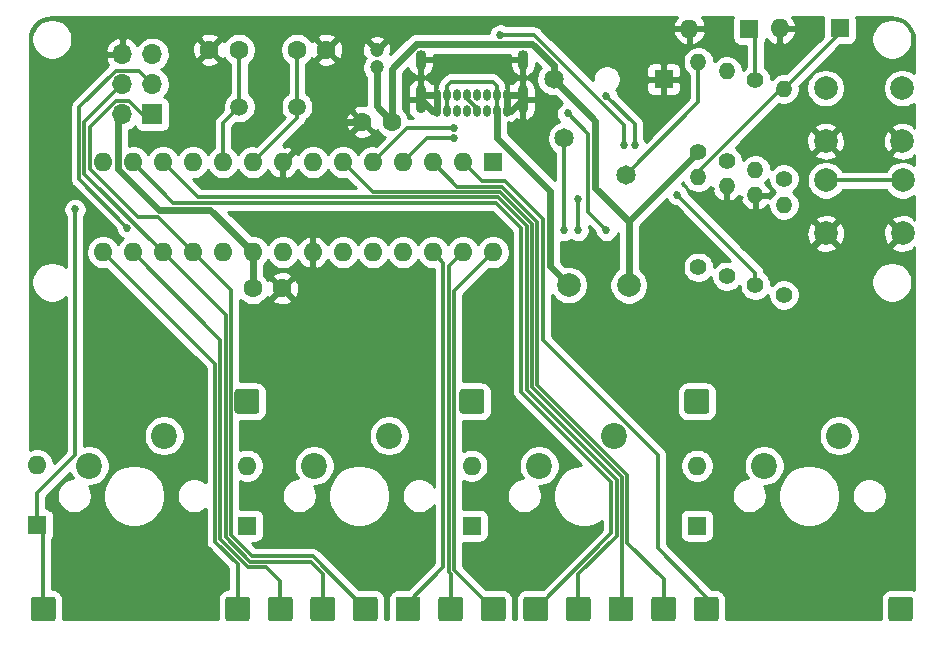
<source format=gbr>
%TF.GenerationSoftware,KiCad,Pcbnew,(5.1.6-0-10_14)*%
%TF.CreationDate,2020-07-26T16:45:55-04:00*%
%TF.ProjectId,pin-check,70696e2d-6368-4656-936b-2e6b69636164,v1.0.0*%
%TF.SameCoordinates,Original*%
%TF.FileFunction,Copper,L1,Top*%
%TF.FilePolarity,Positive*%
%FSLAX46Y46*%
G04 Gerber Fmt 4.6, Leading zero omitted, Abs format (unit mm)*
G04 Created by KiCad (PCBNEW (5.1.6-0-10_14)) date 2020-07-26 16:45:55*
%MOMM*%
%LPD*%
G01*
G04 APERTURE LIST*
%TA.AperFunction,ComponentPad*%
%ADD10O,1.400000X1.400000*%
%TD*%
%TA.AperFunction,ComponentPad*%
%ADD11C,1.400000*%
%TD*%
%TA.AperFunction,ComponentPad*%
%ADD12C,1.650000*%
%TD*%
%TA.AperFunction,ComponentPad*%
%ADD13R,1.650000X1.650000*%
%TD*%
%TA.AperFunction,ComponentPad*%
%ADD14O,1.700000X1.700000*%
%TD*%
%TA.AperFunction,ComponentPad*%
%ADD15R,1.700000X1.700000*%
%TD*%
%TA.AperFunction,ComponentPad*%
%ADD16O,0.650000X1.000000*%
%TD*%
%TA.AperFunction,ComponentPad*%
%ADD17O,0.900000X2.400000*%
%TD*%
%TA.AperFunction,ComponentPad*%
%ADD18O,0.900000X1.700000*%
%TD*%
%TA.AperFunction,ComponentPad*%
%ADD19O,1.600000X1.600000*%
%TD*%
%TA.AperFunction,ComponentPad*%
%ADD20R,1.600000X1.600000*%
%TD*%
%TA.AperFunction,ComponentPad*%
%ADD21C,2.000000*%
%TD*%
%TA.AperFunction,ComponentPad*%
%ADD22C,1.200000*%
%TD*%
%TA.AperFunction,ComponentPad*%
%ADD23C,1.500000*%
%TD*%
%TA.AperFunction,ComponentPad*%
%ADD24C,2.200000*%
%TD*%
%TA.AperFunction,ComponentPad*%
%ADD25C,1.600000*%
%TD*%
%TA.AperFunction,ViaPad*%
%ADD26C,0.685800*%
%TD*%
%TA.AperFunction,Conductor*%
%ADD27C,0.300000*%
%TD*%
%TA.AperFunction,Conductor*%
%ADD28C,0.600000*%
%TD*%
%TA.AperFunction,Conductor*%
%ADD29C,0.254000*%
%TD*%
G04 APERTURE END LIST*
D10*
%TO.P,R8,2*%
%TO.N,/C4*%
X139827000Y-29845000D03*
D11*
%TO.P,R8,1*%
%TO.N,+5V*%
X139827000Y-37465000D03*
%TD*%
D10*
%TO.P,R7,2*%
%TO.N,/C5*%
X142240000Y-30607000D03*
D11*
%TO.P,R7,1*%
%TO.N,+5V*%
X142240000Y-38227000D03*
%TD*%
D12*
%TO.P,J2,4*%
%TO.N,+5V*%
X127580000Y-31322000D03*
%TO.P,J2,3*%
%TO.N,/C4*%
X133680000Y-39422000D03*
%TO.P,J2,2*%
%TO.N,/C5*%
X128480000Y-36322000D03*
D13*
%TO.P,J2,1*%
%TO.N,GND*%
X136880000Y-31322000D03*
%TD*%
D14*
%TO.P,J1,6*%
%TO.N,GND*%
X91059000Y-29210000D03*
%TO.P,J1,5*%
%TO.N,/Reset*%
X93599000Y-29210000D03*
%TO.P,J1,4*%
%TO.N,/B3*%
X91059000Y-31750000D03*
%TO.P,J1,3*%
%TO.N,/Col0*%
X93599000Y-31750000D03*
%TO.P,J1,2*%
%TO.N,+5V*%
X91059000Y-34290000D03*
D15*
%TO.P,J1,1*%
%TO.N,/B4*%
X93599000Y-34290000D03*
%TD*%
D16*
%TO.P,P1,A5*%
%TO.N,Net-(P1-PadA5)*%
X121925000Y-34014600D03*
%TO.P,P1,A1*%
%TO.N,GND*%
X123625000Y-34014600D03*
%TO.P,P1,A4*%
%TO.N,Net-(F1-Pad2)*%
X122775000Y-34014600D03*
%TO.P,P1,A6*%
%TO.N,Net-(D8-Pad1)*%
X121075000Y-34014600D03*
%TO.P,P1,A7*%
%TO.N,Net-(D7-Pad1)*%
X120225000Y-34014600D03*
%TO.P,P1,A8*%
%TO.N,Net-(P1-PadA8)*%
X119375000Y-34014600D03*
%TO.P,P1,A9*%
%TO.N,Net-(F1-Pad2)*%
X118525000Y-34014600D03*
%TO.P,P1,A12*%
%TO.N,GND*%
X117675000Y-34014600D03*
%TO.P,P1,B12*%
X123625000Y-32689600D03*
%TO.P,P1,B9*%
%TO.N,Net-(F1-Pad2)*%
X122770000Y-32689600D03*
%TO.P,P1,B8*%
%TO.N,Net-(P1-PadB8)*%
X121920000Y-32689600D03*
%TO.P,P1,B7*%
%TO.N,Net-(D7-Pad1)*%
X121070000Y-32689600D03*
%TO.P,P1,B6*%
%TO.N,Net-(D8-Pad1)*%
X120220000Y-32689600D03*
%TO.P,P1,B5*%
%TO.N,Net-(P1-PadB5)*%
X119370000Y-32689600D03*
%TO.P,P1,B4*%
%TO.N,Net-(F1-Pad2)*%
X118520000Y-32689600D03*
%TO.P,P1,B1*%
%TO.N,GND*%
X117670000Y-32689600D03*
D17*
%TO.P,P1,S1*%
X124975000Y-33034600D03*
X116325000Y-33034600D03*
D18*
X124975000Y-29654600D03*
X116325000Y-29654600D03*
%TD*%
D19*
%TO.P,D1,2*%
%TO.N,Net-(D1-Pad2)*%
X83820000Y-64008000D03*
D20*
%TO.P,D1,1*%
%TO.N,/Row0*%
X83820000Y-69088000D03*
%TD*%
D19*
%TO.P,D8,2*%
%TO.N,GND*%
X139065000Y-27051000D03*
D20*
%TO.P,D8,1*%
%TO.N,Net-(D8-Pad1)*%
X144145000Y-27051000D03*
%TD*%
D19*
%TO.P,D7,2*%
%TO.N,GND*%
X146700000Y-27024000D03*
D20*
%TO.P,D7,1*%
%TO.N,Net-(D7-Pad1)*%
X151780000Y-27024000D03*
%TD*%
D19*
%TO.P,D4,2*%
%TO.N,Net-(D4-Pad2)*%
X139700000Y-64033400D03*
D20*
%TO.P,D4,1*%
%TO.N,/Row0*%
X139700000Y-69113400D03*
%TD*%
D19*
%TO.P,D3,2*%
%TO.N,Net-(D3-Pad2)*%
X120624600Y-64033400D03*
D20*
%TO.P,D3,1*%
%TO.N,/Row0*%
X120624600Y-69113400D03*
%TD*%
D19*
%TO.P,D2,2*%
%TO.N,Net-(D2-Pad2)*%
X101600000Y-64033400D03*
D20*
%TO.P,D2,1*%
%TO.N,/Row0*%
X101600000Y-69113400D03*
%TD*%
D10*
%TO.P,R6,2*%
%TO.N,/D+*%
X144653000Y-38989000D03*
D11*
%TO.P,R6,1*%
%TO.N,Net-(D8-Pad1)*%
X144653000Y-31369000D03*
%TD*%
D10*
%TO.P,R5,2*%
%TO.N,Net-(D7-Pad1)*%
X147066000Y-32131000D03*
D11*
%TO.P,R5,1*%
%TO.N,/D-*%
X147066000Y-39751000D03*
%TD*%
D10*
%TO.P,R4,2*%
%TO.N,Net-(D7-Pad1)*%
X139827000Y-39624000D03*
D11*
%TO.P,R4,1*%
%TO.N,+5V*%
X139827000Y-47244000D03*
%TD*%
D10*
%TO.P,R3,2*%
%TO.N,GND*%
X142240000Y-40386000D03*
D11*
%TO.P,R3,1*%
%TO.N,Net-(P1-PadA5)*%
X142240000Y-48006000D03*
%TD*%
D10*
%TO.P,R2,2*%
%TO.N,GND*%
X144653000Y-41148000D03*
D11*
%TO.P,R2,1*%
%TO.N,Net-(P1-PadB5)*%
X144653000Y-48768000D03*
%TD*%
D10*
%TO.P,R1,2*%
%TO.N,/Reset*%
X147066000Y-41953180D03*
D11*
%TO.P,R1,1*%
%TO.N,+5V*%
X147066000Y-49573180D03*
%TD*%
%TO.P,H10,1*%
%TO.N,/D7*%
%TA.AperFunction,ComponentPad*%
G36*
G01*
X127110200Y-75374600D02*
X127110200Y-76974600D01*
G75*
G02*
X126860200Y-77224600I-250000J0D01*
G01*
X125260200Y-77224600D01*
G75*
G02*
X125010200Y-76974600I0J250000D01*
G01*
X125010200Y-75374600D01*
G75*
G02*
X125260200Y-75124600I250000J0D01*
G01*
X126860200Y-75124600D01*
G75*
G02*
X127110200Y-75374600I0J-250000D01*
G01*
G37*
%TD.AperFunction*%
%TD*%
%TO.P,H9,1*%
%TO.N,/D6*%
%TA.AperFunction,ComponentPad*%
G36*
G01*
X130717000Y-75374600D02*
X130717000Y-76974600D01*
G75*
G02*
X130467000Y-77224600I-250000J0D01*
G01*
X128867000Y-77224600D01*
G75*
G02*
X128617000Y-76974600I0J250000D01*
G01*
X128617000Y-75374600D01*
G75*
G02*
X128867000Y-75124600I250000J0D01*
G01*
X130467000Y-75124600D01*
G75*
G02*
X130717000Y-75374600I0J-250000D01*
G01*
G37*
%TD.AperFunction*%
%TD*%
%TO.P,H8,1*%
%TO.N,/D4*%
%TA.AperFunction,ComponentPad*%
G36*
G01*
X134323800Y-75374600D02*
X134323800Y-76974600D01*
G75*
G02*
X134073800Y-77224600I-250000J0D01*
G01*
X132473800Y-77224600D01*
G75*
G02*
X132223800Y-76974600I0J250000D01*
G01*
X132223800Y-75374600D01*
G75*
G02*
X132473800Y-75124600I250000J0D01*
G01*
X134073800Y-75124600D01*
G75*
G02*
X134323800Y-75374600I0J-250000D01*
G01*
G37*
%TD.AperFunction*%
%TD*%
%TO.P,H7,1*%
%TO.N,/D1*%
%TA.AperFunction,ComponentPad*%
G36*
G01*
X137930600Y-75374600D02*
X137930600Y-76974600D01*
G75*
G02*
X137680600Y-77224600I-250000J0D01*
G01*
X136080600Y-77224600D01*
G75*
G02*
X135830600Y-76974600I0J250000D01*
G01*
X135830600Y-75374600D01*
G75*
G02*
X136080600Y-75124600I250000J0D01*
G01*
X137680600Y-75124600D01*
G75*
G02*
X137930600Y-75374600I0J-250000D01*
G01*
G37*
%TD.AperFunction*%
%TD*%
%TO.P,H6,1*%
%TO.N,/D0*%
%TA.AperFunction,ComponentPad*%
G36*
G01*
X141537400Y-75374600D02*
X141537400Y-76974600D01*
G75*
G02*
X141287400Y-77224600I-250000J0D01*
G01*
X139687400Y-77224600D01*
G75*
G02*
X139437400Y-76974600I0J250000D01*
G01*
X139437400Y-75374600D01*
G75*
G02*
X139687400Y-75124600I250000J0D01*
G01*
X141287400Y-75124600D01*
G75*
G02*
X141537400Y-75374600I0J-250000D01*
G01*
G37*
%TD.AperFunction*%
%TD*%
%TO.P,H11,1*%
%TO.N,/C5*%
%TA.AperFunction,ComponentPad*%
G36*
G01*
X123503400Y-75374600D02*
X123503400Y-76974600D01*
G75*
G02*
X123253400Y-77224600I-250000J0D01*
G01*
X121653400Y-77224600D01*
G75*
G02*
X121403400Y-76974600I0J250000D01*
G01*
X121403400Y-75374600D01*
G75*
G02*
X121653400Y-75124600I250000J0D01*
G01*
X123253400Y-75124600D01*
G75*
G02*
X123503400Y-75374600I0J-250000D01*
G01*
G37*
%TD.AperFunction*%
%TD*%
%TO.P,H14,1*%
%TO.N,/B4*%
%TA.AperFunction,ComponentPad*%
G36*
G01*
X112683000Y-75374600D02*
X112683000Y-76974600D01*
G75*
G02*
X112433000Y-77224600I-250000J0D01*
G01*
X110833000Y-77224600D01*
G75*
G02*
X110583000Y-76974600I0J250000D01*
G01*
X110583000Y-75374600D01*
G75*
G02*
X110833000Y-75124600I250000J0D01*
G01*
X112433000Y-75124600D01*
G75*
G02*
X112683000Y-75374600I0J-250000D01*
G01*
G37*
%TD.AperFunction*%
%TD*%
%TO.P,H15,1*%
%TO.N,/B3*%
%TA.AperFunction,ComponentPad*%
G36*
G01*
X109076200Y-75374600D02*
X109076200Y-76974600D01*
G75*
G02*
X108826200Y-77224600I-250000J0D01*
G01*
X107226200Y-77224600D01*
G75*
G02*
X106976200Y-76974600I0J250000D01*
G01*
X106976200Y-75374600D01*
G75*
G02*
X107226200Y-75124600I250000J0D01*
G01*
X108826200Y-75124600D01*
G75*
G02*
X109076200Y-75374600I0J-250000D01*
G01*
G37*
%TD.AperFunction*%
%TD*%
%TO.P,H16,1*%
%TO.N,/B2*%
%TA.AperFunction,ComponentPad*%
G36*
G01*
X105469400Y-75374600D02*
X105469400Y-76974600D01*
G75*
G02*
X105219400Y-77224600I-250000J0D01*
G01*
X103619400Y-77224600D01*
G75*
G02*
X103369400Y-76974600I0J250000D01*
G01*
X103369400Y-75374600D01*
G75*
G02*
X103619400Y-75124600I250000J0D01*
G01*
X105219400Y-75124600D01*
G75*
G02*
X105469400Y-75374600I0J-250000D01*
G01*
G37*
%TD.AperFunction*%
%TD*%
%TO.P,H17,1*%
%TO.N,/B1*%
%TA.AperFunction,ComponentPad*%
G36*
G01*
X101862600Y-75374600D02*
X101862600Y-76974600D01*
G75*
G02*
X101612600Y-77224600I-250000J0D01*
G01*
X100012600Y-77224600D01*
G75*
G02*
X99762600Y-76974600I0J250000D01*
G01*
X99762600Y-75374600D01*
G75*
G02*
X100012600Y-75124600I250000J0D01*
G01*
X101612600Y-75124600D01*
G75*
G02*
X101862600Y-75374600I0J-250000D01*
G01*
G37*
%TD.AperFunction*%
%TD*%
%TO.P,H12,1*%
%TO.N,/C4*%
%TA.AperFunction,ComponentPad*%
G36*
G01*
X119896600Y-75374600D02*
X119896600Y-76974600D01*
G75*
G02*
X119646600Y-77224600I-250000J0D01*
G01*
X118046600Y-77224600D01*
G75*
G02*
X117796600Y-76974600I0J250000D01*
G01*
X117796600Y-75374600D01*
G75*
G02*
X118046600Y-75124600I250000J0D01*
G01*
X119646600Y-75124600D01*
G75*
G02*
X119896600Y-75374600I0J-250000D01*
G01*
G37*
%TD.AperFunction*%
%TD*%
%TO.P,H13,1*%
%TO.N,/C3*%
%TA.AperFunction,ComponentPad*%
G36*
G01*
X116289800Y-75374600D02*
X116289800Y-76974600D01*
G75*
G02*
X116039800Y-77224600I-250000J0D01*
G01*
X114439800Y-77224600D01*
G75*
G02*
X114189800Y-76974600I0J250000D01*
G01*
X114189800Y-75374600D01*
G75*
G02*
X114439800Y-75124600I250000J0D01*
G01*
X116039800Y-75124600D01*
G75*
G02*
X116289800Y-75374600I0J-250000D01*
G01*
G37*
%TD.AperFunction*%
%TD*%
%TO.P,H5,1*%
%TO.N,/Col3*%
%TA.AperFunction,ComponentPad*%
G36*
G01*
X157996600Y-75374600D02*
X157996600Y-76974600D01*
G75*
G02*
X157746600Y-77224600I-250000J0D01*
G01*
X156146600Y-77224600D01*
G75*
G02*
X155896600Y-76974600I0J250000D01*
G01*
X155896600Y-75374600D01*
G75*
G02*
X156146600Y-75124600I250000J0D01*
G01*
X157746600Y-75124600D01*
G75*
G02*
X157996600Y-75374600I0J-250000D01*
G01*
G37*
%TD.AperFunction*%
%TD*%
%TO.P,H4,1*%
%TO.N,/Col2*%
%TA.AperFunction,ComponentPad*%
G36*
G01*
X140750000Y-57797800D02*
X140750000Y-59397800D01*
G75*
G02*
X140500000Y-59647800I-250000J0D01*
G01*
X138900000Y-59647800D01*
G75*
G02*
X138650000Y-59397800I0J250000D01*
G01*
X138650000Y-57797800D01*
G75*
G02*
X138900000Y-57547800I250000J0D01*
G01*
X140500000Y-57547800D01*
G75*
G02*
X140750000Y-57797800I0J-250000D01*
G01*
G37*
%TD.AperFunction*%
%TD*%
%TO.P,H3,1*%
%TO.N,/Col1*%
%TA.AperFunction,ComponentPad*%
G36*
G01*
X121700000Y-57797800D02*
X121700000Y-59397800D01*
G75*
G02*
X121450000Y-59647800I-250000J0D01*
G01*
X119850000Y-59647800D01*
G75*
G02*
X119600000Y-59397800I0J250000D01*
G01*
X119600000Y-57797800D01*
G75*
G02*
X119850000Y-57547800I250000J0D01*
G01*
X121450000Y-57547800D01*
G75*
G02*
X121700000Y-57797800I0J-250000D01*
G01*
G37*
%TD.AperFunction*%
%TD*%
%TO.P,H2,1*%
%TO.N,/Col0*%
%TA.AperFunction,ComponentPad*%
G36*
G01*
X102650000Y-57797800D02*
X102650000Y-59397800D01*
G75*
G02*
X102400000Y-59647800I-250000J0D01*
G01*
X100800000Y-59647800D01*
G75*
G02*
X100550000Y-59397800I0J250000D01*
G01*
X100550000Y-57797800D01*
G75*
G02*
X100800000Y-57547800I250000J0D01*
G01*
X102400000Y-57547800D01*
G75*
G02*
X102650000Y-57797800I0J-250000D01*
G01*
G37*
%TD.AperFunction*%
%TD*%
%TO.P,H1,1*%
%TO.N,/Row0*%
%TA.AperFunction,ComponentPad*%
G36*
G01*
X85403400Y-75374600D02*
X85403400Y-76974600D01*
G75*
G02*
X85153400Y-77224600I-250000J0D01*
G01*
X83553400Y-77224600D01*
G75*
G02*
X83303400Y-76974600I0J250000D01*
G01*
X83303400Y-75374600D01*
G75*
G02*
X83553400Y-75124600I250000J0D01*
G01*
X85153400Y-75124600D01*
G75*
G02*
X85403400Y-75374600I0J-250000D01*
G01*
G37*
%TD.AperFunction*%
%TD*%
D21*
%TO.P,F1,2*%
%TO.N,Net-(F1-Pad2)*%
X128854200Y-48752920D03*
%TO.P,F1,1*%
%TO.N,+5V*%
X133934200Y-48762920D03*
%TD*%
D22*
%TO.P,C3,2*%
%TO.N,+5V*%
X112585500Y-30329000D03*
%TO.P,C3,1*%
%TO.N,GND*%
X112585500Y-28829000D03*
%TD*%
D23*
%TO.P,Y1,2*%
%TO.N,Net-(C1-Pad2)*%
X105845000Y-33655000D03*
%TO.P,Y1,1*%
%TO.N,Net-(C2-Pad2)*%
X100965000Y-33655000D03*
%TD*%
D19*
%TO.P,U1,28*%
%TO.N,/C5*%
X122428000Y-45974000D03*
%TO.P,U1,14*%
%TO.N,/Row0*%
X89408000Y-38354000D03*
%TO.P,U1,27*%
%TO.N,/C4*%
X119888000Y-45974000D03*
%TO.P,U1,13*%
%TO.N,/D7*%
X91948000Y-38354000D03*
%TO.P,U1,26*%
%TO.N,/C3*%
X117348000Y-45974000D03*
%TO.P,U1,12*%
%TO.N,/D6*%
X94488000Y-38354000D03*
%TO.P,U1,25*%
%TO.N,/Col3*%
X114808000Y-45974000D03*
%TO.P,U1,11*%
%TO.N,/Boot*%
X97028000Y-38354000D03*
%TO.P,U1,24*%
%TO.N,/Col2*%
X112268000Y-45974000D03*
%TO.P,U1,10*%
%TO.N,Net-(C2-Pad2)*%
X99568000Y-38354000D03*
%TO.P,U1,23*%
%TO.N,/Col1*%
X109728000Y-45974000D03*
%TO.P,U1,9*%
%TO.N,Net-(C1-Pad2)*%
X102108000Y-38354000D03*
%TO.P,U1,22*%
%TO.N,GND*%
X107188000Y-45974000D03*
%TO.P,U1,8*%
X104648000Y-38354000D03*
%TO.P,U1,21*%
%TO.N,Net-(U1-Pad21)*%
X104648000Y-45974000D03*
%TO.P,U1,7*%
%TO.N,+5V*%
X107188000Y-38354000D03*
%TO.P,U1,20*%
X102108000Y-45974000D03*
%TO.P,U1,6*%
%TO.N,/D4*%
X109728000Y-38354000D03*
%TO.P,U1,19*%
%TO.N,/Col0*%
X99568000Y-45974000D03*
%TO.P,U1,5*%
%TO.N,/D-*%
X112268000Y-38354000D03*
%TO.P,U1,18*%
%TO.N,/B4*%
X97028000Y-45974000D03*
%TO.P,U1,4*%
%TO.N,/D+*%
X114808000Y-38354000D03*
%TO.P,U1,17*%
%TO.N,/B3*%
X94488000Y-45974000D03*
%TO.P,U1,3*%
%TO.N,/D1*%
X117348000Y-38354000D03*
%TO.P,U1,16*%
%TO.N,/B2*%
X91948000Y-45974000D03*
%TO.P,U1,2*%
%TO.N,/D0*%
X119888000Y-38354000D03*
%TO.P,U1,15*%
%TO.N,/B1*%
X89408000Y-45974000D03*
D20*
%TO.P,U1,1*%
%TO.N,/Reset*%
X122428000Y-38354000D03*
%TD*%
D21*
%TO.P,SW8,1*%
%TO.N,/Boot*%
X157099000Y-32076000D03*
%TO.P,SW8,2*%
%TO.N,GND*%
X157099000Y-36576000D03*
%TO.P,SW8,1*%
%TO.N,/Boot*%
X150599000Y-32076000D03*
%TO.P,SW8,2*%
%TO.N,GND*%
X150599000Y-36576000D03*
%TD*%
%TO.P,SW7,1*%
%TO.N,/Reset*%
X157122000Y-39878000D03*
%TO.P,SW7,2*%
%TO.N,GND*%
X157122000Y-44378000D03*
%TO.P,SW7,1*%
%TO.N,/Reset*%
X150622000Y-39878000D03*
%TO.P,SW7,2*%
%TO.N,GND*%
X150622000Y-44378000D03*
%TD*%
D24*
%TO.P,SW4,2*%
%TO.N,Net-(D4-Pad2)*%
X145400000Y-64040000D03*
%TO.P,SW4,1*%
%TO.N,/Col3*%
X151750000Y-61500000D03*
%TD*%
%TO.P,SW3,2*%
%TO.N,Net-(D3-Pad2)*%
X126350000Y-64040000D03*
%TO.P,SW3,1*%
%TO.N,/Col2*%
X132700000Y-61500000D03*
%TD*%
%TO.P,SW2,2*%
%TO.N,Net-(D2-Pad2)*%
X107300000Y-64040000D03*
%TO.P,SW2,1*%
%TO.N,/Col1*%
X113650000Y-61500000D03*
%TD*%
%TO.P,SW1,2*%
%TO.N,Net-(D1-Pad2)*%
X88250000Y-64040000D03*
%TO.P,SW1,1*%
%TO.N,/Col0*%
X94600000Y-61500000D03*
%TD*%
D25*
%TO.P,C5,2*%
%TO.N,+5V*%
X102084500Y-49022000D03*
%TO.P,C5,1*%
%TO.N,GND*%
X104584500Y-49022000D03*
%TD*%
%TO.P,C4,2*%
%TO.N,+5V*%
X113879000Y-34925000D03*
%TO.P,C4,1*%
%TO.N,GND*%
X111379000Y-34925000D03*
%TD*%
%TO.P,C2,2*%
%TO.N,Net-(C2-Pad2)*%
X100925000Y-28829000D03*
%TO.P,C2,1*%
%TO.N,GND*%
X98425000Y-28829000D03*
%TD*%
%TO.P,C1,2*%
%TO.N,Net-(C1-Pad2)*%
X105831000Y-28829000D03*
%TO.P,C1,1*%
%TO.N,GND*%
X108331000Y-28829000D03*
%TD*%
D26*
%TO.N,/Row0*%
X87050000Y-42324000D03*
%TO.N,Net-(D7-Pad1)*%
X134450000Y-36924000D03*
X132050000Y-32724000D03*
%TO.N,/Col0*%
X91487703Y-43886297D03*
%TO.N,/C5*%
X128450000Y-44124000D03*
%TO.N,Net-(P1-PadB5)*%
X138050000Y-41124000D03*
X133550000Y-36924000D03*
X123050000Y-27556890D03*
%TO.N,Net-(P1-PadA5)*%
X132050000Y-44124000D03*
X128750000Y-34224000D03*
%TO.N,/D-*%
X119150000Y-35424000D03*
%TO.N,/D+*%
X119150000Y-36324000D03*
%TO.N,/C4*%
X129650000Y-41424000D03*
X129650000Y-44124000D03*
%TD*%
D27*
%TO.N,Net-(C1-Pad2)*%
X105845000Y-34617000D02*
X105845000Y-33655000D01*
X102108000Y-38354000D02*
X105845000Y-34617000D01*
X105845000Y-28843000D02*
X105831000Y-28829000D01*
X105845000Y-33655000D02*
X105845000Y-28843000D01*
D28*
%TO.N,GND*%
X108077000Y-34925000D02*
X111379000Y-34925000D01*
X104648000Y-38354000D02*
X108077000Y-34925000D01*
X124630000Y-32689600D02*
X124975000Y-33034600D01*
X123625000Y-32689600D02*
X124630000Y-32689600D01*
X123625000Y-32689600D02*
X123625000Y-34014600D01*
X123995000Y-34014600D02*
X124975000Y-33034600D01*
X123625000Y-34014600D02*
X123995000Y-34014600D01*
X117670000Y-34009600D02*
X117675000Y-34014600D01*
X117670000Y-32689600D02*
X117670000Y-34009600D01*
X116670000Y-32689600D02*
X116325000Y-33034600D01*
X117670000Y-32689600D02*
X116670000Y-32689600D01*
X117305000Y-34014600D02*
X116325000Y-33034600D01*
X117675000Y-34014600D02*
X117305000Y-34014600D01*
D27*
%TO.N,Net-(C2-Pad2)*%
X99568000Y-35052000D02*
X100965000Y-33655000D01*
X99568000Y-38354000D02*
X99568000Y-35052000D01*
X100965000Y-28869000D02*
X100925000Y-28829000D01*
X100965000Y-33655000D02*
X100965000Y-28869000D01*
D28*
%TO.N,+5V*%
X102084500Y-45997500D02*
X102108000Y-45974000D01*
X102084500Y-49022000D02*
X102084500Y-45997500D01*
X90695599Y-38955153D02*
X94125856Y-42385410D01*
X90695599Y-34653401D02*
X90695599Y-38955153D01*
X91059000Y-34290000D02*
X90695599Y-34653401D01*
X98519410Y-42385410D02*
X102108000Y-45974000D01*
X94125856Y-42385410D02*
X98519410Y-42385410D01*
X112585500Y-33631500D02*
X113879000Y-34925000D01*
X112585500Y-30329000D02*
X112585500Y-33631500D01*
X133934200Y-43357800D02*
X139827000Y-37465000D01*
X133934200Y-48762920D02*
X133934200Y-43357800D01*
X131077599Y-34819599D02*
X127580000Y-31322000D01*
X131077599Y-40501199D02*
X131077599Y-34819599D01*
X133934200Y-43357800D02*
X131077599Y-40501199D01*
X127580000Y-30155274D02*
X127580000Y-31322000D01*
X115951210Y-28352190D02*
X125776916Y-28352190D01*
X113879000Y-30424400D02*
X115951210Y-28352190D01*
X125776916Y-28352190D02*
X127580000Y-30155274D01*
X113879000Y-34925000D02*
X113879000Y-30424400D01*
D27*
%TO.N,/Row0*%
X84353400Y-69621400D02*
X83820000Y-69088000D01*
X84353400Y-76174600D02*
X84353400Y-69621400D01*
X83820000Y-66394446D02*
X87050000Y-63164446D01*
X83820000Y-69088000D02*
X83820000Y-66394446D01*
X87050000Y-63164446D02*
X87050000Y-42324000D01*
%TO.N,Net-(D7-Pad1)*%
X151780000Y-27417000D02*
X151780000Y-27024000D01*
X147066000Y-32131000D02*
X151780000Y-27417000D01*
X139827000Y-39156446D02*
X146852446Y-32131000D01*
X146852446Y-32131000D02*
X147066000Y-32131000D01*
X139827000Y-39624000D02*
X139827000Y-39156446D01*
X134450000Y-35124000D02*
X132050000Y-32724000D01*
X134450000Y-36924000D02*
X134450000Y-35124000D01*
%TO.N,Net-(D8-Pad1)*%
X144653000Y-27559000D02*
X144145000Y-27051000D01*
X144653000Y-31369000D02*
X144653000Y-27559000D01*
X121075000Y-33802309D02*
X121075000Y-34014600D01*
X120220000Y-32947309D02*
X121075000Y-33802309D01*
X120220000Y-32689600D02*
X120220000Y-32947309D01*
D28*
%TO.N,Net-(F1-Pad2)*%
X122775000Y-36286678D02*
X127253046Y-40764724D01*
X122775000Y-34014600D02*
X122775000Y-36286678D01*
X127253046Y-47151766D02*
X128854200Y-48752920D01*
X127253046Y-40764724D02*
X127253046Y-47151766D01*
D27*
X118520000Y-31889600D02*
X118885600Y-31524000D01*
X118520000Y-32689600D02*
X118520000Y-31889600D01*
X122770000Y-31889600D02*
X122770000Y-32689600D01*
X122404400Y-31524000D02*
X122770000Y-31889600D01*
X118885600Y-31524000D02*
X122404400Y-31524000D01*
X118525000Y-32694600D02*
X118520000Y-32689600D01*
X118525000Y-34014600D02*
X118525000Y-32694600D01*
X122775000Y-32694600D02*
X122770000Y-32689600D01*
X122775000Y-34014600D02*
X122775000Y-32694600D01*
%TO.N,/Col0*%
X90505847Y-30597599D02*
X87400781Y-33702665D01*
X87400781Y-39799375D02*
X91487703Y-43886297D01*
X93599000Y-31750000D02*
X92446599Y-30597599D01*
X87400781Y-33702665D02*
X87400781Y-39799375D01*
X92446599Y-30597599D02*
X90505847Y-30597599D01*
%TO.N,/B1*%
X100812600Y-76174600D02*
X100812600Y-72389734D01*
X100812600Y-72389734D02*
X98890360Y-70467494D01*
X98890360Y-55456360D02*
X89408000Y-45974000D01*
X98890360Y-70467494D02*
X98890360Y-55456360D01*
%TO.N,/B2*%
X101691488Y-72628818D02*
X99342770Y-70280100D01*
X103250000Y-72628819D02*
X101691488Y-72628818D01*
X99342770Y-53368770D02*
X91948000Y-45974000D01*
X104419400Y-73798219D02*
X103250000Y-72628819D01*
X99342770Y-70280100D02*
X99342770Y-53368770D01*
X104419400Y-76174600D02*
X104419400Y-73798219D01*
%TO.N,/B3*%
X108026200Y-76174600D02*
X108026200Y-73207604D01*
X106995006Y-72176410D02*
X101878883Y-72176409D01*
X101878883Y-72176409D02*
X99795180Y-70092706D01*
X108026200Y-73207604D02*
X106995006Y-72176410D01*
X99795180Y-70092706D02*
X99795180Y-53869180D01*
X99795180Y-53869180D02*
X99797590Y-53866770D01*
X99797590Y-51283590D02*
X94488000Y-45974000D01*
X99797590Y-53866770D02*
X99797590Y-51283590D01*
X87853190Y-39339190D02*
X94488000Y-45974000D01*
X87853190Y-34955810D02*
X87853190Y-39339190D01*
X91059000Y-31750000D02*
X87853190Y-34955810D01*
%TO.N,/B4*%
X111633000Y-76174600D02*
X107182400Y-71724000D01*
X100247590Y-69905312D02*
X100247590Y-57326410D01*
X102066278Y-71724000D02*
X100247590Y-69905312D01*
X107182400Y-71724000D02*
X102066278Y-71724000D01*
X100247590Y-57326410D02*
X100250000Y-57324000D01*
X100250000Y-49196000D02*
X97028000Y-45974000D01*
X100250000Y-57324000D02*
X100250000Y-49196000D01*
X88305599Y-38883153D02*
X92410266Y-42987820D01*
X88305599Y-35337847D02*
X88305599Y-38883153D01*
X90505847Y-33137599D02*
X88305599Y-35337847D01*
X91612153Y-33137599D02*
X90505847Y-33137599D01*
X92764554Y-34290000D02*
X91612153Y-33137599D01*
X93599000Y-34290000D02*
X92764554Y-34290000D01*
X94041820Y-42987820D02*
X97028000Y-45974000D01*
X92410266Y-42987820D02*
X94041820Y-42987820D01*
%TO.N,/C5*%
X119150000Y-49252000D02*
X122428000Y-45974000D01*
X119150000Y-72871200D02*
X119150000Y-49252000D01*
X122453400Y-76174600D02*
X119150000Y-72871200D01*
X128480000Y-44094000D02*
X128450000Y-44124000D01*
X128480000Y-36322000D02*
X128480000Y-44094000D01*
%TO.N,/D0*%
X121507361Y-39973361D02*
X119888000Y-38354000D01*
X123431575Y-39973361D02*
X121507361Y-39973361D01*
X136392401Y-63116847D02*
X126650636Y-53375082D01*
X140487400Y-75124600D02*
X136392401Y-71029601D01*
X136392401Y-71029601D02*
X136392401Y-63116847D01*
X126650636Y-53375082D02*
X126650636Y-43192422D01*
X126650636Y-43192422D02*
X123431575Y-39973361D01*
X140487400Y-76174600D02*
X140487400Y-75124600D01*
%TO.N,/D1*%
X119419771Y-40425771D02*
X117348000Y-38354000D01*
X126198227Y-43379817D02*
X123244181Y-40425771D01*
X136880600Y-76174600D02*
X136880600Y-73672971D01*
X133819629Y-70612000D02*
X133819628Y-64844218D01*
X126198228Y-57222818D02*
X126198227Y-43379817D01*
X123244181Y-40425771D02*
X119419771Y-40425771D01*
X136880600Y-73672971D02*
X133819629Y-70612000D01*
X133819628Y-64844218D02*
X126198228Y-57222818D01*
%TO.N,/D4*%
X133367219Y-65031613D02*
X133367219Y-76081181D01*
X125745818Y-43567212D02*
X125745818Y-57410210D01*
X123056788Y-40878180D02*
X125745818Y-43567212D01*
X109728000Y-38354000D02*
X112252181Y-40878181D01*
X112252181Y-40878181D02*
X123056788Y-40878180D01*
X133367219Y-76081181D02*
X133273800Y-76174600D01*
X125745818Y-57410210D02*
X133367219Y-65031613D01*
%TO.N,/D6*%
X97464590Y-41330590D02*
X94488000Y-38354000D01*
X122869394Y-41330590D02*
X97464590Y-41330590D01*
X125293409Y-43754605D02*
X122869394Y-41330590D01*
X125293410Y-57597606D02*
X125293409Y-43754605D01*
X132914811Y-69959793D02*
X132914810Y-65219006D01*
X129667000Y-73207604D02*
X132914811Y-69959793D01*
X132914810Y-65219006D02*
X125293410Y-57597606D01*
X129667000Y-76174600D02*
X129667000Y-73207604D01*
%TO.N,/D7*%
X122682000Y-41783000D02*
X95377000Y-41783000D01*
X124841000Y-43942000D02*
X122682000Y-41783000D01*
X132462401Y-65406401D02*
X124841000Y-57785000D01*
X95377000Y-41783000D02*
X91948000Y-38354000D01*
X124841000Y-57785000D02*
X124841000Y-43942000D01*
X132462401Y-69772399D02*
X132462401Y-65406401D01*
X126060200Y-76174600D02*
X132462401Y-69772399D01*
%TO.N,/Reset*%
X150622000Y-39878000D02*
X157122000Y-39878000D01*
%TO.N,Net-(P1-PadB5)*%
X144653000Y-47727000D02*
X138050000Y-41124000D01*
X144653000Y-48768000D02*
X144653000Y-47727000D01*
X125927844Y-27556890D02*
X123050000Y-27556890D01*
X133550000Y-35179046D02*
X125927844Y-27556890D01*
X133550000Y-36924000D02*
X133550000Y-35179046D01*
%TO.N,Net-(P1-PadA5)*%
X130475189Y-35949189D02*
X128750000Y-34224000D01*
X130475189Y-42549189D02*
X130475189Y-35949189D01*
X132050000Y-44124000D02*
X130475189Y-42549189D01*
%TO.N,/D-*%
X115198000Y-35424000D02*
X112268000Y-38354000D01*
X119150000Y-35424000D02*
X115198000Y-35424000D01*
%TO.N,/D+*%
X116838000Y-36324000D02*
X119150000Y-36324000D01*
X114808000Y-38354000D02*
X116838000Y-36324000D01*
%TO.N,/C3*%
X118245180Y-72628820D02*
X118245180Y-46871180D01*
X118245180Y-46871180D02*
X117348000Y-45974000D01*
X115239800Y-75634200D02*
X118245180Y-72628820D01*
X115239800Y-76174600D02*
X115239800Y-75634200D01*
%TO.N,/C4*%
X118697590Y-47164410D02*
X119888000Y-45974000D01*
X118697590Y-73058594D02*
X118697590Y-47164410D01*
X118846600Y-73207604D02*
X118697590Y-73058594D01*
X118846600Y-76174600D02*
X118846600Y-73207604D01*
X139827000Y-33275000D02*
X133680000Y-39422000D01*
X139827000Y-29845000D02*
X139827000Y-33275000D01*
X129650000Y-41424000D02*
X129650000Y-44124000D01*
%TD*%
D29*
%TO.N,GND*%
G36*
X124056001Y-44267159D02*
G01*
X124056000Y-57746447D01*
X124052203Y-57785000D01*
X124056000Y-57823553D01*
X124056000Y-57823560D01*
X124067359Y-57938886D01*
X124112246Y-58086859D01*
X124185138Y-58223232D01*
X124283236Y-58342764D01*
X124313190Y-58367347D01*
X129892441Y-63946598D01*
X129391399Y-64046261D01*
X128911859Y-64244893D01*
X128480285Y-64533262D01*
X128113262Y-64900285D01*
X127824893Y-65331859D01*
X127626261Y-65811399D01*
X127525000Y-66320475D01*
X127525000Y-66839525D01*
X127626261Y-67348601D01*
X127824893Y-67828141D01*
X128113262Y-68259715D01*
X128480285Y-68626738D01*
X128911859Y-68915107D01*
X129391399Y-69113739D01*
X129900475Y-69215000D01*
X130419525Y-69215000D01*
X130928601Y-69113739D01*
X131408141Y-68915107D01*
X131677401Y-68735193D01*
X131677401Y-69447241D01*
X126638115Y-74486528D01*
X125260200Y-74486528D01*
X125086946Y-74503592D01*
X124920350Y-74554128D01*
X124766814Y-74636195D01*
X124632238Y-74746638D01*
X124521795Y-74881214D01*
X124439728Y-75034750D01*
X124389192Y-75201346D01*
X124372128Y-75374600D01*
X124372128Y-76974600D01*
X124380933Y-77064000D01*
X124132667Y-77064000D01*
X124141472Y-76974600D01*
X124141472Y-75374600D01*
X124124408Y-75201346D01*
X124073872Y-75034750D01*
X123991805Y-74881214D01*
X123881362Y-74746638D01*
X123746786Y-74636195D01*
X123593250Y-74554128D01*
X123426654Y-74503592D01*
X123253400Y-74486528D01*
X121875486Y-74486528D01*
X119935000Y-72546043D01*
X119935000Y-70551472D01*
X121424600Y-70551472D01*
X121549082Y-70539212D01*
X121668780Y-70502902D01*
X121779094Y-70443937D01*
X121875785Y-70364585D01*
X121955137Y-70267894D01*
X122014102Y-70157580D01*
X122050412Y-70037882D01*
X122062672Y-69913400D01*
X122062672Y-68313400D01*
X122050412Y-68188918D01*
X122014102Y-68069220D01*
X121955137Y-67958906D01*
X121875785Y-67862215D01*
X121779094Y-67782863D01*
X121668780Y-67723898D01*
X121549082Y-67687588D01*
X121424600Y-67675328D01*
X119935000Y-67675328D01*
X119935000Y-66433740D01*
X123595000Y-66433740D01*
X123595000Y-66726260D01*
X123652068Y-67013158D01*
X123764010Y-67283411D01*
X123926525Y-67526632D01*
X124133368Y-67733475D01*
X124376589Y-67895990D01*
X124646842Y-68007932D01*
X124933740Y-68065000D01*
X125226260Y-68065000D01*
X125513158Y-68007932D01*
X125783411Y-67895990D01*
X126026632Y-67733475D01*
X126233475Y-67526632D01*
X126395990Y-67283411D01*
X126507932Y-67013158D01*
X126565000Y-66726260D01*
X126565000Y-66433740D01*
X126507932Y-66146842D01*
X126395990Y-65876589D01*
X126328110Y-65775000D01*
X126520883Y-65775000D01*
X126856081Y-65708325D01*
X127171831Y-65577537D01*
X127455998Y-65387663D01*
X127697663Y-65145998D01*
X127887537Y-64861831D01*
X128018325Y-64546081D01*
X128085000Y-64210883D01*
X128085000Y-63869117D01*
X128018325Y-63533919D01*
X127887537Y-63218169D01*
X127697663Y-62934002D01*
X127455998Y-62692337D01*
X127171831Y-62502463D01*
X126856081Y-62371675D01*
X126520883Y-62305000D01*
X126179117Y-62305000D01*
X125843919Y-62371675D01*
X125528169Y-62502463D01*
X125244002Y-62692337D01*
X125002337Y-62934002D01*
X124812463Y-63218169D01*
X124681675Y-63533919D01*
X124615000Y-63869117D01*
X124615000Y-64210883D01*
X124681675Y-64546081D01*
X124812463Y-64861831D01*
X124968261Y-65095000D01*
X124933740Y-65095000D01*
X124646842Y-65152068D01*
X124376589Y-65264010D01*
X124133368Y-65426525D01*
X123926525Y-65633368D01*
X123764010Y-65876589D01*
X123652068Y-66146842D01*
X123595000Y-66433740D01*
X119935000Y-66433740D01*
X119935000Y-65298483D01*
X119944873Y-65305080D01*
X120206026Y-65413253D01*
X120483265Y-65468400D01*
X120765935Y-65468400D01*
X121043174Y-65413253D01*
X121304327Y-65305080D01*
X121539359Y-65148037D01*
X121739237Y-64948159D01*
X121896280Y-64713127D01*
X122004453Y-64451974D01*
X122059600Y-64174735D01*
X122059600Y-63892065D01*
X122004453Y-63614826D01*
X121896280Y-63353673D01*
X121739237Y-63118641D01*
X121539359Y-62918763D01*
X121304327Y-62761720D01*
X121043174Y-62653547D01*
X120765935Y-62598400D01*
X120483265Y-62598400D01*
X120206026Y-62653547D01*
X119944873Y-62761720D01*
X119935000Y-62768317D01*
X119935000Y-60285872D01*
X121450000Y-60285872D01*
X121623254Y-60268808D01*
X121789850Y-60218272D01*
X121943386Y-60136205D01*
X122077962Y-60025762D01*
X122188405Y-59891186D01*
X122270472Y-59737650D01*
X122321008Y-59571054D01*
X122338072Y-59397800D01*
X122338072Y-57797800D01*
X122321008Y-57624546D01*
X122270472Y-57457950D01*
X122188405Y-57304414D01*
X122077962Y-57169838D01*
X121943386Y-57059395D01*
X121789850Y-56977328D01*
X121623254Y-56926792D01*
X121450000Y-56909728D01*
X119935000Y-56909728D01*
X119935000Y-49577157D01*
X122133604Y-47378554D01*
X122286665Y-47409000D01*
X122569335Y-47409000D01*
X122846574Y-47353853D01*
X123107727Y-47245680D01*
X123342759Y-47088637D01*
X123542637Y-46888759D01*
X123699680Y-46653727D01*
X123807853Y-46392574D01*
X123863000Y-46115335D01*
X123863000Y-45832665D01*
X123807853Y-45555426D01*
X123699680Y-45294273D01*
X123542637Y-45059241D01*
X123342759Y-44859363D01*
X123107727Y-44702320D01*
X122846574Y-44594147D01*
X122569335Y-44539000D01*
X122286665Y-44539000D01*
X122009426Y-44594147D01*
X121748273Y-44702320D01*
X121513241Y-44859363D01*
X121313363Y-45059241D01*
X121158000Y-45291759D01*
X121002637Y-45059241D01*
X120802759Y-44859363D01*
X120567727Y-44702320D01*
X120306574Y-44594147D01*
X120029335Y-44539000D01*
X119746665Y-44539000D01*
X119469426Y-44594147D01*
X119208273Y-44702320D01*
X118973241Y-44859363D01*
X118773363Y-45059241D01*
X118618000Y-45291759D01*
X118462637Y-45059241D01*
X118262759Y-44859363D01*
X118027727Y-44702320D01*
X117766574Y-44594147D01*
X117489335Y-44539000D01*
X117206665Y-44539000D01*
X116929426Y-44594147D01*
X116668273Y-44702320D01*
X116433241Y-44859363D01*
X116233363Y-45059241D01*
X116078000Y-45291759D01*
X115922637Y-45059241D01*
X115722759Y-44859363D01*
X115487727Y-44702320D01*
X115226574Y-44594147D01*
X114949335Y-44539000D01*
X114666665Y-44539000D01*
X114389426Y-44594147D01*
X114128273Y-44702320D01*
X113893241Y-44859363D01*
X113693363Y-45059241D01*
X113538000Y-45291759D01*
X113382637Y-45059241D01*
X113182759Y-44859363D01*
X112947727Y-44702320D01*
X112686574Y-44594147D01*
X112409335Y-44539000D01*
X112126665Y-44539000D01*
X111849426Y-44594147D01*
X111588273Y-44702320D01*
X111353241Y-44859363D01*
X111153363Y-45059241D01*
X110998000Y-45291759D01*
X110842637Y-45059241D01*
X110642759Y-44859363D01*
X110407727Y-44702320D01*
X110146574Y-44594147D01*
X109869335Y-44539000D01*
X109586665Y-44539000D01*
X109309426Y-44594147D01*
X109048273Y-44702320D01*
X108813241Y-44859363D01*
X108613363Y-45059241D01*
X108456320Y-45294273D01*
X108451933Y-45304865D01*
X108340385Y-45118869D01*
X108151414Y-44910481D01*
X107925420Y-44742963D01*
X107671087Y-44622754D01*
X107537039Y-44582096D01*
X107315000Y-44704085D01*
X107315000Y-45847000D01*
X107335000Y-45847000D01*
X107335000Y-46101000D01*
X107315000Y-46101000D01*
X107315000Y-47243915D01*
X107537039Y-47365904D01*
X107671087Y-47325246D01*
X107925420Y-47205037D01*
X108151414Y-47037519D01*
X108340385Y-46829131D01*
X108451933Y-46643135D01*
X108456320Y-46653727D01*
X108613363Y-46888759D01*
X108813241Y-47088637D01*
X109048273Y-47245680D01*
X109309426Y-47353853D01*
X109586665Y-47409000D01*
X109869335Y-47409000D01*
X110146574Y-47353853D01*
X110407727Y-47245680D01*
X110642759Y-47088637D01*
X110842637Y-46888759D01*
X110998000Y-46656241D01*
X111153363Y-46888759D01*
X111353241Y-47088637D01*
X111588273Y-47245680D01*
X111849426Y-47353853D01*
X112126665Y-47409000D01*
X112409335Y-47409000D01*
X112686574Y-47353853D01*
X112947727Y-47245680D01*
X113182759Y-47088637D01*
X113382637Y-46888759D01*
X113538000Y-46656241D01*
X113693363Y-46888759D01*
X113893241Y-47088637D01*
X114128273Y-47245680D01*
X114389426Y-47353853D01*
X114666665Y-47409000D01*
X114949335Y-47409000D01*
X115226574Y-47353853D01*
X115487727Y-47245680D01*
X115722759Y-47088637D01*
X115922637Y-46888759D01*
X116078000Y-46656241D01*
X116233363Y-46888759D01*
X116433241Y-47088637D01*
X116668273Y-47245680D01*
X116929426Y-47353853D01*
X117206665Y-47409000D01*
X117460181Y-47409000D01*
X117460180Y-65808030D01*
X117343475Y-65633368D01*
X117136632Y-65426525D01*
X116893411Y-65264010D01*
X116623158Y-65152068D01*
X116336260Y-65095000D01*
X116043740Y-65095000D01*
X115756842Y-65152068D01*
X115486589Y-65264010D01*
X115243368Y-65426525D01*
X115036525Y-65633368D01*
X114874010Y-65876589D01*
X114762068Y-66146842D01*
X114705000Y-66433740D01*
X114705000Y-66726260D01*
X114762068Y-67013158D01*
X114874010Y-67283411D01*
X115036525Y-67526632D01*
X115243368Y-67733475D01*
X115486589Y-67895990D01*
X115756842Y-68007932D01*
X116043740Y-68065000D01*
X116336260Y-68065000D01*
X116623158Y-68007932D01*
X116893411Y-67895990D01*
X117136632Y-67733475D01*
X117343475Y-67526632D01*
X117460180Y-67351970D01*
X117460180Y-72303662D01*
X115277315Y-74486528D01*
X114439800Y-74486528D01*
X114266546Y-74503592D01*
X114099950Y-74554128D01*
X113946414Y-74636195D01*
X113811838Y-74746638D01*
X113701395Y-74881214D01*
X113619328Y-75034750D01*
X113568792Y-75201346D01*
X113551728Y-75374600D01*
X113551728Y-76974600D01*
X113560533Y-77064000D01*
X113312267Y-77064000D01*
X113321072Y-76974600D01*
X113321072Y-75374600D01*
X113304008Y-75201346D01*
X113253472Y-75034750D01*
X113171405Y-74881214D01*
X113060962Y-74746638D01*
X112926386Y-74636195D01*
X112772850Y-74554128D01*
X112606254Y-74503592D01*
X112433000Y-74486528D01*
X111055085Y-74486528D01*
X107764747Y-71196190D01*
X107740164Y-71166236D01*
X107620633Y-71068138D01*
X107484260Y-70995246D01*
X107336287Y-70950359D01*
X107220961Y-70939000D01*
X107220953Y-70939000D01*
X107182400Y-70935203D01*
X107143847Y-70939000D01*
X102391436Y-70939000D01*
X102003908Y-70551472D01*
X102400000Y-70551472D01*
X102524482Y-70539212D01*
X102644180Y-70502902D01*
X102754494Y-70443937D01*
X102851185Y-70364585D01*
X102930537Y-70267894D01*
X102989502Y-70157580D01*
X103025812Y-70037882D01*
X103038072Y-69913400D01*
X103038072Y-68313400D01*
X103025812Y-68188918D01*
X102989502Y-68069220D01*
X102930537Y-67958906D01*
X102851185Y-67862215D01*
X102754494Y-67782863D01*
X102644180Y-67723898D01*
X102524482Y-67687588D01*
X102400000Y-67675328D01*
X101032590Y-67675328D01*
X101032590Y-66433740D01*
X104545000Y-66433740D01*
X104545000Y-66726260D01*
X104602068Y-67013158D01*
X104714010Y-67283411D01*
X104876525Y-67526632D01*
X105083368Y-67733475D01*
X105326589Y-67895990D01*
X105596842Y-68007932D01*
X105883740Y-68065000D01*
X106176260Y-68065000D01*
X106463158Y-68007932D01*
X106733411Y-67895990D01*
X106976632Y-67733475D01*
X107183475Y-67526632D01*
X107345990Y-67283411D01*
X107457932Y-67013158D01*
X107515000Y-66726260D01*
X107515000Y-66433740D01*
X107492471Y-66320475D01*
X108475000Y-66320475D01*
X108475000Y-66839525D01*
X108576261Y-67348601D01*
X108774893Y-67828141D01*
X109063262Y-68259715D01*
X109430285Y-68626738D01*
X109861859Y-68915107D01*
X110341399Y-69113739D01*
X110850475Y-69215000D01*
X111369525Y-69215000D01*
X111878601Y-69113739D01*
X112358141Y-68915107D01*
X112789715Y-68626738D01*
X113156738Y-68259715D01*
X113445107Y-67828141D01*
X113643739Y-67348601D01*
X113745000Y-66839525D01*
X113745000Y-66320475D01*
X113643739Y-65811399D01*
X113445107Y-65331859D01*
X113156738Y-64900285D01*
X112789715Y-64533262D01*
X112358141Y-64244893D01*
X111878601Y-64046261D01*
X111369525Y-63945000D01*
X110850475Y-63945000D01*
X110341399Y-64046261D01*
X109861859Y-64244893D01*
X109430285Y-64533262D01*
X109063262Y-64900285D01*
X108774893Y-65331859D01*
X108576261Y-65811399D01*
X108475000Y-66320475D01*
X107492471Y-66320475D01*
X107457932Y-66146842D01*
X107345990Y-65876589D01*
X107278110Y-65775000D01*
X107470883Y-65775000D01*
X107806081Y-65708325D01*
X108121831Y-65577537D01*
X108405998Y-65387663D01*
X108647663Y-65145998D01*
X108837537Y-64861831D01*
X108968325Y-64546081D01*
X109035000Y-64210883D01*
X109035000Y-63869117D01*
X108968325Y-63533919D01*
X108837537Y-63218169D01*
X108647663Y-62934002D01*
X108405998Y-62692337D01*
X108121831Y-62502463D01*
X107806081Y-62371675D01*
X107470883Y-62305000D01*
X107129117Y-62305000D01*
X106793919Y-62371675D01*
X106478169Y-62502463D01*
X106194002Y-62692337D01*
X105952337Y-62934002D01*
X105762463Y-63218169D01*
X105631675Y-63533919D01*
X105565000Y-63869117D01*
X105565000Y-64210883D01*
X105631675Y-64546081D01*
X105762463Y-64861831D01*
X105918261Y-65095000D01*
X105883740Y-65095000D01*
X105596842Y-65152068D01*
X105326589Y-65264010D01*
X105083368Y-65426525D01*
X104876525Y-65633368D01*
X104714010Y-65876589D01*
X104602068Y-66146842D01*
X104545000Y-66433740D01*
X101032590Y-66433740D01*
X101032590Y-65351603D01*
X101181426Y-65413253D01*
X101458665Y-65468400D01*
X101741335Y-65468400D01*
X102018574Y-65413253D01*
X102279727Y-65305080D01*
X102514759Y-65148037D01*
X102714637Y-64948159D01*
X102871680Y-64713127D01*
X102979853Y-64451974D01*
X103035000Y-64174735D01*
X103035000Y-63892065D01*
X102979853Y-63614826D01*
X102871680Y-63353673D01*
X102714637Y-63118641D01*
X102514759Y-62918763D01*
X102279727Y-62761720D01*
X102018574Y-62653547D01*
X101741335Y-62598400D01*
X101458665Y-62598400D01*
X101181426Y-62653547D01*
X101032590Y-62715197D01*
X101032590Y-61329117D01*
X111915000Y-61329117D01*
X111915000Y-61670883D01*
X111981675Y-62006081D01*
X112112463Y-62321831D01*
X112302337Y-62605998D01*
X112544002Y-62847663D01*
X112828169Y-63037537D01*
X113143919Y-63168325D01*
X113479117Y-63235000D01*
X113820883Y-63235000D01*
X114156081Y-63168325D01*
X114471831Y-63037537D01*
X114755998Y-62847663D01*
X114997663Y-62605998D01*
X115187537Y-62321831D01*
X115318325Y-62006081D01*
X115385000Y-61670883D01*
X115385000Y-61329117D01*
X115318325Y-60993919D01*
X115187537Y-60678169D01*
X114997663Y-60394002D01*
X114755998Y-60152337D01*
X114471831Y-59962463D01*
X114156081Y-59831675D01*
X113820883Y-59765000D01*
X113479117Y-59765000D01*
X113143919Y-59831675D01*
X112828169Y-59962463D01*
X112544002Y-60152337D01*
X112302337Y-60394002D01*
X112112463Y-60678169D01*
X111981675Y-60993919D01*
X111915000Y-61329117D01*
X101032590Y-61329117D01*
X101032590Y-60285872D01*
X102400000Y-60285872D01*
X102573254Y-60268808D01*
X102739850Y-60218272D01*
X102893386Y-60136205D01*
X103027962Y-60025762D01*
X103138405Y-59891186D01*
X103220472Y-59737650D01*
X103271008Y-59571054D01*
X103288072Y-59397800D01*
X103288072Y-57797800D01*
X103271008Y-57624546D01*
X103220472Y-57457950D01*
X103138405Y-57304414D01*
X103027962Y-57169838D01*
X102893386Y-57059395D01*
X102739850Y-56977328D01*
X102573254Y-56926792D01*
X102400000Y-56909728D01*
X101035000Y-56909728D01*
X101035000Y-50001896D01*
X101169741Y-50136637D01*
X101404773Y-50293680D01*
X101665926Y-50401853D01*
X101943165Y-50457000D01*
X102225835Y-50457000D01*
X102503074Y-50401853D01*
X102764227Y-50293680D01*
X102999259Y-50136637D01*
X103121194Y-50014702D01*
X103771403Y-50014702D01*
X103842986Y-50258671D01*
X104098496Y-50379571D01*
X104372684Y-50448300D01*
X104655012Y-50462217D01*
X104934630Y-50420787D01*
X105200792Y-50325603D01*
X105326014Y-50258671D01*
X105397597Y-50014702D01*
X104584500Y-49201605D01*
X103771403Y-50014702D01*
X103121194Y-50014702D01*
X103199137Y-49936759D01*
X103333192Y-49736131D01*
X103347829Y-49763514D01*
X103591798Y-49835097D01*
X104404895Y-49022000D01*
X104764105Y-49022000D01*
X105577202Y-49835097D01*
X105821171Y-49763514D01*
X105942071Y-49508004D01*
X106010800Y-49233816D01*
X106024717Y-48951488D01*
X105983287Y-48671870D01*
X105888103Y-48405708D01*
X105821171Y-48280486D01*
X105577202Y-48208903D01*
X104764105Y-49022000D01*
X104404895Y-49022000D01*
X103591798Y-48208903D01*
X103347829Y-48280486D01*
X103334176Y-48309341D01*
X103199137Y-48107241D01*
X103121194Y-48029298D01*
X103771403Y-48029298D01*
X104584500Y-48842395D01*
X105397597Y-48029298D01*
X105326014Y-47785329D01*
X105070504Y-47664429D01*
X104796316Y-47595700D01*
X104513988Y-47581783D01*
X104234370Y-47623213D01*
X103968208Y-47718397D01*
X103842986Y-47785329D01*
X103771403Y-48029298D01*
X103121194Y-48029298D01*
X103019500Y-47927604D01*
X103019500Y-47090815D01*
X103022759Y-47088637D01*
X103222637Y-46888759D01*
X103378000Y-46656241D01*
X103533363Y-46888759D01*
X103733241Y-47088637D01*
X103968273Y-47245680D01*
X104229426Y-47353853D01*
X104506665Y-47409000D01*
X104789335Y-47409000D01*
X105066574Y-47353853D01*
X105327727Y-47245680D01*
X105562759Y-47088637D01*
X105762637Y-46888759D01*
X105919680Y-46653727D01*
X105924067Y-46643135D01*
X106035615Y-46829131D01*
X106224586Y-47037519D01*
X106450580Y-47205037D01*
X106704913Y-47325246D01*
X106838961Y-47365904D01*
X107061000Y-47243915D01*
X107061000Y-46101000D01*
X107041000Y-46101000D01*
X107041000Y-45847000D01*
X107061000Y-45847000D01*
X107061000Y-44704085D01*
X106838961Y-44582096D01*
X106704913Y-44622754D01*
X106450580Y-44742963D01*
X106224586Y-44910481D01*
X106035615Y-45118869D01*
X105924067Y-45304865D01*
X105919680Y-45294273D01*
X105762637Y-45059241D01*
X105562759Y-44859363D01*
X105327727Y-44702320D01*
X105066574Y-44594147D01*
X104789335Y-44539000D01*
X104506665Y-44539000D01*
X104229426Y-44594147D01*
X103968273Y-44702320D01*
X103733241Y-44859363D01*
X103533363Y-45059241D01*
X103378000Y-45291759D01*
X103222637Y-45059241D01*
X103022759Y-44859363D01*
X102787727Y-44702320D01*
X102526574Y-44594147D01*
X102249335Y-44539000D01*
X101995289Y-44539000D01*
X100024289Y-42568000D01*
X122356843Y-42568000D01*
X124056001Y-44267159D01*
G37*
X124056001Y-44267159D02*
X124056000Y-57746447D01*
X124052203Y-57785000D01*
X124056000Y-57823553D01*
X124056000Y-57823560D01*
X124067359Y-57938886D01*
X124112246Y-58086859D01*
X124185138Y-58223232D01*
X124283236Y-58342764D01*
X124313190Y-58367347D01*
X129892441Y-63946598D01*
X129391399Y-64046261D01*
X128911859Y-64244893D01*
X128480285Y-64533262D01*
X128113262Y-64900285D01*
X127824893Y-65331859D01*
X127626261Y-65811399D01*
X127525000Y-66320475D01*
X127525000Y-66839525D01*
X127626261Y-67348601D01*
X127824893Y-67828141D01*
X128113262Y-68259715D01*
X128480285Y-68626738D01*
X128911859Y-68915107D01*
X129391399Y-69113739D01*
X129900475Y-69215000D01*
X130419525Y-69215000D01*
X130928601Y-69113739D01*
X131408141Y-68915107D01*
X131677401Y-68735193D01*
X131677401Y-69447241D01*
X126638115Y-74486528D01*
X125260200Y-74486528D01*
X125086946Y-74503592D01*
X124920350Y-74554128D01*
X124766814Y-74636195D01*
X124632238Y-74746638D01*
X124521795Y-74881214D01*
X124439728Y-75034750D01*
X124389192Y-75201346D01*
X124372128Y-75374600D01*
X124372128Y-76974600D01*
X124380933Y-77064000D01*
X124132667Y-77064000D01*
X124141472Y-76974600D01*
X124141472Y-75374600D01*
X124124408Y-75201346D01*
X124073872Y-75034750D01*
X123991805Y-74881214D01*
X123881362Y-74746638D01*
X123746786Y-74636195D01*
X123593250Y-74554128D01*
X123426654Y-74503592D01*
X123253400Y-74486528D01*
X121875486Y-74486528D01*
X119935000Y-72546043D01*
X119935000Y-70551472D01*
X121424600Y-70551472D01*
X121549082Y-70539212D01*
X121668780Y-70502902D01*
X121779094Y-70443937D01*
X121875785Y-70364585D01*
X121955137Y-70267894D01*
X122014102Y-70157580D01*
X122050412Y-70037882D01*
X122062672Y-69913400D01*
X122062672Y-68313400D01*
X122050412Y-68188918D01*
X122014102Y-68069220D01*
X121955137Y-67958906D01*
X121875785Y-67862215D01*
X121779094Y-67782863D01*
X121668780Y-67723898D01*
X121549082Y-67687588D01*
X121424600Y-67675328D01*
X119935000Y-67675328D01*
X119935000Y-66433740D01*
X123595000Y-66433740D01*
X123595000Y-66726260D01*
X123652068Y-67013158D01*
X123764010Y-67283411D01*
X123926525Y-67526632D01*
X124133368Y-67733475D01*
X124376589Y-67895990D01*
X124646842Y-68007932D01*
X124933740Y-68065000D01*
X125226260Y-68065000D01*
X125513158Y-68007932D01*
X125783411Y-67895990D01*
X126026632Y-67733475D01*
X126233475Y-67526632D01*
X126395990Y-67283411D01*
X126507932Y-67013158D01*
X126565000Y-66726260D01*
X126565000Y-66433740D01*
X126507932Y-66146842D01*
X126395990Y-65876589D01*
X126328110Y-65775000D01*
X126520883Y-65775000D01*
X126856081Y-65708325D01*
X127171831Y-65577537D01*
X127455998Y-65387663D01*
X127697663Y-65145998D01*
X127887537Y-64861831D01*
X128018325Y-64546081D01*
X128085000Y-64210883D01*
X128085000Y-63869117D01*
X128018325Y-63533919D01*
X127887537Y-63218169D01*
X127697663Y-62934002D01*
X127455998Y-62692337D01*
X127171831Y-62502463D01*
X126856081Y-62371675D01*
X126520883Y-62305000D01*
X126179117Y-62305000D01*
X125843919Y-62371675D01*
X125528169Y-62502463D01*
X125244002Y-62692337D01*
X125002337Y-62934002D01*
X124812463Y-63218169D01*
X124681675Y-63533919D01*
X124615000Y-63869117D01*
X124615000Y-64210883D01*
X124681675Y-64546081D01*
X124812463Y-64861831D01*
X124968261Y-65095000D01*
X124933740Y-65095000D01*
X124646842Y-65152068D01*
X124376589Y-65264010D01*
X124133368Y-65426525D01*
X123926525Y-65633368D01*
X123764010Y-65876589D01*
X123652068Y-66146842D01*
X123595000Y-66433740D01*
X119935000Y-66433740D01*
X119935000Y-65298483D01*
X119944873Y-65305080D01*
X120206026Y-65413253D01*
X120483265Y-65468400D01*
X120765935Y-65468400D01*
X121043174Y-65413253D01*
X121304327Y-65305080D01*
X121539359Y-65148037D01*
X121739237Y-64948159D01*
X121896280Y-64713127D01*
X122004453Y-64451974D01*
X122059600Y-64174735D01*
X122059600Y-63892065D01*
X122004453Y-63614826D01*
X121896280Y-63353673D01*
X121739237Y-63118641D01*
X121539359Y-62918763D01*
X121304327Y-62761720D01*
X121043174Y-62653547D01*
X120765935Y-62598400D01*
X120483265Y-62598400D01*
X120206026Y-62653547D01*
X119944873Y-62761720D01*
X119935000Y-62768317D01*
X119935000Y-60285872D01*
X121450000Y-60285872D01*
X121623254Y-60268808D01*
X121789850Y-60218272D01*
X121943386Y-60136205D01*
X122077962Y-60025762D01*
X122188405Y-59891186D01*
X122270472Y-59737650D01*
X122321008Y-59571054D01*
X122338072Y-59397800D01*
X122338072Y-57797800D01*
X122321008Y-57624546D01*
X122270472Y-57457950D01*
X122188405Y-57304414D01*
X122077962Y-57169838D01*
X121943386Y-57059395D01*
X121789850Y-56977328D01*
X121623254Y-56926792D01*
X121450000Y-56909728D01*
X119935000Y-56909728D01*
X119935000Y-49577157D01*
X122133604Y-47378554D01*
X122286665Y-47409000D01*
X122569335Y-47409000D01*
X122846574Y-47353853D01*
X123107727Y-47245680D01*
X123342759Y-47088637D01*
X123542637Y-46888759D01*
X123699680Y-46653727D01*
X123807853Y-46392574D01*
X123863000Y-46115335D01*
X123863000Y-45832665D01*
X123807853Y-45555426D01*
X123699680Y-45294273D01*
X123542637Y-45059241D01*
X123342759Y-44859363D01*
X123107727Y-44702320D01*
X122846574Y-44594147D01*
X122569335Y-44539000D01*
X122286665Y-44539000D01*
X122009426Y-44594147D01*
X121748273Y-44702320D01*
X121513241Y-44859363D01*
X121313363Y-45059241D01*
X121158000Y-45291759D01*
X121002637Y-45059241D01*
X120802759Y-44859363D01*
X120567727Y-44702320D01*
X120306574Y-44594147D01*
X120029335Y-44539000D01*
X119746665Y-44539000D01*
X119469426Y-44594147D01*
X119208273Y-44702320D01*
X118973241Y-44859363D01*
X118773363Y-45059241D01*
X118618000Y-45291759D01*
X118462637Y-45059241D01*
X118262759Y-44859363D01*
X118027727Y-44702320D01*
X117766574Y-44594147D01*
X117489335Y-44539000D01*
X117206665Y-44539000D01*
X116929426Y-44594147D01*
X116668273Y-44702320D01*
X116433241Y-44859363D01*
X116233363Y-45059241D01*
X116078000Y-45291759D01*
X115922637Y-45059241D01*
X115722759Y-44859363D01*
X115487727Y-44702320D01*
X115226574Y-44594147D01*
X114949335Y-44539000D01*
X114666665Y-44539000D01*
X114389426Y-44594147D01*
X114128273Y-44702320D01*
X113893241Y-44859363D01*
X113693363Y-45059241D01*
X113538000Y-45291759D01*
X113382637Y-45059241D01*
X113182759Y-44859363D01*
X112947727Y-44702320D01*
X112686574Y-44594147D01*
X112409335Y-44539000D01*
X112126665Y-44539000D01*
X111849426Y-44594147D01*
X111588273Y-44702320D01*
X111353241Y-44859363D01*
X111153363Y-45059241D01*
X110998000Y-45291759D01*
X110842637Y-45059241D01*
X110642759Y-44859363D01*
X110407727Y-44702320D01*
X110146574Y-44594147D01*
X109869335Y-44539000D01*
X109586665Y-44539000D01*
X109309426Y-44594147D01*
X109048273Y-44702320D01*
X108813241Y-44859363D01*
X108613363Y-45059241D01*
X108456320Y-45294273D01*
X108451933Y-45304865D01*
X108340385Y-45118869D01*
X108151414Y-44910481D01*
X107925420Y-44742963D01*
X107671087Y-44622754D01*
X107537039Y-44582096D01*
X107315000Y-44704085D01*
X107315000Y-45847000D01*
X107335000Y-45847000D01*
X107335000Y-46101000D01*
X107315000Y-46101000D01*
X107315000Y-47243915D01*
X107537039Y-47365904D01*
X107671087Y-47325246D01*
X107925420Y-47205037D01*
X108151414Y-47037519D01*
X108340385Y-46829131D01*
X108451933Y-46643135D01*
X108456320Y-46653727D01*
X108613363Y-46888759D01*
X108813241Y-47088637D01*
X109048273Y-47245680D01*
X109309426Y-47353853D01*
X109586665Y-47409000D01*
X109869335Y-47409000D01*
X110146574Y-47353853D01*
X110407727Y-47245680D01*
X110642759Y-47088637D01*
X110842637Y-46888759D01*
X110998000Y-46656241D01*
X111153363Y-46888759D01*
X111353241Y-47088637D01*
X111588273Y-47245680D01*
X111849426Y-47353853D01*
X112126665Y-47409000D01*
X112409335Y-47409000D01*
X112686574Y-47353853D01*
X112947727Y-47245680D01*
X113182759Y-47088637D01*
X113382637Y-46888759D01*
X113538000Y-46656241D01*
X113693363Y-46888759D01*
X113893241Y-47088637D01*
X114128273Y-47245680D01*
X114389426Y-47353853D01*
X114666665Y-47409000D01*
X114949335Y-47409000D01*
X115226574Y-47353853D01*
X115487727Y-47245680D01*
X115722759Y-47088637D01*
X115922637Y-46888759D01*
X116078000Y-46656241D01*
X116233363Y-46888759D01*
X116433241Y-47088637D01*
X116668273Y-47245680D01*
X116929426Y-47353853D01*
X117206665Y-47409000D01*
X117460181Y-47409000D01*
X117460180Y-65808030D01*
X117343475Y-65633368D01*
X117136632Y-65426525D01*
X116893411Y-65264010D01*
X116623158Y-65152068D01*
X116336260Y-65095000D01*
X116043740Y-65095000D01*
X115756842Y-65152068D01*
X115486589Y-65264010D01*
X115243368Y-65426525D01*
X115036525Y-65633368D01*
X114874010Y-65876589D01*
X114762068Y-66146842D01*
X114705000Y-66433740D01*
X114705000Y-66726260D01*
X114762068Y-67013158D01*
X114874010Y-67283411D01*
X115036525Y-67526632D01*
X115243368Y-67733475D01*
X115486589Y-67895990D01*
X115756842Y-68007932D01*
X116043740Y-68065000D01*
X116336260Y-68065000D01*
X116623158Y-68007932D01*
X116893411Y-67895990D01*
X117136632Y-67733475D01*
X117343475Y-67526632D01*
X117460180Y-67351970D01*
X117460180Y-72303662D01*
X115277315Y-74486528D01*
X114439800Y-74486528D01*
X114266546Y-74503592D01*
X114099950Y-74554128D01*
X113946414Y-74636195D01*
X113811838Y-74746638D01*
X113701395Y-74881214D01*
X113619328Y-75034750D01*
X113568792Y-75201346D01*
X113551728Y-75374600D01*
X113551728Y-76974600D01*
X113560533Y-77064000D01*
X113312267Y-77064000D01*
X113321072Y-76974600D01*
X113321072Y-75374600D01*
X113304008Y-75201346D01*
X113253472Y-75034750D01*
X113171405Y-74881214D01*
X113060962Y-74746638D01*
X112926386Y-74636195D01*
X112772850Y-74554128D01*
X112606254Y-74503592D01*
X112433000Y-74486528D01*
X111055085Y-74486528D01*
X107764747Y-71196190D01*
X107740164Y-71166236D01*
X107620633Y-71068138D01*
X107484260Y-70995246D01*
X107336287Y-70950359D01*
X107220961Y-70939000D01*
X107220953Y-70939000D01*
X107182400Y-70935203D01*
X107143847Y-70939000D01*
X102391436Y-70939000D01*
X102003908Y-70551472D01*
X102400000Y-70551472D01*
X102524482Y-70539212D01*
X102644180Y-70502902D01*
X102754494Y-70443937D01*
X102851185Y-70364585D01*
X102930537Y-70267894D01*
X102989502Y-70157580D01*
X103025812Y-70037882D01*
X103038072Y-69913400D01*
X103038072Y-68313400D01*
X103025812Y-68188918D01*
X102989502Y-68069220D01*
X102930537Y-67958906D01*
X102851185Y-67862215D01*
X102754494Y-67782863D01*
X102644180Y-67723898D01*
X102524482Y-67687588D01*
X102400000Y-67675328D01*
X101032590Y-67675328D01*
X101032590Y-66433740D01*
X104545000Y-66433740D01*
X104545000Y-66726260D01*
X104602068Y-67013158D01*
X104714010Y-67283411D01*
X104876525Y-67526632D01*
X105083368Y-67733475D01*
X105326589Y-67895990D01*
X105596842Y-68007932D01*
X105883740Y-68065000D01*
X106176260Y-68065000D01*
X106463158Y-68007932D01*
X106733411Y-67895990D01*
X106976632Y-67733475D01*
X107183475Y-67526632D01*
X107345990Y-67283411D01*
X107457932Y-67013158D01*
X107515000Y-66726260D01*
X107515000Y-66433740D01*
X107492471Y-66320475D01*
X108475000Y-66320475D01*
X108475000Y-66839525D01*
X108576261Y-67348601D01*
X108774893Y-67828141D01*
X109063262Y-68259715D01*
X109430285Y-68626738D01*
X109861859Y-68915107D01*
X110341399Y-69113739D01*
X110850475Y-69215000D01*
X111369525Y-69215000D01*
X111878601Y-69113739D01*
X112358141Y-68915107D01*
X112789715Y-68626738D01*
X113156738Y-68259715D01*
X113445107Y-67828141D01*
X113643739Y-67348601D01*
X113745000Y-66839525D01*
X113745000Y-66320475D01*
X113643739Y-65811399D01*
X113445107Y-65331859D01*
X113156738Y-64900285D01*
X112789715Y-64533262D01*
X112358141Y-64244893D01*
X111878601Y-64046261D01*
X111369525Y-63945000D01*
X110850475Y-63945000D01*
X110341399Y-64046261D01*
X109861859Y-64244893D01*
X109430285Y-64533262D01*
X109063262Y-64900285D01*
X108774893Y-65331859D01*
X108576261Y-65811399D01*
X108475000Y-66320475D01*
X107492471Y-66320475D01*
X107457932Y-66146842D01*
X107345990Y-65876589D01*
X107278110Y-65775000D01*
X107470883Y-65775000D01*
X107806081Y-65708325D01*
X108121831Y-65577537D01*
X108405998Y-65387663D01*
X108647663Y-65145998D01*
X108837537Y-64861831D01*
X108968325Y-64546081D01*
X109035000Y-64210883D01*
X109035000Y-63869117D01*
X108968325Y-63533919D01*
X108837537Y-63218169D01*
X108647663Y-62934002D01*
X108405998Y-62692337D01*
X108121831Y-62502463D01*
X107806081Y-62371675D01*
X107470883Y-62305000D01*
X107129117Y-62305000D01*
X106793919Y-62371675D01*
X106478169Y-62502463D01*
X106194002Y-62692337D01*
X105952337Y-62934002D01*
X105762463Y-63218169D01*
X105631675Y-63533919D01*
X105565000Y-63869117D01*
X105565000Y-64210883D01*
X105631675Y-64546081D01*
X105762463Y-64861831D01*
X105918261Y-65095000D01*
X105883740Y-65095000D01*
X105596842Y-65152068D01*
X105326589Y-65264010D01*
X105083368Y-65426525D01*
X104876525Y-65633368D01*
X104714010Y-65876589D01*
X104602068Y-66146842D01*
X104545000Y-66433740D01*
X101032590Y-66433740D01*
X101032590Y-65351603D01*
X101181426Y-65413253D01*
X101458665Y-65468400D01*
X101741335Y-65468400D01*
X102018574Y-65413253D01*
X102279727Y-65305080D01*
X102514759Y-65148037D01*
X102714637Y-64948159D01*
X102871680Y-64713127D01*
X102979853Y-64451974D01*
X103035000Y-64174735D01*
X103035000Y-63892065D01*
X102979853Y-63614826D01*
X102871680Y-63353673D01*
X102714637Y-63118641D01*
X102514759Y-62918763D01*
X102279727Y-62761720D01*
X102018574Y-62653547D01*
X101741335Y-62598400D01*
X101458665Y-62598400D01*
X101181426Y-62653547D01*
X101032590Y-62715197D01*
X101032590Y-61329117D01*
X111915000Y-61329117D01*
X111915000Y-61670883D01*
X111981675Y-62006081D01*
X112112463Y-62321831D01*
X112302337Y-62605998D01*
X112544002Y-62847663D01*
X112828169Y-63037537D01*
X113143919Y-63168325D01*
X113479117Y-63235000D01*
X113820883Y-63235000D01*
X114156081Y-63168325D01*
X114471831Y-63037537D01*
X114755998Y-62847663D01*
X114997663Y-62605998D01*
X115187537Y-62321831D01*
X115318325Y-62006081D01*
X115385000Y-61670883D01*
X115385000Y-61329117D01*
X115318325Y-60993919D01*
X115187537Y-60678169D01*
X114997663Y-60394002D01*
X114755998Y-60152337D01*
X114471831Y-59962463D01*
X114156081Y-59831675D01*
X113820883Y-59765000D01*
X113479117Y-59765000D01*
X113143919Y-59831675D01*
X112828169Y-59962463D01*
X112544002Y-60152337D01*
X112302337Y-60394002D01*
X112112463Y-60678169D01*
X111981675Y-60993919D01*
X111915000Y-61329117D01*
X101032590Y-61329117D01*
X101032590Y-60285872D01*
X102400000Y-60285872D01*
X102573254Y-60268808D01*
X102739850Y-60218272D01*
X102893386Y-60136205D01*
X103027962Y-60025762D01*
X103138405Y-59891186D01*
X103220472Y-59737650D01*
X103271008Y-59571054D01*
X103288072Y-59397800D01*
X103288072Y-57797800D01*
X103271008Y-57624546D01*
X103220472Y-57457950D01*
X103138405Y-57304414D01*
X103027962Y-57169838D01*
X102893386Y-57059395D01*
X102739850Y-56977328D01*
X102573254Y-56926792D01*
X102400000Y-56909728D01*
X101035000Y-56909728D01*
X101035000Y-50001896D01*
X101169741Y-50136637D01*
X101404773Y-50293680D01*
X101665926Y-50401853D01*
X101943165Y-50457000D01*
X102225835Y-50457000D01*
X102503074Y-50401853D01*
X102764227Y-50293680D01*
X102999259Y-50136637D01*
X103121194Y-50014702D01*
X103771403Y-50014702D01*
X103842986Y-50258671D01*
X104098496Y-50379571D01*
X104372684Y-50448300D01*
X104655012Y-50462217D01*
X104934630Y-50420787D01*
X105200792Y-50325603D01*
X105326014Y-50258671D01*
X105397597Y-50014702D01*
X104584500Y-49201605D01*
X103771403Y-50014702D01*
X103121194Y-50014702D01*
X103199137Y-49936759D01*
X103333192Y-49736131D01*
X103347829Y-49763514D01*
X103591798Y-49835097D01*
X104404895Y-49022000D01*
X104764105Y-49022000D01*
X105577202Y-49835097D01*
X105821171Y-49763514D01*
X105942071Y-49508004D01*
X106010800Y-49233816D01*
X106024717Y-48951488D01*
X105983287Y-48671870D01*
X105888103Y-48405708D01*
X105821171Y-48280486D01*
X105577202Y-48208903D01*
X104764105Y-49022000D01*
X104404895Y-49022000D01*
X103591798Y-48208903D01*
X103347829Y-48280486D01*
X103334176Y-48309341D01*
X103199137Y-48107241D01*
X103121194Y-48029298D01*
X103771403Y-48029298D01*
X104584500Y-48842395D01*
X105397597Y-48029298D01*
X105326014Y-47785329D01*
X105070504Y-47664429D01*
X104796316Y-47595700D01*
X104513988Y-47581783D01*
X104234370Y-47623213D01*
X103968208Y-47718397D01*
X103842986Y-47785329D01*
X103771403Y-48029298D01*
X103121194Y-48029298D01*
X103019500Y-47927604D01*
X103019500Y-47090815D01*
X103022759Y-47088637D01*
X103222637Y-46888759D01*
X103378000Y-46656241D01*
X103533363Y-46888759D01*
X103733241Y-47088637D01*
X103968273Y-47245680D01*
X104229426Y-47353853D01*
X104506665Y-47409000D01*
X104789335Y-47409000D01*
X105066574Y-47353853D01*
X105327727Y-47245680D01*
X105562759Y-47088637D01*
X105762637Y-46888759D01*
X105919680Y-46653727D01*
X105924067Y-46643135D01*
X106035615Y-46829131D01*
X106224586Y-47037519D01*
X106450580Y-47205037D01*
X106704913Y-47325246D01*
X106838961Y-47365904D01*
X107061000Y-47243915D01*
X107061000Y-46101000D01*
X107041000Y-46101000D01*
X107041000Y-45847000D01*
X107061000Y-45847000D01*
X107061000Y-44704085D01*
X106838961Y-44582096D01*
X106704913Y-44622754D01*
X106450580Y-44742963D01*
X106224586Y-44910481D01*
X106035615Y-45118869D01*
X105924067Y-45304865D01*
X105919680Y-45294273D01*
X105762637Y-45059241D01*
X105562759Y-44859363D01*
X105327727Y-44702320D01*
X105066574Y-44594147D01*
X104789335Y-44539000D01*
X104506665Y-44539000D01*
X104229426Y-44594147D01*
X103968273Y-44702320D01*
X103733241Y-44859363D01*
X103533363Y-45059241D01*
X103378000Y-45291759D01*
X103222637Y-45059241D01*
X103022759Y-44859363D01*
X102787727Y-44702320D01*
X102526574Y-44594147D01*
X102249335Y-44539000D01*
X101995289Y-44539000D01*
X100024289Y-42568000D01*
X122356843Y-42568000D01*
X124056001Y-44267159D01*
G36*
X138001481Y-26087586D02*
G01*
X137833963Y-26313580D01*
X137713754Y-26567913D01*
X137673096Y-26701961D01*
X137795085Y-26924000D01*
X138938000Y-26924000D01*
X138938000Y-26904000D01*
X139192000Y-26904000D01*
X139192000Y-26924000D01*
X140334915Y-26924000D01*
X140456904Y-26701961D01*
X140416246Y-26567913D01*
X140296037Y-26313580D01*
X140128519Y-26087586D01*
X140098099Y-26060000D01*
X142739366Y-26060000D01*
X142719188Y-26126518D01*
X142706928Y-26251000D01*
X142706928Y-27851000D01*
X142719188Y-27975482D01*
X142755498Y-28095180D01*
X142814463Y-28205494D01*
X142893815Y-28302185D01*
X142990506Y-28381537D01*
X143100820Y-28440502D01*
X143220518Y-28476812D01*
X143345000Y-28489072D01*
X143868001Y-28489072D01*
X143868000Y-30287930D01*
X143801987Y-30332038D01*
X143616038Y-30517987D01*
X143575000Y-30579405D01*
X143575000Y-30475514D01*
X143523696Y-30217595D01*
X143423061Y-29974641D01*
X143276962Y-29755987D01*
X143091013Y-29570038D01*
X142872359Y-29423939D01*
X142629405Y-29323304D01*
X142371486Y-29272000D01*
X142108514Y-29272000D01*
X141850595Y-29323304D01*
X141607641Y-29423939D01*
X141388987Y-29570038D01*
X141203038Y-29755987D01*
X141162000Y-29817405D01*
X141162000Y-29713514D01*
X141110696Y-29455595D01*
X141010061Y-29212641D01*
X140863962Y-28993987D01*
X140678013Y-28808038D01*
X140459359Y-28661939D01*
X140216405Y-28561304D01*
X139958486Y-28510000D01*
X139695514Y-28510000D01*
X139437595Y-28561304D01*
X139194641Y-28661939D01*
X138975987Y-28808038D01*
X138790038Y-28993987D01*
X138643939Y-29212641D01*
X138543304Y-29455595D01*
X138492000Y-29713514D01*
X138492000Y-29976486D01*
X138543304Y-30234405D01*
X138643939Y-30477359D01*
X138790038Y-30696013D01*
X138975987Y-30881962D01*
X139042000Y-30926070D01*
X139042001Y-32949842D01*
X135379414Y-36612429D01*
X135316604Y-36460790D01*
X135235000Y-36338661D01*
X135235000Y-35162556D01*
X135238797Y-35124000D01*
X135235000Y-35085444D01*
X135235000Y-35085439D01*
X135230938Y-35044197D01*
X135223642Y-34970113D01*
X135178754Y-34822140D01*
X135167254Y-34800625D01*
X135105862Y-34685767D01*
X135007764Y-34566236D01*
X134977810Y-34541653D01*
X133018976Y-32582819D01*
X132990320Y-32438757D01*
X132916604Y-32260790D01*
X132876730Y-32201114D01*
X132930844Y-32147000D01*
X135416928Y-32147000D01*
X135429188Y-32271482D01*
X135465498Y-32391180D01*
X135524463Y-32501494D01*
X135603815Y-32598185D01*
X135700506Y-32677537D01*
X135810820Y-32736502D01*
X135930518Y-32772812D01*
X136055000Y-32785072D01*
X136594250Y-32782000D01*
X136753000Y-32623250D01*
X136753000Y-31449000D01*
X137007000Y-31449000D01*
X137007000Y-32623250D01*
X137165750Y-32782000D01*
X137705000Y-32785072D01*
X137829482Y-32772812D01*
X137949180Y-32736502D01*
X138059494Y-32677537D01*
X138156185Y-32598185D01*
X138235537Y-32501494D01*
X138294502Y-32391180D01*
X138330812Y-32271482D01*
X138343072Y-32147000D01*
X138340000Y-31607750D01*
X138181250Y-31449000D01*
X137007000Y-31449000D01*
X136753000Y-31449000D01*
X135578750Y-31449000D01*
X135420000Y-31607750D01*
X135416928Y-32147000D01*
X132930844Y-32147000D01*
X133000450Y-32077394D01*
X133130134Y-31883308D01*
X133219461Y-31667652D01*
X133265000Y-31438712D01*
X133265000Y-31205288D01*
X133219461Y-30976348D01*
X133130134Y-30760692D01*
X133000450Y-30566606D01*
X132930844Y-30497000D01*
X135416928Y-30497000D01*
X135420000Y-31036250D01*
X135578750Y-31195000D01*
X136753000Y-31195000D01*
X136753000Y-30020750D01*
X137007000Y-30020750D01*
X137007000Y-31195000D01*
X138181250Y-31195000D01*
X138340000Y-31036250D01*
X138343072Y-30497000D01*
X138330812Y-30372518D01*
X138294502Y-30252820D01*
X138235537Y-30142506D01*
X138156185Y-30045815D01*
X138059494Y-29966463D01*
X137949180Y-29907498D01*
X137829482Y-29871188D01*
X137705000Y-29858928D01*
X137165750Y-29862000D01*
X137007000Y-30020750D01*
X136753000Y-30020750D01*
X136594250Y-29862000D01*
X136055000Y-29858928D01*
X135930518Y-29871188D01*
X135810820Y-29907498D01*
X135700506Y-29966463D01*
X135603815Y-30045815D01*
X135524463Y-30142506D01*
X135465498Y-30252820D01*
X135429188Y-30372518D01*
X135416928Y-30497000D01*
X132930844Y-30497000D01*
X132835394Y-30401550D01*
X132641308Y-30271866D01*
X132425652Y-30182539D01*
X132196712Y-30137000D01*
X131963288Y-30137000D01*
X131734348Y-30182539D01*
X131518692Y-30271866D01*
X131324606Y-30401550D01*
X131159550Y-30566606D01*
X131029866Y-30760692D01*
X130940539Y-30976348D01*
X130895000Y-31205288D01*
X130895000Y-31413888D01*
X126881151Y-27400039D01*
X137673096Y-27400039D01*
X137713754Y-27534087D01*
X137833963Y-27788420D01*
X138001481Y-28014414D01*
X138209869Y-28203385D01*
X138451119Y-28348070D01*
X138715960Y-28442909D01*
X138938000Y-28321624D01*
X138938000Y-27178000D01*
X139192000Y-27178000D01*
X139192000Y-28321624D01*
X139414040Y-28442909D01*
X139678881Y-28348070D01*
X139920131Y-28203385D01*
X140128519Y-28014414D01*
X140296037Y-27788420D01*
X140416246Y-27534087D01*
X140456904Y-27400039D01*
X140334915Y-27178000D01*
X139192000Y-27178000D01*
X138938000Y-27178000D01*
X137795085Y-27178000D01*
X137673096Y-27400039D01*
X126881151Y-27400039D01*
X126510191Y-27029080D01*
X126485608Y-26999126D01*
X126366077Y-26901028D01*
X126229704Y-26828136D01*
X126081731Y-26783249D01*
X125966405Y-26771890D01*
X125966397Y-26771890D01*
X125927844Y-26768093D01*
X125889291Y-26771890D01*
X123635339Y-26771890D01*
X123513210Y-26690286D01*
X123335243Y-26616570D01*
X123146315Y-26578990D01*
X122953685Y-26578990D01*
X122764757Y-26616570D01*
X122586790Y-26690286D01*
X122426625Y-26797305D01*
X122290415Y-26933515D01*
X122183396Y-27093680D01*
X122109680Y-27271647D01*
X122080730Y-27417190D01*
X115997134Y-27417190D01*
X115951209Y-27412667D01*
X115905284Y-27417190D01*
X115905278Y-27417190D01*
X115786320Y-27428907D01*
X115767917Y-27430719D01*
X115714453Y-27446937D01*
X115591670Y-27484183D01*
X115429238Y-27571004D01*
X115286866Y-27687846D01*
X115257584Y-27723526D01*
X113762543Y-29218568D01*
X113815500Y-28993687D01*
X113823995Y-28750562D01*
X113784895Y-28510451D01*
X113699702Y-28282582D01*
X113658848Y-28206148D01*
X113435264Y-28158841D01*
X112765105Y-28829000D01*
X112779248Y-28843143D01*
X112599643Y-29022748D01*
X112585500Y-29008605D01*
X112571358Y-29022748D01*
X112391753Y-28843143D01*
X112405895Y-28829000D01*
X111735736Y-28158841D01*
X111512152Y-28206148D01*
X111411263Y-28427516D01*
X111355500Y-28664313D01*
X111347005Y-28907438D01*
X111386105Y-29147549D01*
X111471298Y-29375418D01*
X111512152Y-29451852D01*
X111680479Y-29487467D01*
X111626213Y-29541733D01*
X111491057Y-29744008D01*
X111397960Y-29968764D01*
X111350500Y-30207363D01*
X111350500Y-30450637D01*
X111397960Y-30689236D01*
X111491057Y-30913992D01*
X111626213Y-31116267D01*
X111650500Y-31140554D01*
X111650501Y-33513661D01*
X111590816Y-33498700D01*
X111308488Y-33484783D01*
X111028870Y-33526213D01*
X110762708Y-33621397D01*
X110637486Y-33688329D01*
X110565903Y-33932298D01*
X111379000Y-34745395D01*
X111393143Y-34731253D01*
X111572748Y-34910858D01*
X111558605Y-34925000D01*
X112371702Y-35738097D01*
X112615671Y-35666514D01*
X112629324Y-35637659D01*
X112764363Y-35839759D01*
X112964241Y-36039637D01*
X113199273Y-36196680D01*
X113281220Y-36230623D01*
X112562397Y-36949446D01*
X112409335Y-36919000D01*
X112126665Y-36919000D01*
X111849426Y-36974147D01*
X111588273Y-37082320D01*
X111353241Y-37239363D01*
X111153363Y-37439241D01*
X110998000Y-37671759D01*
X110842637Y-37439241D01*
X110642759Y-37239363D01*
X110407727Y-37082320D01*
X110146574Y-36974147D01*
X109869335Y-36919000D01*
X109586665Y-36919000D01*
X109309426Y-36974147D01*
X109048273Y-37082320D01*
X108813241Y-37239363D01*
X108613363Y-37439241D01*
X108458000Y-37671759D01*
X108302637Y-37439241D01*
X108102759Y-37239363D01*
X107867727Y-37082320D01*
X107606574Y-36974147D01*
X107329335Y-36919000D01*
X107046665Y-36919000D01*
X106769426Y-36974147D01*
X106508273Y-37082320D01*
X106273241Y-37239363D01*
X106073363Y-37439241D01*
X105916320Y-37674273D01*
X105911933Y-37684865D01*
X105800385Y-37498869D01*
X105611414Y-37290481D01*
X105385420Y-37122963D01*
X105131087Y-37002754D01*
X104997039Y-36962096D01*
X104775002Y-37084084D01*
X104775002Y-36919000D01*
X104653157Y-36919000D01*
X105654455Y-35917702D01*
X110565903Y-35917702D01*
X110637486Y-36161671D01*
X110892996Y-36282571D01*
X111167184Y-36351300D01*
X111449512Y-36365217D01*
X111729130Y-36323787D01*
X111995292Y-36228603D01*
X112120514Y-36161671D01*
X112192097Y-35917702D01*
X111379000Y-35104605D01*
X110565903Y-35917702D01*
X105654455Y-35917702D01*
X106372817Y-35199341D01*
X106402764Y-35174764D01*
X106430897Y-35140485D01*
X106476072Y-35085439D01*
X106500862Y-35055233D01*
X106532783Y-34995512D01*
X109938783Y-34995512D01*
X109980213Y-35275130D01*
X110075397Y-35541292D01*
X110142329Y-35666514D01*
X110386298Y-35738097D01*
X111199395Y-34925000D01*
X110386298Y-34111903D01*
X110142329Y-34183486D01*
X110021429Y-34438996D01*
X109952700Y-34713184D01*
X109938783Y-34995512D01*
X106532783Y-34995512D01*
X106573754Y-34918860D01*
X106603094Y-34822140D01*
X106606121Y-34812160D01*
X106727886Y-34730799D01*
X106920799Y-34537886D01*
X107072371Y-34311043D01*
X107176775Y-34058989D01*
X107230000Y-33791411D01*
X107230000Y-33518589D01*
X107176775Y-33251011D01*
X107072371Y-32998957D01*
X106920799Y-32772114D01*
X106727886Y-32579201D01*
X106630000Y-32513796D01*
X106630000Y-30020985D01*
X106745759Y-29943637D01*
X106867694Y-29821702D01*
X107517903Y-29821702D01*
X107589486Y-30065671D01*
X107844996Y-30186571D01*
X108119184Y-30255300D01*
X108401512Y-30269217D01*
X108681130Y-30227787D01*
X108947292Y-30132603D01*
X109072514Y-30065671D01*
X109144097Y-29821702D01*
X108331000Y-29008605D01*
X107517903Y-29821702D01*
X106867694Y-29821702D01*
X106945637Y-29743759D01*
X107079692Y-29543131D01*
X107094329Y-29570514D01*
X107338298Y-29642097D01*
X108151395Y-28829000D01*
X108510605Y-28829000D01*
X109323702Y-29642097D01*
X109567671Y-29570514D01*
X109688571Y-29315004D01*
X109757300Y-29040816D01*
X109771217Y-28758488D01*
X109729787Y-28478870D01*
X109634603Y-28212708D01*
X109567671Y-28087486D01*
X109323702Y-28015903D01*
X108510605Y-28829000D01*
X108151395Y-28829000D01*
X107338298Y-28015903D01*
X107094329Y-28087486D01*
X107080676Y-28116341D01*
X106945637Y-27914241D01*
X106867694Y-27836298D01*
X107517903Y-27836298D01*
X108331000Y-28649395D01*
X109001159Y-27979236D01*
X111915341Y-27979236D01*
X112585500Y-28649395D01*
X113255659Y-27979236D01*
X113208352Y-27755652D01*
X112986984Y-27654763D01*
X112750187Y-27599000D01*
X112507062Y-27590505D01*
X112266951Y-27629605D01*
X112039082Y-27714798D01*
X111962648Y-27755652D01*
X111915341Y-27979236D01*
X109001159Y-27979236D01*
X109144097Y-27836298D01*
X109072514Y-27592329D01*
X108817004Y-27471429D01*
X108542816Y-27402700D01*
X108260488Y-27388783D01*
X107980870Y-27430213D01*
X107714708Y-27525397D01*
X107589486Y-27592329D01*
X107517903Y-27836298D01*
X106867694Y-27836298D01*
X106745759Y-27714363D01*
X106510727Y-27557320D01*
X106249574Y-27449147D01*
X105972335Y-27394000D01*
X105689665Y-27394000D01*
X105412426Y-27449147D01*
X105151273Y-27557320D01*
X104916241Y-27714363D01*
X104716363Y-27914241D01*
X104559320Y-28149273D01*
X104451147Y-28410426D01*
X104396000Y-28687665D01*
X104396000Y-28970335D01*
X104451147Y-29247574D01*
X104559320Y-29508727D01*
X104716363Y-29743759D01*
X104916241Y-29943637D01*
X105060001Y-30039694D01*
X105060000Y-32513795D01*
X104962114Y-32579201D01*
X104769201Y-32772114D01*
X104617629Y-32998957D01*
X104513225Y-33251011D01*
X104460000Y-33518589D01*
X104460000Y-33791411D01*
X104513225Y-34058989D01*
X104617629Y-34311043D01*
X104769201Y-34537886D01*
X104791579Y-34560264D01*
X102402397Y-36949446D01*
X102249335Y-36919000D01*
X101966665Y-36919000D01*
X101689426Y-36974147D01*
X101428273Y-37082320D01*
X101193241Y-37239363D01*
X100993363Y-37439241D01*
X100838000Y-37671759D01*
X100682637Y-37439241D01*
X100482759Y-37239363D01*
X100353000Y-37152661D01*
X100353000Y-35377157D01*
X100713125Y-35017033D01*
X100828589Y-35040000D01*
X101101411Y-35040000D01*
X101368989Y-34986775D01*
X101621043Y-34882371D01*
X101847886Y-34730799D01*
X102040799Y-34537886D01*
X102192371Y-34311043D01*
X102296775Y-34058989D01*
X102350000Y-33791411D01*
X102350000Y-33518589D01*
X102296775Y-33251011D01*
X102192371Y-32998957D01*
X102040799Y-32772114D01*
X101847886Y-32579201D01*
X101750000Y-32513796D01*
X101750000Y-30003612D01*
X101839759Y-29943637D01*
X102039637Y-29743759D01*
X102196680Y-29508727D01*
X102304853Y-29247574D01*
X102360000Y-28970335D01*
X102360000Y-28687665D01*
X102304853Y-28410426D01*
X102196680Y-28149273D01*
X102039637Y-27914241D01*
X101839759Y-27714363D01*
X101604727Y-27557320D01*
X101343574Y-27449147D01*
X101066335Y-27394000D01*
X100783665Y-27394000D01*
X100506426Y-27449147D01*
X100245273Y-27557320D01*
X100010241Y-27714363D01*
X99810363Y-27914241D01*
X99676308Y-28114869D01*
X99661671Y-28087486D01*
X99417702Y-28015903D01*
X98604605Y-28829000D01*
X99417702Y-29642097D01*
X99661671Y-29570514D01*
X99675324Y-29541659D01*
X99810363Y-29743759D01*
X100010241Y-29943637D01*
X100180001Y-30057067D01*
X100180000Y-32513795D01*
X100082114Y-32579201D01*
X99889201Y-32772114D01*
X99737629Y-32998957D01*
X99633225Y-33251011D01*
X99580000Y-33518589D01*
X99580000Y-33791411D01*
X99602967Y-33906875D01*
X99040185Y-34469658D01*
X99010237Y-34494236D01*
X98985659Y-34524184D01*
X98985655Y-34524188D01*
X98965252Y-34549049D01*
X98912139Y-34613767D01*
X98881835Y-34670462D01*
X98839246Y-34750141D01*
X98794359Y-34898114D01*
X98779203Y-35052000D01*
X98783001Y-35090563D01*
X98783000Y-37152661D01*
X98653241Y-37239363D01*
X98453363Y-37439241D01*
X98298000Y-37671759D01*
X98142637Y-37439241D01*
X97942759Y-37239363D01*
X97707727Y-37082320D01*
X97446574Y-36974147D01*
X97169335Y-36919000D01*
X96886665Y-36919000D01*
X96609426Y-36974147D01*
X96348273Y-37082320D01*
X96113241Y-37239363D01*
X95913363Y-37439241D01*
X95758000Y-37671759D01*
X95602637Y-37439241D01*
X95402759Y-37239363D01*
X95167727Y-37082320D01*
X94906574Y-36974147D01*
X94629335Y-36919000D01*
X94346665Y-36919000D01*
X94069426Y-36974147D01*
X93808273Y-37082320D01*
X93573241Y-37239363D01*
X93373363Y-37439241D01*
X93218000Y-37671759D01*
X93062637Y-37439241D01*
X92862759Y-37239363D01*
X92627727Y-37082320D01*
X92366574Y-36974147D01*
X92089335Y-36919000D01*
X91806665Y-36919000D01*
X91630599Y-36954022D01*
X91630599Y-35660588D01*
X91762411Y-35605990D01*
X92005632Y-35443475D01*
X92137487Y-35311620D01*
X92159498Y-35384180D01*
X92218463Y-35494494D01*
X92297815Y-35591185D01*
X92394506Y-35670537D01*
X92504820Y-35729502D01*
X92624518Y-35765812D01*
X92749000Y-35778072D01*
X94449000Y-35778072D01*
X94573482Y-35765812D01*
X94693180Y-35729502D01*
X94803494Y-35670537D01*
X94900185Y-35591185D01*
X94979537Y-35494494D01*
X95038502Y-35384180D01*
X95074812Y-35264482D01*
X95087072Y-35140000D01*
X95087072Y-33440000D01*
X95074812Y-33315518D01*
X95038502Y-33195820D01*
X94979537Y-33085506D01*
X94900185Y-32988815D01*
X94803494Y-32909463D01*
X94693180Y-32850498D01*
X94620620Y-32828487D01*
X94752475Y-32696632D01*
X94914990Y-32453411D01*
X95026932Y-32183158D01*
X95084000Y-31896260D01*
X95084000Y-31603740D01*
X95026932Y-31316842D01*
X94914990Y-31046589D01*
X94752475Y-30803368D01*
X94545632Y-30596525D01*
X94371240Y-30480000D01*
X94545632Y-30363475D01*
X94752475Y-30156632D01*
X94914990Y-29913411D01*
X94952976Y-29821702D01*
X97611903Y-29821702D01*
X97683486Y-30065671D01*
X97938996Y-30186571D01*
X98213184Y-30255300D01*
X98495512Y-30269217D01*
X98775130Y-30227787D01*
X99041292Y-30132603D01*
X99166514Y-30065671D01*
X99238097Y-29821702D01*
X98425000Y-29008605D01*
X97611903Y-29821702D01*
X94952976Y-29821702D01*
X95026932Y-29643158D01*
X95084000Y-29356260D01*
X95084000Y-29063740D01*
X95051333Y-28899512D01*
X96984783Y-28899512D01*
X97026213Y-29179130D01*
X97121397Y-29445292D01*
X97188329Y-29570514D01*
X97432298Y-29642097D01*
X98245395Y-28829000D01*
X97432298Y-28015903D01*
X97188329Y-28087486D01*
X97067429Y-28342996D01*
X96998700Y-28617184D01*
X96984783Y-28899512D01*
X95051333Y-28899512D01*
X95026932Y-28776842D01*
X94914990Y-28506589D01*
X94752475Y-28263368D01*
X94545632Y-28056525D01*
X94302411Y-27894010D01*
X94163082Y-27836298D01*
X97611903Y-27836298D01*
X98425000Y-28649395D01*
X99238097Y-27836298D01*
X99166514Y-27592329D01*
X98911004Y-27471429D01*
X98636816Y-27402700D01*
X98354488Y-27388783D01*
X98074870Y-27430213D01*
X97808708Y-27525397D01*
X97683486Y-27592329D01*
X97611903Y-27836298D01*
X94163082Y-27836298D01*
X94032158Y-27782068D01*
X93745260Y-27725000D01*
X93452740Y-27725000D01*
X93165842Y-27782068D01*
X92895589Y-27894010D01*
X92652368Y-28056525D01*
X92445525Y-28263368D01*
X92327900Y-28439406D01*
X92156588Y-28209731D01*
X91940355Y-28014822D01*
X91690252Y-27865843D01*
X91415891Y-27768519D01*
X91186000Y-27889186D01*
X91186000Y-29083000D01*
X91206000Y-29083000D01*
X91206000Y-29337000D01*
X91186000Y-29337000D01*
X91186000Y-29357000D01*
X90932000Y-29357000D01*
X90932000Y-29337000D01*
X89738845Y-29337000D01*
X89617524Y-29566890D01*
X89662175Y-29714099D01*
X89787359Y-29976920D01*
X89885198Y-30108090D01*
X86872971Y-33120318D01*
X86843017Y-33144901D01*
X86744919Y-33264433D01*
X86672027Y-33400806D01*
X86627140Y-33548779D01*
X86615781Y-33664105D01*
X86615781Y-33664112D01*
X86611984Y-33702665D01*
X86615781Y-33741218D01*
X86615782Y-39760812D01*
X86611984Y-39799375D01*
X86627140Y-39953261D01*
X86672027Y-40101234D01*
X86697786Y-40149426D01*
X86744920Y-40237608D01*
X86785471Y-40287019D01*
X86818436Y-40327187D01*
X86818440Y-40327191D01*
X86843018Y-40357139D01*
X86872966Y-40381717D01*
X90518727Y-44027478D01*
X90547383Y-44171540D01*
X90621099Y-44349507D01*
X90728118Y-44509672D01*
X90864328Y-44645882D01*
X91024493Y-44752901D01*
X91128252Y-44795879D01*
X91033241Y-44859363D01*
X90833363Y-45059241D01*
X90678000Y-45291759D01*
X90522637Y-45059241D01*
X90322759Y-44859363D01*
X90087727Y-44702320D01*
X89826574Y-44594147D01*
X89549335Y-44539000D01*
X89266665Y-44539000D01*
X88989426Y-44594147D01*
X88728273Y-44702320D01*
X88493241Y-44859363D01*
X88293363Y-45059241D01*
X88136320Y-45294273D01*
X88028147Y-45555426D01*
X87973000Y-45832665D01*
X87973000Y-46115335D01*
X88028147Y-46392574D01*
X88136320Y-46653727D01*
X88293363Y-46888759D01*
X88493241Y-47088637D01*
X88728273Y-47245680D01*
X88989426Y-47353853D01*
X89266665Y-47409000D01*
X89549335Y-47409000D01*
X89702397Y-47378554D01*
X98105361Y-55781519D01*
X98105360Y-65445253D01*
X98086632Y-65426525D01*
X97843411Y-65264010D01*
X97573158Y-65152068D01*
X97286260Y-65095000D01*
X96993740Y-65095000D01*
X96706842Y-65152068D01*
X96436589Y-65264010D01*
X96193368Y-65426525D01*
X95986525Y-65633368D01*
X95824010Y-65876589D01*
X95712068Y-66146842D01*
X95655000Y-66433740D01*
X95655000Y-66726260D01*
X95712068Y-67013158D01*
X95824010Y-67283411D01*
X95986525Y-67526632D01*
X96193368Y-67733475D01*
X96436589Y-67895990D01*
X96706842Y-68007932D01*
X96993740Y-68065000D01*
X97286260Y-68065000D01*
X97573158Y-68007932D01*
X97843411Y-67895990D01*
X98086632Y-67733475D01*
X98105360Y-67714747D01*
X98105360Y-70428941D01*
X98101563Y-70467494D01*
X98105360Y-70506047D01*
X98105360Y-70506054D01*
X98116719Y-70621380D01*
X98161606Y-70769353D01*
X98234498Y-70905726D01*
X98332596Y-71025258D01*
X98362550Y-71049841D01*
X100027601Y-72714892D01*
X100027600Y-74486528D01*
X100012600Y-74486528D01*
X99839346Y-74503592D01*
X99672750Y-74554128D01*
X99519214Y-74636195D01*
X99384638Y-74746638D01*
X99274195Y-74881214D01*
X99192128Y-75034750D01*
X99141592Y-75201346D01*
X99124528Y-75374600D01*
X99124528Y-76974600D01*
X99133333Y-77064000D01*
X86032667Y-77064000D01*
X86041472Y-76974600D01*
X86041472Y-75374600D01*
X86024408Y-75201346D01*
X85973872Y-75034750D01*
X85891805Y-74881214D01*
X85781362Y-74746638D01*
X85646786Y-74636195D01*
X85493250Y-74554128D01*
X85326654Y-74503592D01*
X85153400Y-74486528D01*
X85138400Y-74486528D01*
X85138400Y-70257283D01*
X85150537Y-70242494D01*
X85209502Y-70132180D01*
X85245812Y-70012482D01*
X85258072Y-69888000D01*
X85258072Y-68288000D01*
X85245812Y-68163518D01*
X85209502Y-68043820D01*
X85150537Y-67933506D01*
X85071185Y-67836815D01*
X84974494Y-67757463D01*
X84864180Y-67698498D01*
X84744482Y-67662188D01*
X84620000Y-67649928D01*
X84605000Y-67649928D01*
X84605000Y-66719603D01*
X86639330Y-64685273D01*
X86712463Y-64861831D01*
X86868261Y-65095000D01*
X86833740Y-65095000D01*
X86546842Y-65152068D01*
X86276589Y-65264010D01*
X86033368Y-65426525D01*
X85826525Y-65633368D01*
X85664010Y-65876589D01*
X85552068Y-66146842D01*
X85495000Y-66433740D01*
X85495000Y-66726260D01*
X85552068Y-67013158D01*
X85664010Y-67283411D01*
X85826525Y-67526632D01*
X86033368Y-67733475D01*
X86276589Y-67895990D01*
X86546842Y-68007932D01*
X86833740Y-68065000D01*
X87126260Y-68065000D01*
X87413158Y-68007932D01*
X87683411Y-67895990D01*
X87926632Y-67733475D01*
X88133475Y-67526632D01*
X88295990Y-67283411D01*
X88407932Y-67013158D01*
X88465000Y-66726260D01*
X88465000Y-66433740D01*
X88442471Y-66320475D01*
X89425000Y-66320475D01*
X89425000Y-66839525D01*
X89526261Y-67348601D01*
X89724893Y-67828141D01*
X90013262Y-68259715D01*
X90380285Y-68626738D01*
X90811859Y-68915107D01*
X91291399Y-69113739D01*
X91800475Y-69215000D01*
X92319525Y-69215000D01*
X92828601Y-69113739D01*
X93308141Y-68915107D01*
X93739715Y-68626738D01*
X94106738Y-68259715D01*
X94395107Y-67828141D01*
X94593739Y-67348601D01*
X94695000Y-66839525D01*
X94695000Y-66320475D01*
X94593739Y-65811399D01*
X94395107Y-65331859D01*
X94106738Y-64900285D01*
X93739715Y-64533262D01*
X93308141Y-64244893D01*
X92828601Y-64046261D01*
X92319525Y-63945000D01*
X91800475Y-63945000D01*
X91291399Y-64046261D01*
X90811859Y-64244893D01*
X90380285Y-64533262D01*
X90013262Y-64900285D01*
X89724893Y-65331859D01*
X89526261Y-65811399D01*
X89425000Y-66320475D01*
X88442471Y-66320475D01*
X88407932Y-66146842D01*
X88295990Y-65876589D01*
X88228110Y-65775000D01*
X88420883Y-65775000D01*
X88756081Y-65708325D01*
X89071831Y-65577537D01*
X89355998Y-65387663D01*
X89597663Y-65145998D01*
X89787537Y-64861831D01*
X89918325Y-64546081D01*
X89985000Y-64210883D01*
X89985000Y-63869117D01*
X89918325Y-63533919D01*
X89787537Y-63218169D01*
X89597663Y-62934002D01*
X89355998Y-62692337D01*
X89071831Y-62502463D01*
X88756081Y-62371675D01*
X88420883Y-62305000D01*
X88079117Y-62305000D01*
X87835000Y-62353558D01*
X87835000Y-61329117D01*
X92865000Y-61329117D01*
X92865000Y-61670883D01*
X92931675Y-62006081D01*
X93062463Y-62321831D01*
X93252337Y-62605998D01*
X93494002Y-62847663D01*
X93778169Y-63037537D01*
X94093919Y-63168325D01*
X94429117Y-63235000D01*
X94770883Y-63235000D01*
X95106081Y-63168325D01*
X95421831Y-63037537D01*
X95705998Y-62847663D01*
X95947663Y-62605998D01*
X96137537Y-62321831D01*
X96268325Y-62006081D01*
X96335000Y-61670883D01*
X96335000Y-61329117D01*
X96268325Y-60993919D01*
X96137537Y-60678169D01*
X95947663Y-60394002D01*
X95705998Y-60152337D01*
X95421831Y-59962463D01*
X95106081Y-59831675D01*
X94770883Y-59765000D01*
X94429117Y-59765000D01*
X94093919Y-59831675D01*
X93778169Y-59962463D01*
X93494002Y-60152337D01*
X93252337Y-60394002D01*
X93062463Y-60678169D01*
X92931675Y-60993919D01*
X92865000Y-61329117D01*
X87835000Y-61329117D01*
X87835000Y-42909339D01*
X87916604Y-42787210D01*
X87990320Y-42609243D01*
X88027900Y-42420315D01*
X88027900Y-42227685D01*
X87990320Y-42038757D01*
X87916604Y-41860790D01*
X87809585Y-41700625D01*
X87673375Y-41564415D01*
X87513210Y-41457396D01*
X87335243Y-41383680D01*
X87146315Y-41346100D01*
X86953685Y-41346100D01*
X86764757Y-41383680D01*
X86586790Y-41457396D01*
X86426625Y-41564415D01*
X86290415Y-41700625D01*
X86183396Y-41860790D01*
X86109680Y-42038757D01*
X86072100Y-42227685D01*
X86072100Y-42420315D01*
X86109680Y-42609243D01*
X86183396Y-42787210D01*
X86265001Y-42909340D01*
X86265001Y-47235340D01*
X86195998Y-47166337D01*
X85911831Y-46976463D01*
X85596081Y-46845675D01*
X85260883Y-46779000D01*
X84919117Y-46779000D01*
X84583919Y-46845675D01*
X84268169Y-46976463D01*
X83984002Y-47166337D01*
X83742337Y-47408002D01*
X83552463Y-47692169D01*
X83421675Y-48007919D01*
X83355000Y-48343117D01*
X83355000Y-48684883D01*
X83421675Y-49020081D01*
X83552463Y-49335831D01*
X83742337Y-49619998D01*
X83984002Y-49861663D01*
X84268169Y-50051537D01*
X84583919Y-50182325D01*
X84919117Y-50249000D01*
X85260883Y-50249000D01*
X85596081Y-50182325D01*
X85911831Y-50051537D01*
X86195998Y-49861663D01*
X86265001Y-49792660D01*
X86265000Y-62839289D01*
X85252117Y-63852172D01*
X85199853Y-63589426D01*
X85091680Y-63328273D01*
X84934637Y-63093241D01*
X84734759Y-62893363D01*
X84499727Y-62736320D01*
X84238574Y-62628147D01*
X83961335Y-62573000D01*
X83678665Y-62573000D01*
X83401426Y-62628147D01*
X83210000Y-62707438D01*
X83210000Y-27972279D01*
X83229920Y-27769117D01*
X83355000Y-27769117D01*
X83355000Y-28110883D01*
X83421675Y-28446081D01*
X83552463Y-28761831D01*
X83742337Y-29045998D01*
X83984002Y-29287663D01*
X84268169Y-29477537D01*
X84583919Y-29608325D01*
X84919117Y-29675000D01*
X85260883Y-29675000D01*
X85596081Y-29608325D01*
X85911831Y-29477537D01*
X86195998Y-29287663D01*
X86437663Y-29045998D01*
X86566546Y-28853110D01*
X89617524Y-28853110D01*
X89738845Y-29083000D01*
X90932000Y-29083000D01*
X90932000Y-27889186D01*
X90702109Y-27768519D01*
X90427748Y-27865843D01*
X90177645Y-28014822D01*
X89961412Y-28209731D01*
X89787359Y-28443080D01*
X89662175Y-28705901D01*
X89617524Y-28853110D01*
X86566546Y-28853110D01*
X86627537Y-28761831D01*
X86758325Y-28446081D01*
X86825000Y-28110883D01*
X86825000Y-27769117D01*
X86758325Y-27433919D01*
X86627537Y-27118169D01*
X86437663Y-26834002D01*
X86195998Y-26592337D01*
X85911831Y-26402463D01*
X85596081Y-26271675D01*
X85260883Y-26205000D01*
X84919117Y-26205000D01*
X84583919Y-26271675D01*
X84268169Y-26402463D01*
X83984002Y-26592337D01*
X83742337Y-26834002D01*
X83552463Y-27118169D01*
X83421675Y-27433919D01*
X83355000Y-27769117D01*
X83229920Y-27769117D01*
X83248909Y-27575455D01*
X83354780Y-27224792D01*
X83526744Y-26901375D01*
X83758254Y-26617516D01*
X84040486Y-26384035D01*
X84362695Y-26209817D01*
X84712614Y-26101498D01*
X85107443Y-26060000D01*
X138031901Y-26060000D01*
X138001481Y-26087586D01*
G37*
X138001481Y-26087586D02*
X137833963Y-26313580D01*
X137713754Y-26567913D01*
X137673096Y-26701961D01*
X137795085Y-26924000D01*
X138938000Y-26924000D01*
X138938000Y-26904000D01*
X139192000Y-26904000D01*
X139192000Y-26924000D01*
X140334915Y-26924000D01*
X140456904Y-26701961D01*
X140416246Y-26567913D01*
X140296037Y-26313580D01*
X140128519Y-26087586D01*
X140098099Y-26060000D01*
X142739366Y-26060000D01*
X142719188Y-26126518D01*
X142706928Y-26251000D01*
X142706928Y-27851000D01*
X142719188Y-27975482D01*
X142755498Y-28095180D01*
X142814463Y-28205494D01*
X142893815Y-28302185D01*
X142990506Y-28381537D01*
X143100820Y-28440502D01*
X143220518Y-28476812D01*
X143345000Y-28489072D01*
X143868001Y-28489072D01*
X143868000Y-30287930D01*
X143801987Y-30332038D01*
X143616038Y-30517987D01*
X143575000Y-30579405D01*
X143575000Y-30475514D01*
X143523696Y-30217595D01*
X143423061Y-29974641D01*
X143276962Y-29755987D01*
X143091013Y-29570038D01*
X142872359Y-29423939D01*
X142629405Y-29323304D01*
X142371486Y-29272000D01*
X142108514Y-29272000D01*
X141850595Y-29323304D01*
X141607641Y-29423939D01*
X141388987Y-29570038D01*
X141203038Y-29755987D01*
X141162000Y-29817405D01*
X141162000Y-29713514D01*
X141110696Y-29455595D01*
X141010061Y-29212641D01*
X140863962Y-28993987D01*
X140678013Y-28808038D01*
X140459359Y-28661939D01*
X140216405Y-28561304D01*
X139958486Y-28510000D01*
X139695514Y-28510000D01*
X139437595Y-28561304D01*
X139194641Y-28661939D01*
X138975987Y-28808038D01*
X138790038Y-28993987D01*
X138643939Y-29212641D01*
X138543304Y-29455595D01*
X138492000Y-29713514D01*
X138492000Y-29976486D01*
X138543304Y-30234405D01*
X138643939Y-30477359D01*
X138790038Y-30696013D01*
X138975987Y-30881962D01*
X139042000Y-30926070D01*
X139042001Y-32949842D01*
X135379414Y-36612429D01*
X135316604Y-36460790D01*
X135235000Y-36338661D01*
X135235000Y-35162556D01*
X135238797Y-35124000D01*
X135235000Y-35085444D01*
X135235000Y-35085439D01*
X135230938Y-35044197D01*
X135223642Y-34970113D01*
X135178754Y-34822140D01*
X135167254Y-34800625D01*
X135105862Y-34685767D01*
X135007764Y-34566236D01*
X134977810Y-34541653D01*
X133018976Y-32582819D01*
X132990320Y-32438757D01*
X132916604Y-32260790D01*
X132876730Y-32201114D01*
X132930844Y-32147000D01*
X135416928Y-32147000D01*
X135429188Y-32271482D01*
X135465498Y-32391180D01*
X135524463Y-32501494D01*
X135603815Y-32598185D01*
X135700506Y-32677537D01*
X135810820Y-32736502D01*
X135930518Y-32772812D01*
X136055000Y-32785072D01*
X136594250Y-32782000D01*
X136753000Y-32623250D01*
X136753000Y-31449000D01*
X137007000Y-31449000D01*
X137007000Y-32623250D01*
X137165750Y-32782000D01*
X137705000Y-32785072D01*
X137829482Y-32772812D01*
X137949180Y-32736502D01*
X138059494Y-32677537D01*
X138156185Y-32598185D01*
X138235537Y-32501494D01*
X138294502Y-32391180D01*
X138330812Y-32271482D01*
X138343072Y-32147000D01*
X138340000Y-31607750D01*
X138181250Y-31449000D01*
X137007000Y-31449000D01*
X136753000Y-31449000D01*
X135578750Y-31449000D01*
X135420000Y-31607750D01*
X135416928Y-32147000D01*
X132930844Y-32147000D01*
X133000450Y-32077394D01*
X133130134Y-31883308D01*
X133219461Y-31667652D01*
X133265000Y-31438712D01*
X133265000Y-31205288D01*
X133219461Y-30976348D01*
X133130134Y-30760692D01*
X133000450Y-30566606D01*
X132930844Y-30497000D01*
X135416928Y-30497000D01*
X135420000Y-31036250D01*
X135578750Y-31195000D01*
X136753000Y-31195000D01*
X136753000Y-30020750D01*
X137007000Y-30020750D01*
X137007000Y-31195000D01*
X138181250Y-31195000D01*
X138340000Y-31036250D01*
X138343072Y-30497000D01*
X138330812Y-30372518D01*
X138294502Y-30252820D01*
X138235537Y-30142506D01*
X138156185Y-30045815D01*
X138059494Y-29966463D01*
X137949180Y-29907498D01*
X137829482Y-29871188D01*
X137705000Y-29858928D01*
X137165750Y-29862000D01*
X137007000Y-30020750D01*
X136753000Y-30020750D01*
X136594250Y-29862000D01*
X136055000Y-29858928D01*
X135930518Y-29871188D01*
X135810820Y-29907498D01*
X135700506Y-29966463D01*
X135603815Y-30045815D01*
X135524463Y-30142506D01*
X135465498Y-30252820D01*
X135429188Y-30372518D01*
X135416928Y-30497000D01*
X132930844Y-30497000D01*
X132835394Y-30401550D01*
X132641308Y-30271866D01*
X132425652Y-30182539D01*
X132196712Y-30137000D01*
X131963288Y-30137000D01*
X131734348Y-30182539D01*
X131518692Y-30271866D01*
X131324606Y-30401550D01*
X131159550Y-30566606D01*
X131029866Y-30760692D01*
X130940539Y-30976348D01*
X130895000Y-31205288D01*
X130895000Y-31413888D01*
X126881151Y-27400039D01*
X137673096Y-27400039D01*
X137713754Y-27534087D01*
X137833963Y-27788420D01*
X138001481Y-28014414D01*
X138209869Y-28203385D01*
X138451119Y-28348070D01*
X138715960Y-28442909D01*
X138938000Y-28321624D01*
X138938000Y-27178000D01*
X139192000Y-27178000D01*
X139192000Y-28321624D01*
X139414040Y-28442909D01*
X139678881Y-28348070D01*
X139920131Y-28203385D01*
X140128519Y-28014414D01*
X140296037Y-27788420D01*
X140416246Y-27534087D01*
X140456904Y-27400039D01*
X140334915Y-27178000D01*
X139192000Y-27178000D01*
X138938000Y-27178000D01*
X137795085Y-27178000D01*
X137673096Y-27400039D01*
X126881151Y-27400039D01*
X126510191Y-27029080D01*
X126485608Y-26999126D01*
X126366077Y-26901028D01*
X126229704Y-26828136D01*
X126081731Y-26783249D01*
X125966405Y-26771890D01*
X125966397Y-26771890D01*
X125927844Y-26768093D01*
X125889291Y-26771890D01*
X123635339Y-26771890D01*
X123513210Y-26690286D01*
X123335243Y-26616570D01*
X123146315Y-26578990D01*
X122953685Y-26578990D01*
X122764757Y-26616570D01*
X122586790Y-26690286D01*
X122426625Y-26797305D01*
X122290415Y-26933515D01*
X122183396Y-27093680D01*
X122109680Y-27271647D01*
X122080730Y-27417190D01*
X115997134Y-27417190D01*
X115951209Y-27412667D01*
X115905284Y-27417190D01*
X115905278Y-27417190D01*
X115786320Y-27428907D01*
X115767917Y-27430719D01*
X115714453Y-27446937D01*
X115591670Y-27484183D01*
X115429238Y-27571004D01*
X115286866Y-27687846D01*
X115257584Y-27723526D01*
X113762543Y-29218568D01*
X113815500Y-28993687D01*
X113823995Y-28750562D01*
X113784895Y-28510451D01*
X113699702Y-28282582D01*
X113658848Y-28206148D01*
X113435264Y-28158841D01*
X112765105Y-28829000D01*
X112779248Y-28843143D01*
X112599643Y-29022748D01*
X112585500Y-29008605D01*
X112571358Y-29022748D01*
X112391753Y-28843143D01*
X112405895Y-28829000D01*
X111735736Y-28158841D01*
X111512152Y-28206148D01*
X111411263Y-28427516D01*
X111355500Y-28664313D01*
X111347005Y-28907438D01*
X111386105Y-29147549D01*
X111471298Y-29375418D01*
X111512152Y-29451852D01*
X111680479Y-29487467D01*
X111626213Y-29541733D01*
X111491057Y-29744008D01*
X111397960Y-29968764D01*
X111350500Y-30207363D01*
X111350500Y-30450637D01*
X111397960Y-30689236D01*
X111491057Y-30913992D01*
X111626213Y-31116267D01*
X111650500Y-31140554D01*
X111650501Y-33513661D01*
X111590816Y-33498700D01*
X111308488Y-33484783D01*
X111028870Y-33526213D01*
X110762708Y-33621397D01*
X110637486Y-33688329D01*
X110565903Y-33932298D01*
X111379000Y-34745395D01*
X111393143Y-34731253D01*
X111572748Y-34910858D01*
X111558605Y-34925000D01*
X112371702Y-35738097D01*
X112615671Y-35666514D01*
X112629324Y-35637659D01*
X112764363Y-35839759D01*
X112964241Y-36039637D01*
X113199273Y-36196680D01*
X113281220Y-36230623D01*
X112562397Y-36949446D01*
X112409335Y-36919000D01*
X112126665Y-36919000D01*
X111849426Y-36974147D01*
X111588273Y-37082320D01*
X111353241Y-37239363D01*
X111153363Y-37439241D01*
X110998000Y-37671759D01*
X110842637Y-37439241D01*
X110642759Y-37239363D01*
X110407727Y-37082320D01*
X110146574Y-36974147D01*
X109869335Y-36919000D01*
X109586665Y-36919000D01*
X109309426Y-36974147D01*
X109048273Y-37082320D01*
X108813241Y-37239363D01*
X108613363Y-37439241D01*
X108458000Y-37671759D01*
X108302637Y-37439241D01*
X108102759Y-37239363D01*
X107867727Y-37082320D01*
X107606574Y-36974147D01*
X107329335Y-36919000D01*
X107046665Y-36919000D01*
X106769426Y-36974147D01*
X106508273Y-37082320D01*
X106273241Y-37239363D01*
X106073363Y-37439241D01*
X105916320Y-37674273D01*
X105911933Y-37684865D01*
X105800385Y-37498869D01*
X105611414Y-37290481D01*
X105385420Y-37122963D01*
X105131087Y-37002754D01*
X104997039Y-36962096D01*
X104775002Y-37084084D01*
X104775002Y-36919000D01*
X104653157Y-36919000D01*
X105654455Y-35917702D01*
X110565903Y-35917702D01*
X110637486Y-36161671D01*
X110892996Y-36282571D01*
X111167184Y-36351300D01*
X111449512Y-36365217D01*
X111729130Y-36323787D01*
X111995292Y-36228603D01*
X112120514Y-36161671D01*
X112192097Y-35917702D01*
X111379000Y-35104605D01*
X110565903Y-35917702D01*
X105654455Y-35917702D01*
X106372817Y-35199341D01*
X106402764Y-35174764D01*
X106430897Y-35140485D01*
X106476072Y-35085439D01*
X106500862Y-35055233D01*
X106532783Y-34995512D01*
X109938783Y-34995512D01*
X109980213Y-35275130D01*
X110075397Y-35541292D01*
X110142329Y-35666514D01*
X110386298Y-35738097D01*
X111199395Y-34925000D01*
X110386298Y-34111903D01*
X110142329Y-34183486D01*
X110021429Y-34438996D01*
X109952700Y-34713184D01*
X109938783Y-34995512D01*
X106532783Y-34995512D01*
X106573754Y-34918860D01*
X106603094Y-34822140D01*
X106606121Y-34812160D01*
X106727886Y-34730799D01*
X106920799Y-34537886D01*
X107072371Y-34311043D01*
X107176775Y-34058989D01*
X107230000Y-33791411D01*
X107230000Y-33518589D01*
X107176775Y-33251011D01*
X107072371Y-32998957D01*
X106920799Y-32772114D01*
X106727886Y-32579201D01*
X106630000Y-32513796D01*
X106630000Y-30020985D01*
X106745759Y-29943637D01*
X106867694Y-29821702D01*
X107517903Y-29821702D01*
X107589486Y-30065671D01*
X107844996Y-30186571D01*
X108119184Y-30255300D01*
X108401512Y-30269217D01*
X108681130Y-30227787D01*
X108947292Y-30132603D01*
X109072514Y-30065671D01*
X109144097Y-29821702D01*
X108331000Y-29008605D01*
X107517903Y-29821702D01*
X106867694Y-29821702D01*
X106945637Y-29743759D01*
X107079692Y-29543131D01*
X107094329Y-29570514D01*
X107338298Y-29642097D01*
X108151395Y-28829000D01*
X108510605Y-28829000D01*
X109323702Y-29642097D01*
X109567671Y-29570514D01*
X109688571Y-29315004D01*
X109757300Y-29040816D01*
X109771217Y-28758488D01*
X109729787Y-28478870D01*
X109634603Y-28212708D01*
X109567671Y-28087486D01*
X109323702Y-28015903D01*
X108510605Y-28829000D01*
X108151395Y-28829000D01*
X107338298Y-28015903D01*
X107094329Y-28087486D01*
X107080676Y-28116341D01*
X106945637Y-27914241D01*
X106867694Y-27836298D01*
X107517903Y-27836298D01*
X108331000Y-28649395D01*
X109001159Y-27979236D01*
X111915341Y-27979236D01*
X112585500Y-28649395D01*
X113255659Y-27979236D01*
X113208352Y-27755652D01*
X112986984Y-27654763D01*
X112750187Y-27599000D01*
X112507062Y-27590505D01*
X112266951Y-27629605D01*
X112039082Y-27714798D01*
X111962648Y-27755652D01*
X111915341Y-27979236D01*
X109001159Y-27979236D01*
X109144097Y-27836298D01*
X109072514Y-27592329D01*
X108817004Y-27471429D01*
X108542816Y-27402700D01*
X108260488Y-27388783D01*
X107980870Y-27430213D01*
X107714708Y-27525397D01*
X107589486Y-27592329D01*
X107517903Y-27836298D01*
X106867694Y-27836298D01*
X106745759Y-27714363D01*
X106510727Y-27557320D01*
X106249574Y-27449147D01*
X105972335Y-27394000D01*
X105689665Y-27394000D01*
X105412426Y-27449147D01*
X105151273Y-27557320D01*
X104916241Y-27714363D01*
X104716363Y-27914241D01*
X104559320Y-28149273D01*
X104451147Y-28410426D01*
X104396000Y-28687665D01*
X104396000Y-28970335D01*
X104451147Y-29247574D01*
X104559320Y-29508727D01*
X104716363Y-29743759D01*
X104916241Y-29943637D01*
X105060001Y-30039694D01*
X105060000Y-32513795D01*
X104962114Y-32579201D01*
X104769201Y-32772114D01*
X104617629Y-32998957D01*
X104513225Y-33251011D01*
X104460000Y-33518589D01*
X104460000Y-33791411D01*
X104513225Y-34058989D01*
X104617629Y-34311043D01*
X104769201Y-34537886D01*
X104791579Y-34560264D01*
X102402397Y-36949446D01*
X102249335Y-36919000D01*
X101966665Y-36919000D01*
X101689426Y-36974147D01*
X101428273Y-37082320D01*
X101193241Y-37239363D01*
X100993363Y-37439241D01*
X100838000Y-37671759D01*
X100682637Y-37439241D01*
X100482759Y-37239363D01*
X100353000Y-37152661D01*
X100353000Y-35377157D01*
X100713125Y-35017033D01*
X100828589Y-35040000D01*
X101101411Y-35040000D01*
X101368989Y-34986775D01*
X101621043Y-34882371D01*
X101847886Y-34730799D01*
X102040799Y-34537886D01*
X102192371Y-34311043D01*
X102296775Y-34058989D01*
X102350000Y-33791411D01*
X102350000Y-33518589D01*
X102296775Y-33251011D01*
X102192371Y-32998957D01*
X102040799Y-32772114D01*
X101847886Y-32579201D01*
X101750000Y-32513796D01*
X101750000Y-30003612D01*
X101839759Y-29943637D01*
X102039637Y-29743759D01*
X102196680Y-29508727D01*
X102304853Y-29247574D01*
X102360000Y-28970335D01*
X102360000Y-28687665D01*
X102304853Y-28410426D01*
X102196680Y-28149273D01*
X102039637Y-27914241D01*
X101839759Y-27714363D01*
X101604727Y-27557320D01*
X101343574Y-27449147D01*
X101066335Y-27394000D01*
X100783665Y-27394000D01*
X100506426Y-27449147D01*
X100245273Y-27557320D01*
X100010241Y-27714363D01*
X99810363Y-27914241D01*
X99676308Y-28114869D01*
X99661671Y-28087486D01*
X99417702Y-28015903D01*
X98604605Y-28829000D01*
X99417702Y-29642097D01*
X99661671Y-29570514D01*
X99675324Y-29541659D01*
X99810363Y-29743759D01*
X100010241Y-29943637D01*
X100180001Y-30057067D01*
X100180000Y-32513795D01*
X100082114Y-32579201D01*
X99889201Y-32772114D01*
X99737629Y-32998957D01*
X99633225Y-33251011D01*
X99580000Y-33518589D01*
X99580000Y-33791411D01*
X99602967Y-33906875D01*
X99040185Y-34469658D01*
X99010237Y-34494236D01*
X98985659Y-34524184D01*
X98985655Y-34524188D01*
X98965252Y-34549049D01*
X98912139Y-34613767D01*
X98881835Y-34670462D01*
X98839246Y-34750141D01*
X98794359Y-34898114D01*
X98779203Y-35052000D01*
X98783001Y-35090563D01*
X98783000Y-37152661D01*
X98653241Y-37239363D01*
X98453363Y-37439241D01*
X98298000Y-37671759D01*
X98142637Y-37439241D01*
X97942759Y-37239363D01*
X97707727Y-37082320D01*
X97446574Y-36974147D01*
X97169335Y-36919000D01*
X96886665Y-36919000D01*
X96609426Y-36974147D01*
X96348273Y-37082320D01*
X96113241Y-37239363D01*
X95913363Y-37439241D01*
X95758000Y-37671759D01*
X95602637Y-37439241D01*
X95402759Y-37239363D01*
X95167727Y-37082320D01*
X94906574Y-36974147D01*
X94629335Y-36919000D01*
X94346665Y-36919000D01*
X94069426Y-36974147D01*
X93808273Y-37082320D01*
X93573241Y-37239363D01*
X93373363Y-37439241D01*
X93218000Y-37671759D01*
X93062637Y-37439241D01*
X92862759Y-37239363D01*
X92627727Y-37082320D01*
X92366574Y-36974147D01*
X92089335Y-36919000D01*
X91806665Y-36919000D01*
X91630599Y-36954022D01*
X91630599Y-35660588D01*
X91762411Y-35605990D01*
X92005632Y-35443475D01*
X92137487Y-35311620D01*
X92159498Y-35384180D01*
X92218463Y-35494494D01*
X92297815Y-35591185D01*
X92394506Y-35670537D01*
X92504820Y-35729502D01*
X92624518Y-35765812D01*
X92749000Y-35778072D01*
X94449000Y-35778072D01*
X94573482Y-35765812D01*
X94693180Y-35729502D01*
X94803494Y-35670537D01*
X94900185Y-35591185D01*
X94979537Y-35494494D01*
X95038502Y-35384180D01*
X95074812Y-35264482D01*
X95087072Y-35140000D01*
X95087072Y-33440000D01*
X95074812Y-33315518D01*
X95038502Y-33195820D01*
X94979537Y-33085506D01*
X94900185Y-32988815D01*
X94803494Y-32909463D01*
X94693180Y-32850498D01*
X94620620Y-32828487D01*
X94752475Y-32696632D01*
X94914990Y-32453411D01*
X95026932Y-32183158D01*
X95084000Y-31896260D01*
X95084000Y-31603740D01*
X95026932Y-31316842D01*
X94914990Y-31046589D01*
X94752475Y-30803368D01*
X94545632Y-30596525D01*
X94371240Y-30480000D01*
X94545632Y-30363475D01*
X94752475Y-30156632D01*
X94914990Y-29913411D01*
X94952976Y-29821702D01*
X97611903Y-29821702D01*
X97683486Y-30065671D01*
X97938996Y-30186571D01*
X98213184Y-30255300D01*
X98495512Y-30269217D01*
X98775130Y-30227787D01*
X99041292Y-30132603D01*
X99166514Y-30065671D01*
X99238097Y-29821702D01*
X98425000Y-29008605D01*
X97611903Y-29821702D01*
X94952976Y-29821702D01*
X95026932Y-29643158D01*
X95084000Y-29356260D01*
X95084000Y-29063740D01*
X95051333Y-28899512D01*
X96984783Y-28899512D01*
X97026213Y-29179130D01*
X97121397Y-29445292D01*
X97188329Y-29570514D01*
X97432298Y-29642097D01*
X98245395Y-28829000D01*
X97432298Y-28015903D01*
X97188329Y-28087486D01*
X97067429Y-28342996D01*
X96998700Y-28617184D01*
X96984783Y-28899512D01*
X95051333Y-28899512D01*
X95026932Y-28776842D01*
X94914990Y-28506589D01*
X94752475Y-28263368D01*
X94545632Y-28056525D01*
X94302411Y-27894010D01*
X94163082Y-27836298D01*
X97611903Y-27836298D01*
X98425000Y-28649395D01*
X99238097Y-27836298D01*
X99166514Y-27592329D01*
X98911004Y-27471429D01*
X98636816Y-27402700D01*
X98354488Y-27388783D01*
X98074870Y-27430213D01*
X97808708Y-27525397D01*
X97683486Y-27592329D01*
X97611903Y-27836298D01*
X94163082Y-27836298D01*
X94032158Y-27782068D01*
X93745260Y-27725000D01*
X93452740Y-27725000D01*
X93165842Y-27782068D01*
X92895589Y-27894010D01*
X92652368Y-28056525D01*
X92445525Y-28263368D01*
X92327900Y-28439406D01*
X92156588Y-28209731D01*
X91940355Y-28014822D01*
X91690252Y-27865843D01*
X91415891Y-27768519D01*
X91186000Y-27889186D01*
X91186000Y-29083000D01*
X91206000Y-29083000D01*
X91206000Y-29337000D01*
X91186000Y-29337000D01*
X91186000Y-29357000D01*
X90932000Y-29357000D01*
X90932000Y-29337000D01*
X89738845Y-29337000D01*
X89617524Y-29566890D01*
X89662175Y-29714099D01*
X89787359Y-29976920D01*
X89885198Y-30108090D01*
X86872971Y-33120318D01*
X86843017Y-33144901D01*
X86744919Y-33264433D01*
X86672027Y-33400806D01*
X86627140Y-33548779D01*
X86615781Y-33664105D01*
X86615781Y-33664112D01*
X86611984Y-33702665D01*
X86615781Y-33741218D01*
X86615782Y-39760812D01*
X86611984Y-39799375D01*
X86627140Y-39953261D01*
X86672027Y-40101234D01*
X86697786Y-40149426D01*
X86744920Y-40237608D01*
X86785471Y-40287019D01*
X86818436Y-40327187D01*
X86818440Y-40327191D01*
X86843018Y-40357139D01*
X86872966Y-40381717D01*
X90518727Y-44027478D01*
X90547383Y-44171540D01*
X90621099Y-44349507D01*
X90728118Y-44509672D01*
X90864328Y-44645882D01*
X91024493Y-44752901D01*
X91128252Y-44795879D01*
X91033241Y-44859363D01*
X90833363Y-45059241D01*
X90678000Y-45291759D01*
X90522637Y-45059241D01*
X90322759Y-44859363D01*
X90087727Y-44702320D01*
X89826574Y-44594147D01*
X89549335Y-44539000D01*
X89266665Y-44539000D01*
X88989426Y-44594147D01*
X88728273Y-44702320D01*
X88493241Y-44859363D01*
X88293363Y-45059241D01*
X88136320Y-45294273D01*
X88028147Y-45555426D01*
X87973000Y-45832665D01*
X87973000Y-46115335D01*
X88028147Y-46392574D01*
X88136320Y-46653727D01*
X88293363Y-46888759D01*
X88493241Y-47088637D01*
X88728273Y-47245680D01*
X88989426Y-47353853D01*
X89266665Y-47409000D01*
X89549335Y-47409000D01*
X89702397Y-47378554D01*
X98105361Y-55781519D01*
X98105360Y-65445253D01*
X98086632Y-65426525D01*
X97843411Y-65264010D01*
X97573158Y-65152068D01*
X97286260Y-65095000D01*
X96993740Y-65095000D01*
X96706842Y-65152068D01*
X96436589Y-65264010D01*
X96193368Y-65426525D01*
X95986525Y-65633368D01*
X95824010Y-65876589D01*
X95712068Y-66146842D01*
X95655000Y-66433740D01*
X95655000Y-66726260D01*
X95712068Y-67013158D01*
X95824010Y-67283411D01*
X95986525Y-67526632D01*
X96193368Y-67733475D01*
X96436589Y-67895990D01*
X96706842Y-68007932D01*
X96993740Y-68065000D01*
X97286260Y-68065000D01*
X97573158Y-68007932D01*
X97843411Y-67895990D01*
X98086632Y-67733475D01*
X98105360Y-67714747D01*
X98105360Y-70428941D01*
X98101563Y-70467494D01*
X98105360Y-70506047D01*
X98105360Y-70506054D01*
X98116719Y-70621380D01*
X98161606Y-70769353D01*
X98234498Y-70905726D01*
X98332596Y-71025258D01*
X98362550Y-71049841D01*
X100027601Y-72714892D01*
X100027600Y-74486528D01*
X100012600Y-74486528D01*
X99839346Y-74503592D01*
X99672750Y-74554128D01*
X99519214Y-74636195D01*
X99384638Y-74746638D01*
X99274195Y-74881214D01*
X99192128Y-75034750D01*
X99141592Y-75201346D01*
X99124528Y-75374600D01*
X99124528Y-76974600D01*
X99133333Y-77064000D01*
X86032667Y-77064000D01*
X86041472Y-76974600D01*
X86041472Y-75374600D01*
X86024408Y-75201346D01*
X85973872Y-75034750D01*
X85891805Y-74881214D01*
X85781362Y-74746638D01*
X85646786Y-74636195D01*
X85493250Y-74554128D01*
X85326654Y-74503592D01*
X85153400Y-74486528D01*
X85138400Y-74486528D01*
X85138400Y-70257283D01*
X85150537Y-70242494D01*
X85209502Y-70132180D01*
X85245812Y-70012482D01*
X85258072Y-69888000D01*
X85258072Y-68288000D01*
X85245812Y-68163518D01*
X85209502Y-68043820D01*
X85150537Y-67933506D01*
X85071185Y-67836815D01*
X84974494Y-67757463D01*
X84864180Y-67698498D01*
X84744482Y-67662188D01*
X84620000Y-67649928D01*
X84605000Y-67649928D01*
X84605000Y-66719603D01*
X86639330Y-64685273D01*
X86712463Y-64861831D01*
X86868261Y-65095000D01*
X86833740Y-65095000D01*
X86546842Y-65152068D01*
X86276589Y-65264010D01*
X86033368Y-65426525D01*
X85826525Y-65633368D01*
X85664010Y-65876589D01*
X85552068Y-66146842D01*
X85495000Y-66433740D01*
X85495000Y-66726260D01*
X85552068Y-67013158D01*
X85664010Y-67283411D01*
X85826525Y-67526632D01*
X86033368Y-67733475D01*
X86276589Y-67895990D01*
X86546842Y-68007932D01*
X86833740Y-68065000D01*
X87126260Y-68065000D01*
X87413158Y-68007932D01*
X87683411Y-67895990D01*
X87926632Y-67733475D01*
X88133475Y-67526632D01*
X88295990Y-67283411D01*
X88407932Y-67013158D01*
X88465000Y-66726260D01*
X88465000Y-66433740D01*
X88442471Y-66320475D01*
X89425000Y-66320475D01*
X89425000Y-66839525D01*
X89526261Y-67348601D01*
X89724893Y-67828141D01*
X90013262Y-68259715D01*
X90380285Y-68626738D01*
X90811859Y-68915107D01*
X91291399Y-69113739D01*
X91800475Y-69215000D01*
X92319525Y-69215000D01*
X92828601Y-69113739D01*
X93308141Y-68915107D01*
X93739715Y-68626738D01*
X94106738Y-68259715D01*
X94395107Y-67828141D01*
X94593739Y-67348601D01*
X94695000Y-66839525D01*
X94695000Y-66320475D01*
X94593739Y-65811399D01*
X94395107Y-65331859D01*
X94106738Y-64900285D01*
X93739715Y-64533262D01*
X93308141Y-64244893D01*
X92828601Y-64046261D01*
X92319525Y-63945000D01*
X91800475Y-63945000D01*
X91291399Y-64046261D01*
X90811859Y-64244893D01*
X90380285Y-64533262D01*
X90013262Y-64900285D01*
X89724893Y-65331859D01*
X89526261Y-65811399D01*
X89425000Y-66320475D01*
X88442471Y-66320475D01*
X88407932Y-66146842D01*
X88295990Y-65876589D01*
X88228110Y-65775000D01*
X88420883Y-65775000D01*
X88756081Y-65708325D01*
X89071831Y-65577537D01*
X89355998Y-65387663D01*
X89597663Y-65145998D01*
X89787537Y-64861831D01*
X89918325Y-64546081D01*
X89985000Y-64210883D01*
X89985000Y-63869117D01*
X89918325Y-63533919D01*
X89787537Y-63218169D01*
X89597663Y-62934002D01*
X89355998Y-62692337D01*
X89071831Y-62502463D01*
X88756081Y-62371675D01*
X88420883Y-62305000D01*
X88079117Y-62305000D01*
X87835000Y-62353558D01*
X87835000Y-61329117D01*
X92865000Y-61329117D01*
X92865000Y-61670883D01*
X92931675Y-62006081D01*
X93062463Y-62321831D01*
X93252337Y-62605998D01*
X93494002Y-62847663D01*
X93778169Y-63037537D01*
X94093919Y-63168325D01*
X94429117Y-63235000D01*
X94770883Y-63235000D01*
X95106081Y-63168325D01*
X95421831Y-63037537D01*
X95705998Y-62847663D01*
X95947663Y-62605998D01*
X96137537Y-62321831D01*
X96268325Y-62006081D01*
X96335000Y-61670883D01*
X96335000Y-61329117D01*
X96268325Y-60993919D01*
X96137537Y-60678169D01*
X95947663Y-60394002D01*
X95705998Y-60152337D01*
X95421831Y-59962463D01*
X95106081Y-59831675D01*
X94770883Y-59765000D01*
X94429117Y-59765000D01*
X94093919Y-59831675D01*
X93778169Y-59962463D01*
X93494002Y-60152337D01*
X93252337Y-60394002D01*
X93062463Y-60678169D01*
X92931675Y-60993919D01*
X92865000Y-61329117D01*
X87835000Y-61329117D01*
X87835000Y-42909339D01*
X87916604Y-42787210D01*
X87990320Y-42609243D01*
X88027900Y-42420315D01*
X88027900Y-42227685D01*
X87990320Y-42038757D01*
X87916604Y-41860790D01*
X87809585Y-41700625D01*
X87673375Y-41564415D01*
X87513210Y-41457396D01*
X87335243Y-41383680D01*
X87146315Y-41346100D01*
X86953685Y-41346100D01*
X86764757Y-41383680D01*
X86586790Y-41457396D01*
X86426625Y-41564415D01*
X86290415Y-41700625D01*
X86183396Y-41860790D01*
X86109680Y-42038757D01*
X86072100Y-42227685D01*
X86072100Y-42420315D01*
X86109680Y-42609243D01*
X86183396Y-42787210D01*
X86265001Y-42909340D01*
X86265001Y-47235340D01*
X86195998Y-47166337D01*
X85911831Y-46976463D01*
X85596081Y-46845675D01*
X85260883Y-46779000D01*
X84919117Y-46779000D01*
X84583919Y-46845675D01*
X84268169Y-46976463D01*
X83984002Y-47166337D01*
X83742337Y-47408002D01*
X83552463Y-47692169D01*
X83421675Y-48007919D01*
X83355000Y-48343117D01*
X83355000Y-48684883D01*
X83421675Y-49020081D01*
X83552463Y-49335831D01*
X83742337Y-49619998D01*
X83984002Y-49861663D01*
X84268169Y-50051537D01*
X84583919Y-50182325D01*
X84919117Y-50249000D01*
X85260883Y-50249000D01*
X85596081Y-50182325D01*
X85911831Y-50051537D01*
X86195998Y-49861663D01*
X86265001Y-49792660D01*
X86265000Y-62839289D01*
X85252117Y-63852172D01*
X85199853Y-63589426D01*
X85091680Y-63328273D01*
X84934637Y-63093241D01*
X84734759Y-62893363D01*
X84499727Y-62736320D01*
X84238574Y-62628147D01*
X83961335Y-62573000D01*
X83678665Y-62573000D01*
X83401426Y-62628147D01*
X83210000Y-62707438D01*
X83210000Y-27972279D01*
X83229920Y-27769117D01*
X83355000Y-27769117D01*
X83355000Y-28110883D01*
X83421675Y-28446081D01*
X83552463Y-28761831D01*
X83742337Y-29045998D01*
X83984002Y-29287663D01*
X84268169Y-29477537D01*
X84583919Y-29608325D01*
X84919117Y-29675000D01*
X85260883Y-29675000D01*
X85596081Y-29608325D01*
X85911831Y-29477537D01*
X86195998Y-29287663D01*
X86437663Y-29045998D01*
X86566546Y-28853110D01*
X89617524Y-28853110D01*
X89738845Y-29083000D01*
X90932000Y-29083000D01*
X90932000Y-27889186D01*
X90702109Y-27768519D01*
X90427748Y-27865843D01*
X90177645Y-28014822D01*
X89961412Y-28209731D01*
X89787359Y-28443080D01*
X89662175Y-28705901D01*
X89617524Y-28853110D01*
X86566546Y-28853110D01*
X86627537Y-28761831D01*
X86758325Y-28446081D01*
X86825000Y-28110883D01*
X86825000Y-27769117D01*
X86758325Y-27433919D01*
X86627537Y-27118169D01*
X86437663Y-26834002D01*
X86195998Y-26592337D01*
X85911831Y-26402463D01*
X85596081Y-26271675D01*
X85260883Y-26205000D01*
X84919117Y-26205000D01*
X84583919Y-26271675D01*
X84268169Y-26402463D01*
X83984002Y-26592337D01*
X83742337Y-26834002D01*
X83552463Y-27118169D01*
X83421675Y-27433919D01*
X83355000Y-27769117D01*
X83229920Y-27769117D01*
X83248909Y-27575455D01*
X83354780Y-27224792D01*
X83526744Y-26901375D01*
X83758254Y-26617516D01*
X84040486Y-26384035D01*
X84362695Y-26209817D01*
X84712614Y-26101498D01*
X85107443Y-26060000D01*
X138031901Y-26060000D01*
X138001481Y-26087586D01*
G36*
X156574545Y-26098909D02*
G01*
X156925208Y-26204780D01*
X157248625Y-26376744D01*
X157532484Y-26608254D01*
X157765965Y-26890486D01*
X157940183Y-27212695D01*
X158048502Y-27562614D01*
X158090001Y-27957452D01*
X158090001Y-30771768D01*
X157873463Y-30627082D01*
X157575912Y-30503832D01*
X157260033Y-30441000D01*
X156937967Y-30441000D01*
X156622088Y-30503832D01*
X156324537Y-30627082D01*
X156056748Y-30806013D01*
X155829013Y-31033748D01*
X155650082Y-31301537D01*
X155526832Y-31599088D01*
X155464000Y-31914967D01*
X155464000Y-32237033D01*
X155526832Y-32552912D01*
X155650082Y-32850463D01*
X155829013Y-33118252D01*
X156056748Y-33345987D01*
X156324537Y-33524918D01*
X156622088Y-33648168D01*
X156937967Y-33711000D01*
X157260033Y-33711000D01*
X157575912Y-33648168D01*
X157873463Y-33524918D01*
X158090001Y-33380232D01*
X158090001Y-35405391D01*
X158054807Y-35440585D01*
X157959044Y-35176186D01*
X157669429Y-35035296D01*
X157357892Y-34953616D01*
X157036405Y-34934282D01*
X156717325Y-34978039D01*
X156412912Y-35083205D01*
X156238956Y-35176186D01*
X156143192Y-35440587D01*
X157099000Y-36396395D01*
X157113143Y-36382253D01*
X157292748Y-36561858D01*
X157278605Y-36576000D01*
X157292748Y-36590143D01*
X157113143Y-36769748D01*
X157099000Y-36755605D01*
X156143192Y-37711413D01*
X156238956Y-37975814D01*
X156528571Y-38116704D01*
X156840108Y-38198384D01*
X157161595Y-38217718D01*
X157480675Y-38173961D01*
X157785088Y-38068795D01*
X157959044Y-37975814D01*
X158054807Y-37711415D01*
X158090001Y-37746609D01*
X158090001Y-38558400D01*
X157896463Y-38429082D01*
X157598912Y-38305832D01*
X157283033Y-38243000D01*
X156960967Y-38243000D01*
X156645088Y-38305832D01*
X156347537Y-38429082D01*
X156079748Y-38608013D01*
X155852013Y-38835748D01*
X155680123Y-39093000D01*
X152063877Y-39093000D01*
X151891987Y-38835748D01*
X151664252Y-38608013D01*
X151396463Y-38429082D01*
X151098912Y-38305832D01*
X150783033Y-38243000D01*
X150460967Y-38243000D01*
X150145088Y-38305832D01*
X149847537Y-38429082D01*
X149579748Y-38608013D01*
X149352013Y-38835748D01*
X149173082Y-39103537D01*
X149049832Y-39401088D01*
X148987000Y-39716967D01*
X148987000Y-40039033D01*
X149049832Y-40354912D01*
X149173082Y-40652463D01*
X149352013Y-40920252D01*
X149579748Y-41147987D01*
X149847537Y-41326918D01*
X150145088Y-41450168D01*
X150460967Y-41513000D01*
X150783033Y-41513000D01*
X151098912Y-41450168D01*
X151396463Y-41326918D01*
X151664252Y-41147987D01*
X151891987Y-40920252D01*
X152063877Y-40663000D01*
X155680123Y-40663000D01*
X155852013Y-40920252D01*
X156079748Y-41147987D01*
X156347537Y-41326918D01*
X156645088Y-41450168D01*
X156960967Y-41513000D01*
X157283033Y-41513000D01*
X157598912Y-41450168D01*
X157896463Y-41326918D01*
X158090001Y-41197600D01*
X158090001Y-43230391D01*
X158077807Y-43242585D01*
X157982044Y-42978186D01*
X157692429Y-42837296D01*
X157380892Y-42755616D01*
X157059405Y-42736282D01*
X156740325Y-42780039D01*
X156435912Y-42885205D01*
X156261956Y-42978186D01*
X156166192Y-43242587D01*
X157122000Y-44198395D01*
X157136143Y-44184253D01*
X157315748Y-44363858D01*
X157301605Y-44378000D01*
X157315748Y-44392143D01*
X157136143Y-44571748D01*
X157122000Y-44557605D01*
X156166192Y-45513413D01*
X156261956Y-45777814D01*
X156551571Y-45918704D01*
X156863108Y-46000384D01*
X157184595Y-46019718D01*
X157503675Y-45975961D01*
X157808088Y-45870795D01*
X157982044Y-45777814D01*
X158077807Y-45513415D01*
X158090001Y-45525609D01*
X158090000Y-74556026D01*
X158086450Y-74554128D01*
X157919854Y-74503592D01*
X157746600Y-74486528D01*
X156146600Y-74486528D01*
X155973346Y-74503592D01*
X155806750Y-74554128D01*
X155653214Y-74636195D01*
X155518638Y-74746638D01*
X155408195Y-74881214D01*
X155326128Y-75034750D01*
X155275592Y-75201346D01*
X155258528Y-75374600D01*
X155258528Y-76974600D01*
X155267333Y-77064000D01*
X142166667Y-77064000D01*
X142175472Y-76974600D01*
X142175472Y-75374600D01*
X142158408Y-75201346D01*
X142107872Y-75034750D01*
X142025805Y-74881214D01*
X141915362Y-74746638D01*
X141780786Y-74636195D01*
X141627250Y-74554128D01*
X141460654Y-74503592D01*
X141287400Y-74486528D01*
X140959486Y-74486528D01*
X137177401Y-70704444D01*
X137177401Y-68313400D01*
X138261928Y-68313400D01*
X138261928Y-69913400D01*
X138274188Y-70037882D01*
X138310498Y-70157580D01*
X138369463Y-70267894D01*
X138448815Y-70364585D01*
X138545506Y-70443937D01*
X138655820Y-70502902D01*
X138775518Y-70539212D01*
X138900000Y-70551472D01*
X140500000Y-70551472D01*
X140624482Y-70539212D01*
X140744180Y-70502902D01*
X140854494Y-70443937D01*
X140951185Y-70364585D01*
X141030537Y-70267894D01*
X141089502Y-70157580D01*
X141125812Y-70037882D01*
X141138072Y-69913400D01*
X141138072Y-68313400D01*
X141125812Y-68188918D01*
X141089502Y-68069220D01*
X141030537Y-67958906D01*
X140951185Y-67862215D01*
X140854494Y-67782863D01*
X140744180Y-67723898D01*
X140624482Y-67687588D01*
X140500000Y-67675328D01*
X138900000Y-67675328D01*
X138775518Y-67687588D01*
X138655820Y-67723898D01*
X138545506Y-67782863D01*
X138448815Y-67862215D01*
X138369463Y-67958906D01*
X138310498Y-68069220D01*
X138274188Y-68188918D01*
X138261928Y-68313400D01*
X137177401Y-68313400D01*
X137177401Y-66433740D01*
X142645000Y-66433740D01*
X142645000Y-66726260D01*
X142702068Y-67013158D01*
X142814010Y-67283411D01*
X142976525Y-67526632D01*
X143183368Y-67733475D01*
X143426589Y-67895990D01*
X143696842Y-68007932D01*
X143983740Y-68065000D01*
X144276260Y-68065000D01*
X144563158Y-68007932D01*
X144833411Y-67895990D01*
X145076632Y-67733475D01*
X145283475Y-67526632D01*
X145445990Y-67283411D01*
X145557932Y-67013158D01*
X145615000Y-66726260D01*
X145615000Y-66433740D01*
X145592471Y-66320475D01*
X146575000Y-66320475D01*
X146575000Y-66839525D01*
X146676261Y-67348601D01*
X146874893Y-67828141D01*
X147163262Y-68259715D01*
X147530285Y-68626738D01*
X147961859Y-68915107D01*
X148441399Y-69113739D01*
X148950475Y-69215000D01*
X149469525Y-69215000D01*
X149978601Y-69113739D01*
X150458141Y-68915107D01*
X150889715Y-68626738D01*
X151256738Y-68259715D01*
X151545107Y-67828141D01*
X151743739Y-67348601D01*
X151845000Y-66839525D01*
X151845000Y-66433740D01*
X152805000Y-66433740D01*
X152805000Y-66726260D01*
X152862068Y-67013158D01*
X152974010Y-67283411D01*
X153136525Y-67526632D01*
X153343368Y-67733475D01*
X153586589Y-67895990D01*
X153856842Y-68007932D01*
X154143740Y-68065000D01*
X154436260Y-68065000D01*
X154723158Y-68007932D01*
X154993411Y-67895990D01*
X155236632Y-67733475D01*
X155443475Y-67526632D01*
X155605990Y-67283411D01*
X155717932Y-67013158D01*
X155775000Y-66726260D01*
X155775000Y-66433740D01*
X155717932Y-66146842D01*
X155605990Y-65876589D01*
X155443475Y-65633368D01*
X155236632Y-65426525D01*
X154993411Y-65264010D01*
X154723158Y-65152068D01*
X154436260Y-65095000D01*
X154143740Y-65095000D01*
X153856842Y-65152068D01*
X153586589Y-65264010D01*
X153343368Y-65426525D01*
X153136525Y-65633368D01*
X152974010Y-65876589D01*
X152862068Y-66146842D01*
X152805000Y-66433740D01*
X151845000Y-66433740D01*
X151845000Y-66320475D01*
X151743739Y-65811399D01*
X151545107Y-65331859D01*
X151256738Y-64900285D01*
X150889715Y-64533262D01*
X150458141Y-64244893D01*
X149978601Y-64046261D01*
X149469525Y-63945000D01*
X148950475Y-63945000D01*
X148441399Y-64046261D01*
X147961859Y-64244893D01*
X147530285Y-64533262D01*
X147163262Y-64900285D01*
X146874893Y-65331859D01*
X146676261Y-65811399D01*
X146575000Y-66320475D01*
X145592471Y-66320475D01*
X145557932Y-66146842D01*
X145445990Y-65876589D01*
X145378110Y-65775000D01*
X145570883Y-65775000D01*
X145906081Y-65708325D01*
X146221831Y-65577537D01*
X146505998Y-65387663D01*
X146747663Y-65145998D01*
X146937537Y-64861831D01*
X147068325Y-64546081D01*
X147135000Y-64210883D01*
X147135000Y-63869117D01*
X147068325Y-63533919D01*
X146937537Y-63218169D01*
X146747663Y-62934002D01*
X146505998Y-62692337D01*
X146221831Y-62502463D01*
X145906081Y-62371675D01*
X145570883Y-62305000D01*
X145229117Y-62305000D01*
X144893919Y-62371675D01*
X144578169Y-62502463D01*
X144294002Y-62692337D01*
X144052337Y-62934002D01*
X143862463Y-63218169D01*
X143731675Y-63533919D01*
X143665000Y-63869117D01*
X143665000Y-64210883D01*
X143731675Y-64546081D01*
X143862463Y-64861831D01*
X144018261Y-65095000D01*
X143983740Y-65095000D01*
X143696842Y-65152068D01*
X143426589Y-65264010D01*
X143183368Y-65426525D01*
X142976525Y-65633368D01*
X142814010Y-65876589D01*
X142702068Y-66146842D01*
X142645000Y-66433740D01*
X137177401Y-66433740D01*
X137177401Y-63892065D01*
X138265000Y-63892065D01*
X138265000Y-64174735D01*
X138320147Y-64451974D01*
X138428320Y-64713127D01*
X138585363Y-64948159D01*
X138785241Y-65148037D01*
X139020273Y-65305080D01*
X139281426Y-65413253D01*
X139558665Y-65468400D01*
X139841335Y-65468400D01*
X140118574Y-65413253D01*
X140379727Y-65305080D01*
X140614759Y-65148037D01*
X140814637Y-64948159D01*
X140971680Y-64713127D01*
X141079853Y-64451974D01*
X141135000Y-64174735D01*
X141135000Y-63892065D01*
X141079853Y-63614826D01*
X140971680Y-63353673D01*
X140814637Y-63118641D01*
X140614759Y-62918763D01*
X140379727Y-62761720D01*
X140118574Y-62653547D01*
X139841335Y-62598400D01*
X139558665Y-62598400D01*
X139281426Y-62653547D01*
X139020273Y-62761720D01*
X138785241Y-62918763D01*
X138585363Y-63118641D01*
X138428320Y-63353673D01*
X138320147Y-63614826D01*
X138265000Y-63892065D01*
X137177401Y-63892065D01*
X137177401Y-63155399D01*
X137181198Y-63116846D01*
X137177401Y-63078293D01*
X137177401Y-63078286D01*
X137166042Y-62962960D01*
X137121155Y-62814987D01*
X137048263Y-62678614D01*
X136950165Y-62559083D01*
X136920217Y-62534505D01*
X135714829Y-61329117D01*
X150015000Y-61329117D01*
X150015000Y-61670883D01*
X150081675Y-62006081D01*
X150212463Y-62321831D01*
X150402337Y-62605998D01*
X150644002Y-62847663D01*
X150928169Y-63037537D01*
X151243919Y-63168325D01*
X151579117Y-63235000D01*
X151920883Y-63235000D01*
X152256081Y-63168325D01*
X152571831Y-63037537D01*
X152855998Y-62847663D01*
X153097663Y-62605998D01*
X153287537Y-62321831D01*
X153418325Y-62006081D01*
X153485000Y-61670883D01*
X153485000Y-61329117D01*
X153418325Y-60993919D01*
X153287537Y-60678169D01*
X153097663Y-60394002D01*
X152855998Y-60152337D01*
X152571831Y-59962463D01*
X152256081Y-59831675D01*
X151920883Y-59765000D01*
X151579117Y-59765000D01*
X151243919Y-59831675D01*
X150928169Y-59962463D01*
X150644002Y-60152337D01*
X150402337Y-60394002D01*
X150212463Y-60678169D01*
X150081675Y-60993919D01*
X150015000Y-61329117D01*
X135714829Y-61329117D01*
X132183512Y-57797800D01*
X138011928Y-57797800D01*
X138011928Y-59397800D01*
X138028992Y-59571054D01*
X138079528Y-59737650D01*
X138161595Y-59891186D01*
X138272038Y-60025762D01*
X138406614Y-60136205D01*
X138560150Y-60218272D01*
X138726746Y-60268808D01*
X138900000Y-60285872D01*
X140500000Y-60285872D01*
X140673254Y-60268808D01*
X140839850Y-60218272D01*
X140993386Y-60136205D01*
X141127962Y-60025762D01*
X141238405Y-59891186D01*
X141320472Y-59737650D01*
X141371008Y-59571054D01*
X141388072Y-59397800D01*
X141388072Y-57797800D01*
X141371008Y-57624546D01*
X141320472Y-57457950D01*
X141238405Y-57304414D01*
X141127962Y-57169838D01*
X140993386Y-57059395D01*
X140839850Y-56977328D01*
X140673254Y-56926792D01*
X140500000Y-56909728D01*
X138900000Y-56909728D01*
X138726746Y-56926792D01*
X138560150Y-56977328D01*
X138406614Y-57059395D01*
X138272038Y-57169838D01*
X138161595Y-57304414D01*
X138079528Y-57457950D01*
X138028992Y-57624546D01*
X138011928Y-57797800D01*
X132183512Y-57797800D01*
X127435636Y-53049925D01*
X127435636Y-49572811D01*
X127584213Y-49795172D01*
X127811948Y-50022907D01*
X128079737Y-50201838D01*
X128377288Y-50325088D01*
X128693167Y-50387920D01*
X129015233Y-50387920D01*
X129331112Y-50325088D01*
X129628663Y-50201838D01*
X129896452Y-50022907D01*
X130124187Y-49795172D01*
X130303118Y-49527383D01*
X130426368Y-49229832D01*
X130489200Y-48913953D01*
X130489200Y-48591887D01*
X130426368Y-48276008D01*
X130303118Y-47978457D01*
X130124187Y-47710668D01*
X129896452Y-47482933D01*
X129628663Y-47304002D01*
X129331112Y-47180752D01*
X129015233Y-47117920D01*
X128693167Y-47117920D01*
X128566654Y-47143085D01*
X128188046Y-46764477D01*
X128188046Y-45068952D01*
X128353685Y-45101900D01*
X128546315Y-45101900D01*
X128735243Y-45064320D01*
X128913210Y-44990604D01*
X129050000Y-44899204D01*
X129186790Y-44990604D01*
X129364757Y-45064320D01*
X129553685Y-45101900D01*
X129746315Y-45101900D01*
X129935243Y-45064320D01*
X130113210Y-44990604D01*
X130273375Y-44883585D01*
X130409585Y-44747375D01*
X130516604Y-44587210D01*
X130590320Y-44409243D01*
X130627900Y-44220315D01*
X130627900Y-44027685D01*
X130590320Y-43838757D01*
X130544868Y-43729025D01*
X131081025Y-44265182D01*
X131109680Y-44409243D01*
X131183396Y-44587210D01*
X131290415Y-44747375D01*
X131426625Y-44883585D01*
X131586790Y-44990604D01*
X131764757Y-45064320D01*
X131953685Y-45101900D01*
X132146315Y-45101900D01*
X132335243Y-45064320D01*
X132513210Y-44990604D01*
X132673375Y-44883585D01*
X132809585Y-44747375D01*
X132916604Y-44587210D01*
X132990320Y-44409243D01*
X132999201Y-44364596D01*
X132999200Y-47421269D01*
X132891948Y-47492933D01*
X132664213Y-47720668D01*
X132485282Y-47988457D01*
X132362032Y-48286008D01*
X132299200Y-48601887D01*
X132299200Y-48923953D01*
X132362032Y-49239832D01*
X132485282Y-49537383D01*
X132664213Y-49805172D01*
X132891948Y-50032907D01*
X133159737Y-50211838D01*
X133457288Y-50335088D01*
X133773167Y-50397920D01*
X134095233Y-50397920D01*
X134411112Y-50335088D01*
X134708663Y-50211838D01*
X134976452Y-50032907D01*
X135204187Y-49805172D01*
X135383118Y-49537383D01*
X135506368Y-49239832D01*
X135569200Y-48923953D01*
X135569200Y-48601887D01*
X135506368Y-48286008D01*
X135383118Y-47988457D01*
X135204187Y-47720668D01*
X134976452Y-47492933D01*
X134869200Y-47421269D01*
X134869200Y-43745089D01*
X137137612Y-41476677D01*
X137183396Y-41587210D01*
X137290415Y-41747375D01*
X137426625Y-41883585D01*
X137586790Y-41990604D01*
X137764757Y-42064320D01*
X137908818Y-42092976D01*
X142515486Y-46699644D01*
X142371486Y-46671000D01*
X142108514Y-46671000D01*
X141850595Y-46722304D01*
X141607641Y-46822939D01*
X141388987Y-46969038D01*
X141203038Y-47154987D01*
X141162000Y-47216405D01*
X141162000Y-47112514D01*
X141110696Y-46854595D01*
X141010061Y-46611641D01*
X140863962Y-46392987D01*
X140678013Y-46207038D01*
X140459359Y-46060939D01*
X140216405Y-45960304D01*
X139958486Y-45909000D01*
X139695514Y-45909000D01*
X139437595Y-45960304D01*
X139194641Y-46060939D01*
X138975987Y-46207038D01*
X138790038Y-46392987D01*
X138643939Y-46611641D01*
X138543304Y-46854595D01*
X138492000Y-47112514D01*
X138492000Y-47375486D01*
X138543304Y-47633405D01*
X138643939Y-47876359D01*
X138790038Y-48095013D01*
X138975987Y-48280962D01*
X139194641Y-48427061D01*
X139437595Y-48527696D01*
X139695514Y-48579000D01*
X139958486Y-48579000D01*
X140216405Y-48527696D01*
X140459359Y-48427061D01*
X140678013Y-48280962D01*
X140863962Y-48095013D01*
X140905000Y-48033595D01*
X140905000Y-48137486D01*
X140956304Y-48395405D01*
X141056939Y-48638359D01*
X141203038Y-48857013D01*
X141388987Y-49042962D01*
X141607641Y-49189061D01*
X141850595Y-49289696D01*
X142108514Y-49341000D01*
X142371486Y-49341000D01*
X142629405Y-49289696D01*
X142872359Y-49189061D01*
X143091013Y-49042962D01*
X143276962Y-48857013D01*
X143318000Y-48795595D01*
X143318000Y-48899486D01*
X143369304Y-49157405D01*
X143469939Y-49400359D01*
X143616038Y-49619013D01*
X143801987Y-49804962D01*
X144020641Y-49951061D01*
X144263595Y-50051696D01*
X144521514Y-50103000D01*
X144784486Y-50103000D01*
X145042405Y-50051696D01*
X145285359Y-49951061D01*
X145504013Y-49804962D01*
X145689962Y-49619013D01*
X145731000Y-49557595D01*
X145731000Y-49704666D01*
X145782304Y-49962585D01*
X145882939Y-50205539D01*
X146029038Y-50424193D01*
X146214987Y-50610142D01*
X146433641Y-50756241D01*
X146676595Y-50856876D01*
X146934514Y-50908180D01*
X147197486Y-50908180D01*
X147455405Y-50856876D01*
X147698359Y-50756241D01*
X147917013Y-50610142D01*
X148102962Y-50424193D01*
X148249061Y-50205539D01*
X148349696Y-49962585D01*
X148401000Y-49704666D01*
X148401000Y-49441694D01*
X148349696Y-49183775D01*
X148249061Y-48940821D01*
X148102962Y-48722167D01*
X147917013Y-48536218D01*
X147698359Y-48390119D01*
X147584887Y-48343117D01*
X154475000Y-48343117D01*
X154475000Y-48684883D01*
X154541675Y-49020081D01*
X154672463Y-49335831D01*
X154862337Y-49619998D01*
X155104002Y-49861663D01*
X155388169Y-50051537D01*
X155703919Y-50182325D01*
X156039117Y-50249000D01*
X156380883Y-50249000D01*
X156716081Y-50182325D01*
X157031831Y-50051537D01*
X157315998Y-49861663D01*
X157557663Y-49619998D01*
X157747537Y-49335831D01*
X157878325Y-49020081D01*
X157945000Y-48684883D01*
X157945000Y-48343117D01*
X157878325Y-48007919D01*
X157747537Y-47692169D01*
X157557663Y-47408002D01*
X157315998Y-47166337D01*
X157031831Y-46976463D01*
X156716081Y-46845675D01*
X156380883Y-46779000D01*
X156039117Y-46779000D01*
X155703919Y-46845675D01*
X155388169Y-46976463D01*
X155104002Y-47166337D01*
X154862337Y-47408002D01*
X154672463Y-47692169D01*
X154541675Y-48007919D01*
X154475000Y-48343117D01*
X147584887Y-48343117D01*
X147455405Y-48289484D01*
X147197486Y-48238180D01*
X146934514Y-48238180D01*
X146676595Y-48289484D01*
X146433641Y-48390119D01*
X146214987Y-48536218D01*
X146029038Y-48722167D01*
X145988000Y-48783585D01*
X145988000Y-48636514D01*
X145936696Y-48378595D01*
X145836061Y-48135641D01*
X145689962Y-47916987D01*
X145504013Y-47731038D01*
X145437841Y-47686823D01*
X145426641Y-47573113D01*
X145390365Y-47453525D01*
X145381754Y-47425140D01*
X145372594Y-47408002D01*
X145308862Y-47288767D01*
X145210764Y-47169236D01*
X145180816Y-47144658D01*
X143549571Y-45513413D01*
X149666192Y-45513413D01*
X149761956Y-45777814D01*
X150051571Y-45918704D01*
X150363108Y-46000384D01*
X150684595Y-46019718D01*
X151003675Y-45975961D01*
X151308088Y-45870795D01*
X151482044Y-45777814D01*
X151577808Y-45513413D01*
X150622000Y-44557605D01*
X149666192Y-45513413D01*
X143549571Y-45513413D01*
X142476753Y-44440595D01*
X148980282Y-44440595D01*
X149024039Y-44759675D01*
X149129205Y-45064088D01*
X149222186Y-45238044D01*
X149486587Y-45333808D01*
X150442395Y-44378000D01*
X150801605Y-44378000D01*
X151757413Y-45333808D01*
X152021814Y-45238044D01*
X152162704Y-44948429D01*
X152244384Y-44636892D01*
X152256189Y-44440595D01*
X155480282Y-44440595D01*
X155524039Y-44759675D01*
X155629205Y-45064088D01*
X155722186Y-45238044D01*
X155986587Y-45333808D01*
X156942395Y-44378000D01*
X155986587Y-43422192D01*
X155722186Y-43517956D01*
X155581296Y-43807571D01*
X155499616Y-44119108D01*
X155480282Y-44440595D01*
X152256189Y-44440595D01*
X152263718Y-44315405D01*
X152219961Y-43996325D01*
X152114795Y-43691912D01*
X152021814Y-43517956D01*
X151757413Y-43422192D01*
X150801605Y-44378000D01*
X150442395Y-44378000D01*
X149486587Y-43422192D01*
X149222186Y-43517956D01*
X149081296Y-43807571D01*
X148999616Y-44119108D01*
X148980282Y-44440595D01*
X142476753Y-44440595D01*
X139018976Y-40982818D01*
X138990320Y-40838757D01*
X138916604Y-40660790D01*
X138809585Y-40500625D01*
X138673375Y-40364415D01*
X138513210Y-40257396D01*
X138402677Y-40211612D01*
X138560169Y-40054120D01*
X138643939Y-40256359D01*
X138790038Y-40475013D01*
X138975987Y-40660962D01*
X139194641Y-40807061D01*
X139437595Y-40907696D01*
X139695514Y-40959000D01*
X139958486Y-40959000D01*
X140216405Y-40907696D01*
X140459359Y-40807061D01*
X140678013Y-40660962D01*
X140863962Y-40475013D01*
X140905000Y-40413595D01*
X140905000Y-40513002D01*
X141069798Y-40513002D01*
X140947278Y-40719330D01*
X141037147Y-40965123D01*
X141173241Y-41188660D01*
X141350330Y-41381351D01*
X141561608Y-41535792D01*
X141798956Y-41646047D01*
X141906671Y-41678716D01*
X142113000Y-41555374D01*
X142113000Y-40513000D01*
X142093000Y-40513000D01*
X142093000Y-40259000D01*
X142113000Y-40259000D01*
X142113000Y-40239000D01*
X142367000Y-40239000D01*
X142367000Y-40259000D01*
X142387000Y-40259000D01*
X142387000Y-40513000D01*
X142367000Y-40513000D01*
X142367000Y-41555374D01*
X142573329Y-41678716D01*
X142681044Y-41646047D01*
X142918392Y-41535792D01*
X143129670Y-41381351D01*
X143306759Y-41188660D01*
X143318000Y-41170196D01*
X143318000Y-41275002D01*
X143482798Y-41275002D01*
X143360278Y-41481330D01*
X143450147Y-41727123D01*
X143586241Y-41950660D01*
X143763330Y-42143351D01*
X143974608Y-42297792D01*
X144211956Y-42408047D01*
X144319671Y-42440716D01*
X144526000Y-42317374D01*
X144526000Y-41275000D01*
X144506000Y-41275000D01*
X144506000Y-41021000D01*
X144526000Y-41021000D01*
X144526000Y-41001000D01*
X144780000Y-41001000D01*
X144780000Y-41021000D01*
X145823201Y-41021000D01*
X145945722Y-40814670D01*
X145855853Y-40568877D01*
X145719759Y-40345340D01*
X145542670Y-40152649D01*
X145433664Y-40072967D01*
X145504013Y-40025962D01*
X145689962Y-39840013D01*
X145731000Y-39778595D01*
X145731000Y-39882486D01*
X145782304Y-40140405D01*
X145882939Y-40383359D01*
X146029038Y-40602013D01*
X146214987Y-40787962D01*
X146310962Y-40852090D01*
X146214987Y-40916218D01*
X146029038Y-41102167D01*
X145882939Y-41320821D01*
X145869572Y-41353091D01*
X145823201Y-41275000D01*
X144780000Y-41275000D01*
X144780000Y-42317374D01*
X144986329Y-42440716D01*
X145094044Y-42408047D01*
X145331392Y-42297792D01*
X145542670Y-42143351D01*
X145719759Y-41950660D01*
X145731000Y-41932196D01*
X145731000Y-42084666D01*
X145782304Y-42342585D01*
X145882939Y-42585539D01*
X146029038Y-42804193D01*
X146214987Y-42990142D01*
X146433641Y-43136241D01*
X146676595Y-43236876D01*
X146934514Y-43288180D01*
X147197486Y-43288180D01*
X147426694Y-43242587D01*
X149666192Y-43242587D01*
X150622000Y-44198395D01*
X151577808Y-43242587D01*
X151482044Y-42978186D01*
X151192429Y-42837296D01*
X150880892Y-42755616D01*
X150559405Y-42736282D01*
X150240325Y-42780039D01*
X149935912Y-42885205D01*
X149761956Y-42978186D01*
X149666192Y-43242587D01*
X147426694Y-43242587D01*
X147455405Y-43236876D01*
X147698359Y-43136241D01*
X147917013Y-42990142D01*
X148102962Y-42804193D01*
X148249061Y-42585539D01*
X148349696Y-42342585D01*
X148401000Y-42084666D01*
X148401000Y-41821694D01*
X148349696Y-41563775D01*
X148249061Y-41320821D01*
X148102962Y-41102167D01*
X147917013Y-40916218D01*
X147821038Y-40852090D01*
X147917013Y-40787962D01*
X148102962Y-40602013D01*
X148249061Y-40383359D01*
X148349696Y-40140405D01*
X148401000Y-39882486D01*
X148401000Y-39619514D01*
X148349696Y-39361595D01*
X148249061Y-39118641D01*
X148102962Y-38899987D01*
X147917013Y-38714038D01*
X147698359Y-38567939D01*
X147455405Y-38467304D01*
X147197486Y-38416000D01*
X146934514Y-38416000D01*
X146676595Y-38467304D01*
X146433641Y-38567939D01*
X146214987Y-38714038D01*
X146029038Y-38899987D01*
X145988000Y-38961405D01*
X145988000Y-38857514D01*
X145936696Y-38599595D01*
X145836061Y-38356641D01*
X145689962Y-38137987D01*
X145504013Y-37952038D01*
X145285359Y-37805939D01*
X145057154Y-37711413D01*
X149643192Y-37711413D01*
X149738956Y-37975814D01*
X150028571Y-38116704D01*
X150340108Y-38198384D01*
X150661595Y-38217718D01*
X150980675Y-38173961D01*
X151285088Y-38068795D01*
X151459044Y-37975814D01*
X151554808Y-37711413D01*
X150599000Y-36755605D01*
X149643192Y-37711413D01*
X145057154Y-37711413D01*
X145042405Y-37705304D01*
X144784486Y-37654000D01*
X144521514Y-37654000D01*
X144263595Y-37705304D01*
X144020641Y-37805939D01*
X143801987Y-37952038D01*
X143616038Y-38137987D01*
X143575000Y-38199405D01*
X143575000Y-38095514D01*
X143523696Y-37837595D01*
X143423061Y-37594641D01*
X143276962Y-37375987D01*
X143091013Y-37190038D01*
X142978646Y-37114957D01*
X143455008Y-36638595D01*
X148957282Y-36638595D01*
X149001039Y-36957675D01*
X149106205Y-37262088D01*
X149199186Y-37436044D01*
X149463587Y-37531808D01*
X150419395Y-36576000D01*
X150778605Y-36576000D01*
X151734413Y-37531808D01*
X151998814Y-37436044D01*
X152139704Y-37146429D01*
X152221384Y-36834892D01*
X152233189Y-36638595D01*
X155457282Y-36638595D01*
X155501039Y-36957675D01*
X155606205Y-37262088D01*
X155699186Y-37436044D01*
X155963587Y-37531808D01*
X156919395Y-36576000D01*
X155963587Y-35620192D01*
X155699186Y-35715956D01*
X155558296Y-36005571D01*
X155476616Y-36317108D01*
X155457282Y-36638595D01*
X152233189Y-36638595D01*
X152240718Y-36513405D01*
X152196961Y-36194325D01*
X152091795Y-35889912D01*
X151998814Y-35715956D01*
X151734413Y-35620192D01*
X150778605Y-36576000D01*
X150419395Y-36576000D01*
X149463587Y-35620192D01*
X149199186Y-35715956D01*
X149058296Y-36005571D01*
X148976616Y-36317108D01*
X148957282Y-36638595D01*
X143455008Y-36638595D01*
X144653016Y-35440587D01*
X149643192Y-35440587D01*
X150599000Y-36396395D01*
X151554808Y-35440587D01*
X151459044Y-35176186D01*
X151169429Y-35035296D01*
X150857892Y-34953616D01*
X150536405Y-34934282D01*
X150217325Y-34978039D01*
X149912912Y-35083205D01*
X149738956Y-35176186D01*
X149643192Y-35440587D01*
X144653016Y-35440587D01*
X146678524Y-33415080D01*
X146934514Y-33466000D01*
X147197486Y-33466000D01*
X147455405Y-33414696D01*
X147698359Y-33314061D01*
X147917013Y-33167962D01*
X148102962Y-32982013D01*
X148249061Y-32763359D01*
X148349696Y-32520405D01*
X148401000Y-32262486D01*
X148401000Y-31999514D01*
X148385511Y-31921646D01*
X148392190Y-31914967D01*
X148964000Y-31914967D01*
X148964000Y-32237033D01*
X149026832Y-32552912D01*
X149150082Y-32850463D01*
X149329013Y-33118252D01*
X149556748Y-33345987D01*
X149824537Y-33524918D01*
X150122088Y-33648168D01*
X150437967Y-33711000D01*
X150760033Y-33711000D01*
X151075912Y-33648168D01*
X151373463Y-33524918D01*
X151641252Y-33345987D01*
X151868987Y-33118252D01*
X152047918Y-32850463D01*
X152171168Y-32552912D01*
X152234000Y-32237033D01*
X152234000Y-31914967D01*
X152171168Y-31599088D01*
X152047918Y-31301537D01*
X151868987Y-31033748D01*
X151641252Y-30806013D01*
X151373463Y-30627082D01*
X151075912Y-30503832D01*
X150760033Y-30441000D01*
X150437967Y-30441000D01*
X150122088Y-30503832D01*
X149824537Y-30627082D01*
X149556748Y-30806013D01*
X149329013Y-31033748D01*
X149150082Y-31301537D01*
X149026832Y-31599088D01*
X148964000Y-31914967D01*
X148392190Y-31914967D01*
X151845085Y-28462072D01*
X152580000Y-28462072D01*
X152704482Y-28449812D01*
X152824180Y-28413502D01*
X152934494Y-28354537D01*
X153031185Y-28275185D01*
X153110537Y-28178494D01*
X153169502Y-28068180D01*
X153205812Y-27948482D01*
X153218072Y-27824000D01*
X153218072Y-27769117D01*
X154475000Y-27769117D01*
X154475000Y-28110883D01*
X154541675Y-28446081D01*
X154672463Y-28761831D01*
X154862337Y-29045998D01*
X155104002Y-29287663D01*
X155388169Y-29477537D01*
X155703919Y-29608325D01*
X156039117Y-29675000D01*
X156380883Y-29675000D01*
X156716081Y-29608325D01*
X157031831Y-29477537D01*
X157315998Y-29287663D01*
X157557663Y-29045998D01*
X157747537Y-28761831D01*
X157878325Y-28446081D01*
X157945000Y-28110883D01*
X157945000Y-27769117D01*
X157878325Y-27433919D01*
X157747537Y-27118169D01*
X157557663Y-26834002D01*
X157315998Y-26592337D01*
X157031831Y-26402463D01*
X156716081Y-26271675D01*
X156380883Y-26205000D01*
X156039117Y-26205000D01*
X155703919Y-26271675D01*
X155388169Y-26402463D01*
X155104002Y-26592337D01*
X154862337Y-26834002D01*
X154672463Y-27118169D01*
X154541675Y-27433919D01*
X154475000Y-27769117D01*
X153218072Y-27769117D01*
X153218072Y-26224000D01*
X153205812Y-26099518D01*
X153193824Y-26060000D01*
X156177721Y-26060000D01*
X156574545Y-26098909D01*
G37*
X156574545Y-26098909D02*
X156925208Y-26204780D01*
X157248625Y-26376744D01*
X157532484Y-26608254D01*
X157765965Y-26890486D01*
X157940183Y-27212695D01*
X158048502Y-27562614D01*
X158090001Y-27957452D01*
X158090001Y-30771768D01*
X157873463Y-30627082D01*
X157575912Y-30503832D01*
X157260033Y-30441000D01*
X156937967Y-30441000D01*
X156622088Y-30503832D01*
X156324537Y-30627082D01*
X156056748Y-30806013D01*
X155829013Y-31033748D01*
X155650082Y-31301537D01*
X155526832Y-31599088D01*
X155464000Y-31914967D01*
X155464000Y-32237033D01*
X155526832Y-32552912D01*
X155650082Y-32850463D01*
X155829013Y-33118252D01*
X156056748Y-33345987D01*
X156324537Y-33524918D01*
X156622088Y-33648168D01*
X156937967Y-33711000D01*
X157260033Y-33711000D01*
X157575912Y-33648168D01*
X157873463Y-33524918D01*
X158090001Y-33380232D01*
X158090001Y-35405391D01*
X158054807Y-35440585D01*
X157959044Y-35176186D01*
X157669429Y-35035296D01*
X157357892Y-34953616D01*
X157036405Y-34934282D01*
X156717325Y-34978039D01*
X156412912Y-35083205D01*
X156238956Y-35176186D01*
X156143192Y-35440587D01*
X157099000Y-36396395D01*
X157113143Y-36382253D01*
X157292748Y-36561858D01*
X157278605Y-36576000D01*
X157292748Y-36590143D01*
X157113143Y-36769748D01*
X157099000Y-36755605D01*
X156143192Y-37711413D01*
X156238956Y-37975814D01*
X156528571Y-38116704D01*
X156840108Y-38198384D01*
X157161595Y-38217718D01*
X157480675Y-38173961D01*
X157785088Y-38068795D01*
X157959044Y-37975814D01*
X158054807Y-37711415D01*
X158090001Y-37746609D01*
X158090001Y-38558400D01*
X157896463Y-38429082D01*
X157598912Y-38305832D01*
X157283033Y-38243000D01*
X156960967Y-38243000D01*
X156645088Y-38305832D01*
X156347537Y-38429082D01*
X156079748Y-38608013D01*
X155852013Y-38835748D01*
X155680123Y-39093000D01*
X152063877Y-39093000D01*
X151891987Y-38835748D01*
X151664252Y-38608013D01*
X151396463Y-38429082D01*
X151098912Y-38305832D01*
X150783033Y-38243000D01*
X150460967Y-38243000D01*
X150145088Y-38305832D01*
X149847537Y-38429082D01*
X149579748Y-38608013D01*
X149352013Y-38835748D01*
X149173082Y-39103537D01*
X149049832Y-39401088D01*
X148987000Y-39716967D01*
X148987000Y-40039033D01*
X149049832Y-40354912D01*
X149173082Y-40652463D01*
X149352013Y-40920252D01*
X149579748Y-41147987D01*
X149847537Y-41326918D01*
X150145088Y-41450168D01*
X150460967Y-41513000D01*
X150783033Y-41513000D01*
X151098912Y-41450168D01*
X151396463Y-41326918D01*
X151664252Y-41147987D01*
X151891987Y-40920252D01*
X152063877Y-40663000D01*
X155680123Y-40663000D01*
X155852013Y-40920252D01*
X156079748Y-41147987D01*
X156347537Y-41326918D01*
X156645088Y-41450168D01*
X156960967Y-41513000D01*
X157283033Y-41513000D01*
X157598912Y-41450168D01*
X157896463Y-41326918D01*
X158090001Y-41197600D01*
X158090001Y-43230391D01*
X158077807Y-43242585D01*
X157982044Y-42978186D01*
X157692429Y-42837296D01*
X157380892Y-42755616D01*
X157059405Y-42736282D01*
X156740325Y-42780039D01*
X156435912Y-42885205D01*
X156261956Y-42978186D01*
X156166192Y-43242587D01*
X157122000Y-44198395D01*
X157136143Y-44184253D01*
X157315748Y-44363858D01*
X157301605Y-44378000D01*
X157315748Y-44392143D01*
X157136143Y-44571748D01*
X157122000Y-44557605D01*
X156166192Y-45513413D01*
X156261956Y-45777814D01*
X156551571Y-45918704D01*
X156863108Y-46000384D01*
X157184595Y-46019718D01*
X157503675Y-45975961D01*
X157808088Y-45870795D01*
X157982044Y-45777814D01*
X158077807Y-45513415D01*
X158090001Y-45525609D01*
X158090000Y-74556026D01*
X158086450Y-74554128D01*
X157919854Y-74503592D01*
X157746600Y-74486528D01*
X156146600Y-74486528D01*
X155973346Y-74503592D01*
X155806750Y-74554128D01*
X155653214Y-74636195D01*
X155518638Y-74746638D01*
X155408195Y-74881214D01*
X155326128Y-75034750D01*
X155275592Y-75201346D01*
X155258528Y-75374600D01*
X155258528Y-76974600D01*
X155267333Y-77064000D01*
X142166667Y-77064000D01*
X142175472Y-76974600D01*
X142175472Y-75374600D01*
X142158408Y-75201346D01*
X142107872Y-75034750D01*
X142025805Y-74881214D01*
X141915362Y-74746638D01*
X141780786Y-74636195D01*
X141627250Y-74554128D01*
X141460654Y-74503592D01*
X141287400Y-74486528D01*
X140959486Y-74486528D01*
X137177401Y-70704444D01*
X137177401Y-68313400D01*
X138261928Y-68313400D01*
X138261928Y-69913400D01*
X138274188Y-70037882D01*
X138310498Y-70157580D01*
X138369463Y-70267894D01*
X138448815Y-70364585D01*
X138545506Y-70443937D01*
X138655820Y-70502902D01*
X138775518Y-70539212D01*
X138900000Y-70551472D01*
X140500000Y-70551472D01*
X140624482Y-70539212D01*
X140744180Y-70502902D01*
X140854494Y-70443937D01*
X140951185Y-70364585D01*
X141030537Y-70267894D01*
X141089502Y-70157580D01*
X141125812Y-70037882D01*
X141138072Y-69913400D01*
X141138072Y-68313400D01*
X141125812Y-68188918D01*
X141089502Y-68069220D01*
X141030537Y-67958906D01*
X140951185Y-67862215D01*
X140854494Y-67782863D01*
X140744180Y-67723898D01*
X140624482Y-67687588D01*
X140500000Y-67675328D01*
X138900000Y-67675328D01*
X138775518Y-67687588D01*
X138655820Y-67723898D01*
X138545506Y-67782863D01*
X138448815Y-67862215D01*
X138369463Y-67958906D01*
X138310498Y-68069220D01*
X138274188Y-68188918D01*
X138261928Y-68313400D01*
X137177401Y-68313400D01*
X137177401Y-66433740D01*
X142645000Y-66433740D01*
X142645000Y-66726260D01*
X142702068Y-67013158D01*
X142814010Y-67283411D01*
X142976525Y-67526632D01*
X143183368Y-67733475D01*
X143426589Y-67895990D01*
X143696842Y-68007932D01*
X143983740Y-68065000D01*
X144276260Y-68065000D01*
X144563158Y-68007932D01*
X144833411Y-67895990D01*
X145076632Y-67733475D01*
X145283475Y-67526632D01*
X145445990Y-67283411D01*
X145557932Y-67013158D01*
X145615000Y-66726260D01*
X145615000Y-66433740D01*
X145592471Y-66320475D01*
X146575000Y-66320475D01*
X146575000Y-66839525D01*
X146676261Y-67348601D01*
X146874893Y-67828141D01*
X147163262Y-68259715D01*
X147530285Y-68626738D01*
X147961859Y-68915107D01*
X148441399Y-69113739D01*
X148950475Y-69215000D01*
X149469525Y-69215000D01*
X149978601Y-69113739D01*
X150458141Y-68915107D01*
X150889715Y-68626738D01*
X151256738Y-68259715D01*
X151545107Y-67828141D01*
X151743739Y-67348601D01*
X151845000Y-66839525D01*
X151845000Y-66433740D01*
X152805000Y-66433740D01*
X152805000Y-66726260D01*
X152862068Y-67013158D01*
X152974010Y-67283411D01*
X153136525Y-67526632D01*
X153343368Y-67733475D01*
X153586589Y-67895990D01*
X153856842Y-68007932D01*
X154143740Y-68065000D01*
X154436260Y-68065000D01*
X154723158Y-68007932D01*
X154993411Y-67895990D01*
X155236632Y-67733475D01*
X155443475Y-67526632D01*
X155605990Y-67283411D01*
X155717932Y-67013158D01*
X155775000Y-66726260D01*
X155775000Y-66433740D01*
X155717932Y-66146842D01*
X155605990Y-65876589D01*
X155443475Y-65633368D01*
X155236632Y-65426525D01*
X154993411Y-65264010D01*
X154723158Y-65152068D01*
X154436260Y-65095000D01*
X154143740Y-65095000D01*
X153856842Y-65152068D01*
X153586589Y-65264010D01*
X153343368Y-65426525D01*
X153136525Y-65633368D01*
X152974010Y-65876589D01*
X152862068Y-66146842D01*
X152805000Y-66433740D01*
X151845000Y-66433740D01*
X151845000Y-66320475D01*
X151743739Y-65811399D01*
X151545107Y-65331859D01*
X151256738Y-64900285D01*
X150889715Y-64533262D01*
X150458141Y-64244893D01*
X149978601Y-64046261D01*
X149469525Y-63945000D01*
X148950475Y-63945000D01*
X148441399Y-64046261D01*
X147961859Y-64244893D01*
X147530285Y-64533262D01*
X147163262Y-64900285D01*
X146874893Y-65331859D01*
X146676261Y-65811399D01*
X146575000Y-66320475D01*
X145592471Y-66320475D01*
X145557932Y-66146842D01*
X145445990Y-65876589D01*
X145378110Y-65775000D01*
X145570883Y-65775000D01*
X145906081Y-65708325D01*
X146221831Y-65577537D01*
X146505998Y-65387663D01*
X146747663Y-65145998D01*
X146937537Y-64861831D01*
X147068325Y-64546081D01*
X147135000Y-64210883D01*
X147135000Y-63869117D01*
X147068325Y-63533919D01*
X146937537Y-63218169D01*
X146747663Y-62934002D01*
X146505998Y-62692337D01*
X146221831Y-62502463D01*
X145906081Y-62371675D01*
X145570883Y-62305000D01*
X145229117Y-62305000D01*
X144893919Y-62371675D01*
X144578169Y-62502463D01*
X144294002Y-62692337D01*
X144052337Y-62934002D01*
X143862463Y-63218169D01*
X143731675Y-63533919D01*
X143665000Y-63869117D01*
X143665000Y-64210883D01*
X143731675Y-64546081D01*
X143862463Y-64861831D01*
X144018261Y-65095000D01*
X143983740Y-65095000D01*
X143696842Y-65152068D01*
X143426589Y-65264010D01*
X143183368Y-65426525D01*
X142976525Y-65633368D01*
X142814010Y-65876589D01*
X142702068Y-66146842D01*
X142645000Y-66433740D01*
X137177401Y-66433740D01*
X137177401Y-63892065D01*
X138265000Y-63892065D01*
X138265000Y-64174735D01*
X138320147Y-64451974D01*
X138428320Y-64713127D01*
X138585363Y-64948159D01*
X138785241Y-65148037D01*
X139020273Y-65305080D01*
X139281426Y-65413253D01*
X139558665Y-65468400D01*
X139841335Y-65468400D01*
X140118574Y-65413253D01*
X140379727Y-65305080D01*
X140614759Y-65148037D01*
X140814637Y-64948159D01*
X140971680Y-64713127D01*
X141079853Y-64451974D01*
X141135000Y-64174735D01*
X141135000Y-63892065D01*
X141079853Y-63614826D01*
X140971680Y-63353673D01*
X140814637Y-63118641D01*
X140614759Y-62918763D01*
X140379727Y-62761720D01*
X140118574Y-62653547D01*
X139841335Y-62598400D01*
X139558665Y-62598400D01*
X139281426Y-62653547D01*
X139020273Y-62761720D01*
X138785241Y-62918763D01*
X138585363Y-63118641D01*
X138428320Y-63353673D01*
X138320147Y-63614826D01*
X138265000Y-63892065D01*
X137177401Y-63892065D01*
X137177401Y-63155399D01*
X137181198Y-63116846D01*
X137177401Y-63078293D01*
X137177401Y-63078286D01*
X137166042Y-62962960D01*
X137121155Y-62814987D01*
X137048263Y-62678614D01*
X136950165Y-62559083D01*
X136920217Y-62534505D01*
X135714829Y-61329117D01*
X150015000Y-61329117D01*
X150015000Y-61670883D01*
X150081675Y-62006081D01*
X150212463Y-62321831D01*
X150402337Y-62605998D01*
X150644002Y-62847663D01*
X150928169Y-63037537D01*
X151243919Y-63168325D01*
X151579117Y-63235000D01*
X151920883Y-63235000D01*
X152256081Y-63168325D01*
X152571831Y-63037537D01*
X152855998Y-62847663D01*
X153097663Y-62605998D01*
X153287537Y-62321831D01*
X153418325Y-62006081D01*
X153485000Y-61670883D01*
X153485000Y-61329117D01*
X153418325Y-60993919D01*
X153287537Y-60678169D01*
X153097663Y-60394002D01*
X152855998Y-60152337D01*
X152571831Y-59962463D01*
X152256081Y-59831675D01*
X151920883Y-59765000D01*
X151579117Y-59765000D01*
X151243919Y-59831675D01*
X150928169Y-59962463D01*
X150644002Y-60152337D01*
X150402337Y-60394002D01*
X150212463Y-60678169D01*
X150081675Y-60993919D01*
X150015000Y-61329117D01*
X135714829Y-61329117D01*
X132183512Y-57797800D01*
X138011928Y-57797800D01*
X138011928Y-59397800D01*
X138028992Y-59571054D01*
X138079528Y-59737650D01*
X138161595Y-59891186D01*
X138272038Y-60025762D01*
X138406614Y-60136205D01*
X138560150Y-60218272D01*
X138726746Y-60268808D01*
X138900000Y-60285872D01*
X140500000Y-60285872D01*
X140673254Y-60268808D01*
X140839850Y-60218272D01*
X140993386Y-60136205D01*
X141127962Y-60025762D01*
X141238405Y-59891186D01*
X141320472Y-59737650D01*
X141371008Y-59571054D01*
X141388072Y-59397800D01*
X141388072Y-57797800D01*
X141371008Y-57624546D01*
X141320472Y-57457950D01*
X141238405Y-57304414D01*
X141127962Y-57169838D01*
X140993386Y-57059395D01*
X140839850Y-56977328D01*
X140673254Y-56926792D01*
X140500000Y-56909728D01*
X138900000Y-56909728D01*
X138726746Y-56926792D01*
X138560150Y-56977328D01*
X138406614Y-57059395D01*
X138272038Y-57169838D01*
X138161595Y-57304414D01*
X138079528Y-57457950D01*
X138028992Y-57624546D01*
X138011928Y-57797800D01*
X132183512Y-57797800D01*
X127435636Y-53049925D01*
X127435636Y-49572811D01*
X127584213Y-49795172D01*
X127811948Y-50022907D01*
X128079737Y-50201838D01*
X128377288Y-50325088D01*
X128693167Y-50387920D01*
X129015233Y-50387920D01*
X129331112Y-50325088D01*
X129628663Y-50201838D01*
X129896452Y-50022907D01*
X130124187Y-49795172D01*
X130303118Y-49527383D01*
X130426368Y-49229832D01*
X130489200Y-48913953D01*
X130489200Y-48591887D01*
X130426368Y-48276008D01*
X130303118Y-47978457D01*
X130124187Y-47710668D01*
X129896452Y-47482933D01*
X129628663Y-47304002D01*
X129331112Y-47180752D01*
X129015233Y-47117920D01*
X128693167Y-47117920D01*
X128566654Y-47143085D01*
X128188046Y-46764477D01*
X128188046Y-45068952D01*
X128353685Y-45101900D01*
X128546315Y-45101900D01*
X128735243Y-45064320D01*
X128913210Y-44990604D01*
X129050000Y-44899204D01*
X129186790Y-44990604D01*
X129364757Y-45064320D01*
X129553685Y-45101900D01*
X129746315Y-45101900D01*
X129935243Y-45064320D01*
X130113210Y-44990604D01*
X130273375Y-44883585D01*
X130409585Y-44747375D01*
X130516604Y-44587210D01*
X130590320Y-44409243D01*
X130627900Y-44220315D01*
X130627900Y-44027685D01*
X130590320Y-43838757D01*
X130544868Y-43729025D01*
X131081025Y-44265182D01*
X131109680Y-44409243D01*
X131183396Y-44587210D01*
X131290415Y-44747375D01*
X131426625Y-44883585D01*
X131586790Y-44990604D01*
X131764757Y-45064320D01*
X131953685Y-45101900D01*
X132146315Y-45101900D01*
X132335243Y-45064320D01*
X132513210Y-44990604D01*
X132673375Y-44883585D01*
X132809585Y-44747375D01*
X132916604Y-44587210D01*
X132990320Y-44409243D01*
X132999201Y-44364596D01*
X132999200Y-47421269D01*
X132891948Y-47492933D01*
X132664213Y-47720668D01*
X132485282Y-47988457D01*
X132362032Y-48286008D01*
X132299200Y-48601887D01*
X132299200Y-48923953D01*
X132362032Y-49239832D01*
X132485282Y-49537383D01*
X132664213Y-49805172D01*
X132891948Y-50032907D01*
X133159737Y-50211838D01*
X133457288Y-50335088D01*
X133773167Y-50397920D01*
X134095233Y-50397920D01*
X134411112Y-50335088D01*
X134708663Y-50211838D01*
X134976452Y-50032907D01*
X135204187Y-49805172D01*
X135383118Y-49537383D01*
X135506368Y-49239832D01*
X135569200Y-48923953D01*
X135569200Y-48601887D01*
X135506368Y-48286008D01*
X135383118Y-47988457D01*
X135204187Y-47720668D01*
X134976452Y-47492933D01*
X134869200Y-47421269D01*
X134869200Y-43745089D01*
X137137612Y-41476677D01*
X137183396Y-41587210D01*
X137290415Y-41747375D01*
X137426625Y-41883585D01*
X137586790Y-41990604D01*
X137764757Y-42064320D01*
X137908818Y-42092976D01*
X142515486Y-46699644D01*
X142371486Y-46671000D01*
X142108514Y-46671000D01*
X141850595Y-46722304D01*
X141607641Y-46822939D01*
X141388987Y-46969038D01*
X141203038Y-47154987D01*
X141162000Y-47216405D01*
X141162000Y-47112514D01*
X141110696Y-46854595D01*
X141010061Y-46611641D01*
X140863962Y-46392987D01*
X140678013Y-46207038D01*
X140459359Y-46060939D01*
X140216405Y-45960304D01*
X139958486Y-45909000D01*
X139695514Y-45909000D01*
X139437595Y-45960304D01*
X139194641Y-46060939D01*
X138975987Y-46207038D01*
X138790038Y-46392987D01*
X138643939Y-46611641D01*
X138543304Y-46854595D01*
X138492000Y-47112514D01*
X138492000Y-47375486D01*
X138543304Y-47633405D01*
X138643939Y-47876359D01*
X138790038Y-48095013D01*
X138975987Y-48280962D01*
X139194641Y-48427061D01*
X139437595Y-48527696D01*
X139695514Y-48579000D01*
X139958486Y-48579000D01*
X140216405Y-48527696D01*
X140459359Y-48427061D01*
X140678013Y-48280962D01*
X140863962Y-48095013D01*
X140905000Y-48033595D01*
X140905000Y-48137486D01*
X140956304Y-48395405D01*
X141056939Y-48638359D01*
X141203038Y-48857013D01*
X141388987Y-49042962D01*
X141607641Y-49189061D01*
X141850595Y-49289696D01*
X142108514Y-49341000D01*
X142371486Y-49341000D01*
X142629405Y-49289696D01*
X142872359Y-49189061D01*
X143091013Y-49042962D01*
X143276962Y-48857013D01*
X143318000Y-48795595D01*
X143318000Y-48899486D01*
X143369304Y-49157405D01*
X143469939Y-49400359D01*
X143616038Y-49619013D01*
X143801987Y-49804962D01*
X144020641Y-49951061D01*
X144263595Y-50051696D01*
X144521514Y-50103000D01*
X144784486Y-50103000D01*
X145042405Y-50051696D01*
X145285359Y-49951061D01*
X145504013Y-49804962D01*
X145689962Y-49619013D01*
X145731000Y-49557595D01*
X145731000Y-49704666D01*
X145782304Y-49962585D01*
X145882939Y-50205539D01*
X146029038Y-50424193D01*
X146214987Y-50610142D01*
X146433641Y-50756241D01*
X146676595Y-50856876D01*
X146934514Y-50908180D01*
X147197486Y-50908180D01*
X147455405Y-50856876D01*
X147698359Y-50756241D01*
X147917013Y-50610142D01*
X148102962Y-50424193D01*
X148249061Y-50205539D01*
X148349696Y-49962585D01*
X148401000Y-49704666D01*
X148401000Y-49441694D01*
X148349696Y-49183775D01*
X148249061Y-48940821D01*
X148102962Y-48722167D01*
X147917013Y-48536218D01*
X147698359Y-48390119D01*
X147584887Y-48343117D01*
X154475000Y-48343117D01*
X154475000Y-48684883D01*
X154541675Y-49020081D01*
X154672463Y-49335831D01*
X154862337Y-49619998D01*
X155104002Y-49861663D01*
X155388169Y-50051537D01*
X155703919Y-50182325D01*
X156039117Y-50249000D01*
X156380883Y-50249000D01*
X156716081Y-50182325D01*
X157031831Y-50051537D01*
X157315998Y-49861663D01*
X157557663Y-49619998D01*
X157747537Y-49335831D01*
X157878325Y-49020081D01*
X157945000Y-48684883D01*
X157945000Y-48343117D01*
X157878325Y-48007919D01*
X157747537Y-47692169D01*
X157557663Y-47408002D01*
X157315998Y-47166337D01*
X157031831Y-46976463D01*
X156716081Y-46845675D01*
X156380883Y-46779000D01*
X156039117Y-46779000D01*
X155703919Y-46845675D01*
X155388169Y-46976463D01*
X155104002Y-47166337D01*
X154862337Y-47408002D01*
X154672463Y-47692169D01*
X154541675Y-48007919D01*
X154475000Y-48343117D01*
X147584887Y-48343117D01*
X147455405Y-48289484D01*
X147197486Y-48238180D01*
X146934514Y-48238180D01*
X146676595Y-48289484D01*
X146433641Y-48390119D01*
X146214987Y-48536218D01*
X146029038Y-48722167D01*
X145988000Y-48783585D01*
X145988000Y-48636514D01*
X145936696Y-48378595D01*
X145836061Y-48135641D01*
X145689962Y-47916987D01*
X145504013Y-47731038D01*
X145437841Y-47686823D01*
X145426641Y-47573113D01*
X145390365Y-47453525D01*
X145381754Y-47425140D01*
X145372594Y-47408002D01*
X145308862Y-47288767D01*
X145210764Y-47169236D01*
X145180816Y-47144658D01*
X143549571Y-45513413D01*
X149666192Y-45513413D01*
X149761956Y-45777814D01*
X150051571Y-45918704D01*
X150363108Y-46000384D01*
X150684595Y-46019718D01*
X151003675Y-45975961D01*
X151308088Y-45870795D01*
X151482044Y-45777814D01*
X151577808Y-45513413D01*
X150622000Y-44557605D01*
X149666192Y-45513413D01*
X143549571Y-45513413D01*
X142476753Y-44440595D01*
X148980282Y-44440595D01*
X149024039Y-44759675D01*
X149129205Y-45064088D01*
X149222186Y-45238044D01*
X149486587Y-45333808D01*
X150442395Y-44378000D01*
X150801605Y-44378000D01*
X151757413Y-45333808D01*
X152021814Y-45238044D01*
X152162704Y-44948429D01*
X152244384Y-44636892D01*
X152256189Y-44440595D01*
X155480282Y-44440595D01*
X155524039Y-44759675D01*
X155629205Y-45064088D01*
X155722186Y-45238044D01*
X155986587Y-45333808D01*
X156942395Y-44378000D01*
X155986587Y-43422192D01*
X155722186Y-43517956D01*
X155581296Y-43807571D01*
X155499616Y-44119108D01*
X155480282Y-44440595D01*
X152256189Y-44440595D01*
X152263718Y-44315405D01*
X152219961Y-43996325D01*
X152114795Y-43691912D01*
X152021814Y-43517956D01*
X151757413Y-43422192D01*
X150801605Y-44378000D01*
X150442395Y-44378000D01*
X149486587Y-43422192D01*
X149222186Y-43517956D01*
X149081296Y-43807571D01*
X148999616Y-44119108D01*
X148980282Y-44440595D01*
X142476753Y-44440595D01*
X139018976Y-40982818D01*
X138990320Y-40838757D01*
X138916604Y-40660790D01*
X138809585Y-40500625D01*
X138673375Y-40364415D01*
X138513210Y-40257396D01*
X138402677Y-40211612D01*
X138560169Y-40054120D01*
X138643939Y-40256359D01*
X138790038Y-40475013D01*
X138975987Y-40660962D01*
X139194641Y-40807061D01*
X139437595Y-40907696D01*
X139695514Y-40959000D01*
X139958486Y-40959000D01*
X140216405Y-40907696D01*
X140459359Y-40807061D01*
X140678013Y-40660962D01*
X140863962Y-40475013D01*
X140905000Y-40413595D01*
X140905000Y-40513002D01*
X141069798Y-40513002D01*
X140947278Y-40719330D01*
X141037147Y-40965123D01*
X141173241Y-41188660D01*
X141350330Y-41381351D01*
X141561608Y-41535792D01*
X141798956Y-41646047D01*
X141906671Y-41678716D01*
X142113000Y-41555374D01*
X142113000Y-40513000D01*
X142093000Y-40513000D01*
X142093000Y-40259000D01*
X142113000Y-40259000D01*
X142113000Y-40239000D01*
X142367000Y-40239000D01*
X142367000Y-40259000D01*
X142387000Y-40259000D01*
X142387000Y-40513000D01*
X142367000Y-40513000D01*
X142367000Y-41555374D01*
X142573329Y-41678716D01*
X142681044Y-41646047D01*
X142918392Y-41535792D01*
X143129670Y-41381351D01*
X143306759Y-41188660D01*
X143318000Y-41170196D01*
X143318000Y-41275002D01*
X143482798Y-41275002D01*
X143360278Y-41481330D01*
X143450147Y-41727123D01*
X143586241Y-41950660D01*
X143763330Y-42143351D01*
X143974608Y-42297792D01*
X144211956Y-42408047D01*
X144319671Y-42440716D01*
X144526000Y-42317374D01*
X144526000Y-41275000D01*
X144506000Y-41275000D01*
X144506000Y-41021000D01*
X144526000Y-41021000D01*
X144526000Y-41001000D01*
X144780000Y-41001000D01*
X144780000Y-41021000D01*
X145823201Y-41021000D01*
X145945722Y-40814670D01*
X145855853Y-40568877D01*
X145719759Y-40345340D01*
X145542670Y-40152649D01*
X145433664Y-40072967D01*
X145504013Y-40025962D01*
X145689962Y-39840013D01*
X145731000Y-39778595D01*
X145731000Y-39882486D01*
X145782304Y-40140405D01*
X145882939Y-40383359D01*
X146029038Y-40602013D01*
X146214987Y-40787962D01*
X146310962Y-40852090D01*
X146214987Y-40916218D01*
X146029038Y-41102167D01*
X145882939Y-41320821D01*
X145869572Y-41353091D01*
X145823201Y-41275000D01*
X144780000Y-41275000D01*
X144780000Y-42317374D01*
X144986329Y-42440716D01*
X145094044Y-42408047D01*
X145331392Y-42297792D01*
X145542670Y-42143351D01*
X145719759Y-41950660D01*
X145731000Y-41932196D01*
X145731000Y-42084666D01*
X145782304Y-42342585D01*
X145882939Y-42585539D01*
X146029038Y-42804193D01*
X146214987Y-42990142D01*
X146433641Y-43136241D01*
X146676595Y-43236876D01*
X146934514Y-43288180D01*
X147197486Y-43288180D01*
X147426694Y-43242587D01*
X149666192Y-43242587D01*
X150622000Y-44198395D01*
X151577808Y-43242587D01*
X151482044Y-42978186D01*
X151192429Y-42837296D01*
X150880892Y-42755616D01*
X150559405Y-42736282D01*
X150240325Y-42780039D01*
X149935912Y-42885205D01*
X149761956Y-42978186D01*
X149666192Y-43242587D01*
X147426694Y-43242587D01*
X147455405Y-43236876D01*
X147698359Y-43136241D01*
X147917013Y-42990142D01*
X148102962Y-42804193D01*
X148249061Y-42585539D01*
X148349696Y-42342585D01*
X148401000Y-42084666D01*
X148401000Y-41821694D01*
X148349696Y-41563775D01*
X148249061Y-41320821D01*
X148102962Y-41102167D01*
X147917013Y-40916218D01*
X147821038Y-40852090D01*
X147917013Y-40787962D01*
X148102962Y-40602013D01*
X148249061Y-40383359D01*
X148349696Y-40140405D01*
X148401000Y-39882486D01*
X148401000Y-39619514D01*
X148349696Y-39361595D01*
X148249061Y-39118641D01*
X148102962Y-38899987D01*
X147917013Y-38714038D01*
X147698359Y-38567939D01*
X147455405Y-38467304D01*
X147197486Y-38416000D01*
X146934514Y-38416000D01*
X146676595Y-38467304D01*
X146433641Y-38567939D01*
X146214987Y-38714038D01*
X146029038Y-38899987D01*
X145988000Y-38961405D01*
X145988000Y-38857514D01*
X145936696Y-38599595D01*
X145836061Y-38356641D01*
X145689962Y-38137987D01*
X145504013Y-37952038D01*
X145285359Y-37805939D01*
X145057154Y-37711413D01*
X149643192Y-37711413D01*
X149738956Y-37975814D01*
X150028571Y-38116704D01*
X150340108Y-38198384D01*
X150661595Y-38217718D01*
X150980675Y-38173961D01*
X151285088Y-38068795D01*
X151459044Y-37975814D01*
X151554808Y-37711413D01*
X150599000Y-36755605D01*
X149643192Y-37711413D01*
X145057154Y-37711413D01*
X145042405Y-37705304D01*
X144784486Y-37654000D01*
X144521514Y-37654000D01*
X144263595Y-37705304D01*
X144020641Y-37805939D01*
X143801987Y-37952038D01*
X143616038Y-38137987D01*
X143575000Y-38199405D01*
X143575000Y-38095514D01*
X143523696Y-37837595D01*
X143423061Y-37594641D01*
X143276962Y-37375987D01*
X143091013Y-37190038D01*
X142978646Y-37114957D01*
X143455008Y-36638595D01*
X148957282Y-36638595D01*
X149001039Y-36957675D01*
X149106205Y-37262088D01*
X149199186Y-37436044D01*
X149463587Y-37531808D01*
X150419395Y-36576000D01*
X150778605Y-36576000D01*
X151734413Y-37531808D01*
X151998814Y-37436044D01*
X152139704Y-37146429D01*
X152221384Y-36834892D01*
X152233189Y-36638595D01*
X155457282Y-36638595D01*
X155501039Y-36957675D01*
X155606205Y-37262088D01*
X155699186Y-37436044D01*
X155963587Y-37531808D01*
X156919395Y-36576000D01*
X155963587Y-35620192D01*
X155699186Y-35715956D01*
X155558296Y-36005571D01*
X155476616Y-36317108D01*
X155457282Y-36638595D01*
X152233189Y-36638595D01*
X152240718Y-36513405D01*
X152196961Y-36194325D01*
X152091795Y-35889912D01*
X151998814Y-35715956D01*
X151734413Y-35620192D01*
X150778605Y-36576000D01*
X150419395Y-36576000D01*
X149463587Y-35620192D01*
X149199186Y-35715956D01*
X149058296Y-36005571D01*
X148976616Y-36317108D01*
X148957282Y-36638595D01*
X143455008Y-36638595D01*
X144653016Y-35440587D01*
X149643192Y-35440587D01*
X150599000Y-36396395D01*
X151554808Y-35440587D01*
X151459044Y-35176186D01*
X151169429Y-35035296D01*
X150857892Y-34953616D01*
X150536405Y-34934282D01*
X150217325Y-34978039D01*
X149912912Y-35083205D01*
X149738956Y-35176186D01*
X149643192Y-35440587D01*
X144653016Y-35440587D01*
X146678524Y-33415080D01*
X146934514Y-33466000D01*
X147197486Y-33466000D01*
X147455405Y-33414696D01*
X147698359Y-33314061D01*
X147917013Y-33167962D01*
X148102962Y-32982013D01*
X148249061Y-32763359D01*
X148349696Y-32520405D01*
X148401000Y-32262486D01*
X148401000Y-31999514D01*
X148385511Y-31921646D01*
X148392190Y-31914967D01*
X148964000Y-31914967D01*
X148964000Y-32237033D01*
X149026832Y-32552912D01*
X149150082Y-32850463D01*
X149329013Y-33118252D01*
X149556748Y-33345987D01*
X149824537Y-33524918D01*
X150122088Y-33648168D01*
X150437967Y-33711000D01*
X150760033Y-33711000D01*
X151075912Y-33648168D01*
X151373463Y-33524918D01*
X151641252Y-33345987D01*
X151868987Y-33118252D01*
X152047918Y-32850463D01*
X152171168Y-32552912D01*
X152234000Y-32237033D01*
X152234000Y-31914967D01*
X152171168Y-31599088D01*
X152047918Y-31301537D01*
X151868987Y-31033748D01*
X151641252Y-30806013D01*
X151373463Y-30627082D01*
X151075912Y-30503832D01*
X150760033Y-30441000D01*
X150437967Y-30441000D01*
X150122088Y-30503832D01*
X149824537Y-30627082D01*
X149556748Y-30806013D01*
X149329013Y-31033748D01*
X149150082Y-31301537D01*
X149026832Y-31599088D01*
X148964000Y-31914967D01*
X148392190Y-31914967D01*
X151845085Y-28462072D01*
X152580000Y-28462072D01*
X152704482Y-28449812D01*
X152824180Y-28413502D01*
X152934494Y-28354537D01*
X153031185Y-28275185D01*
X153110537Y-28178494D01*
X153169502Y-28068180D01*
X153205812Y-27948482D01*
X153218072Y-27824000D01*
X153218072Y-27769117D01*
X154475000Y-27769117D01*
X154475000Y-28110883D01*
X154541675Y-28446081D01*
X154672463Y-28761831D01*
X154862337Y-29045998D01*
X155104002Y-29287663D01*
X155388169Y-29477537D01*
X155703919Y-29608325D01*
X156039117Y-29675000D01*
X156380883Y-29675000D01*
X156716081Y-29608325D01*
X157031831Y-29477537D01*
X157315998Y-29287663D01*
X157557663Y-29045998D01*
X157747537Y-28761831D01*
X157878325Y-28446081D01*
X157945000Y-28110883D01*
X157945000Y-27769117D01*
X157878325Y-27433919D01*
X157747537Y-27118169D01*
X157557663Y-26834002D01*
X157315998Y-26592337D01*
X157031831Y-26402463D01*
X156716081Y-26271675D01*
X156380883Y-26205000D01*
X156039117Y-26205000D01*
X155703919Y-26271675D01*
X155388169Y-26402463D01*
X155104002Y-26592337D01*
X154862337Y-26834002D01*
X154672463Y-27118169D01*
X154541675Y-27433919D01*
X154475000Y-27769117D01*
X153218072Y-27769117D01*
X153218072Y-26224000D01*
X153205812Y-26099518D01*
X153193824Y-26060000D01*
X156177721Y-26060000D01*
X156574545Y-26098909D01*
G36*
X104775000Y-38227000D02*
G01*
X104795000Y-38227000D01*
X104795000Y-38481000D01*
X104775000Y-38481000D01*
X104775000Y-39623915D01*
X104997039Y-39745904D01*
X105131087Y-39705246D01*
X105385420Y-39585037D01*
X105611414Y-39417519D01*
X105800385Y-39209131D01*
X105911933Y-39023135D01*
X105916320Y-39033727D01*
X106073363Y-39268759D01*
X106273241Y-39468637D01*
X106508273Y-39625680D01*
X106769426Y-39733853D01*
X107046665Y-39789000D01*
X107329335Y-39789000D01*
X107606574Y-39733853D01*
X107867727Y-39625680D01*
X108102759Y-39468637D01*
X108302637Y-39268759D01*
X108458000Y-39036241D01*
X108613363Y-39268759D01*
X108813241Y-39468637D01*
X109048273Y-39625680D01*
X109309426Y-39733853D01*
X109586665Y-39789000D01*
X109869335Y-39789000D01*
X110022396Y-39758554D01*
X110809432Y-40545590D01*
X97789748Y-40545590D01*
X97033158Y-39789000D01*
X97169335Y-39789000D01*
X97446574Y-39733853D01*
X97707727Y-39625680D01*
X97942759Y-39468637D01*
X98142637Y-39268759D01*
X98298000Y-39036241D01*
X98453363Y-39268759D01*
X98653241Y-39468637D01*
X98888273Y-39625680D01*
X99149426Y-39733853D01*
X99426665Y-39789000D01*
X99709335Y-39789000D01*
X99986574Y-39733853D01*
X100247727Y-39625680D01*
X100482759Y-39468637D01*
X100682637Y-39268759D01*
X100838000Y-39036241D01*
X100993363Y-39268759D01*
X101193241Y-39468637D01*
X101428273Y-39625680D01*
X101689426Y-39733853D01*
X101966665Y-39789000D01*
X102249335Y-39789000D01*
X102526574Y-39733853D01*
X102787727Y-39625680D01*
X103022759Y-39468637D01*
X103222637Y-39268759D01*
X103379680Y-39033727D01*
X103384067Y-39023135D01*
X103495615Y-39209131D01*
X103684586Y-39417519D01*
X103910580Y-39585037D01*
X104164913Y-39705246D01*
X104298961Y-39745904D01*
X104521000Y-39623915D01*
X104521000Y-38481000D01*
X104501000Y-38481000D01*
X104501000Y-38227000D01*
X104521000Y-38227000D01*
X104521000Y-38207000D01*
X104775000Y-38207000D01*
X104775000Y-38227000D01*
G37*
X104775000Y-38227000D02*
X104795000Y-38227000D01*
X104795000Y-38481000D01*
X104775000Y-38481000D01*
X104775000Y-39623915D01*
X104997039Y-39745904D01*
X105131087Y-39705246D01*
X105385420Y-39585037D01*
X105611414Y-39417519D01*
X105800385Y-39209131D01*
X105911933Y-39023135D01*
X105916320Y-39033727D01*
X106073363Y-39268759D01*
X106273241Y-39468637D01*
X106508273Y-39625680D01*
X106769426Y-39733853D01*
X107046665Y-39789000D01*
X107329335Y-39789000D01*
X107606574Y-39733853D01*
X107867727Y-39625680D01*
X108102759Y-39468637D01*
X108302637Y-39268759D01*
X108458000Y-39036241D01*
X108613363Y-39268759D01*
X108813241Y-39468637D01*
X109048273Y-39625680D01*
X109309426Y-39733853D01*
X109586665Y-39789000D01*
X109869335Y-39789000D01*
X110022396Y-39758554D01*
X110809432Y-40545590D01*
X97789748Y-40545590D01*
X97033158Y-39789000D01*
X97169335Y-39789000D01*
X97446574Y-39733853D01*
X97707727Y-39625680D01*
X97942759Y-39468637D01*
X98142637Y-39268759D01*
X98298000Y-39036241D01*
X98453363Y-39268759D01*
X98653241Y-39468637D01*
X98888273Y-39625680D01*
X99149426Y-39733853D01*
X99426665Y-39789000D01*
X99709335Y-39789000D01*
X99986574Y-39733853D01*
X100247727Y-39625680D01*
X100482759Y-39468637D01*
X100682637Y-39268759D01*
X100838000Y-39036241D01*
X100993363Y-39268759D01*
X101193241Y-39468637D01*
X101428273Y-39625680D01*
X101689426Y-39733853D01*
X101966665Y-39789000D01*
X102249335Y-39789000D01*
X102526574Y-39733853D01*
X102787727Y-39625680D01*
X103022759Y-39468637D01*
X103222637Y-39268759D01*
X103379680Y-39033727D01*
X103384067Y-39023135D01*
X103495615Y-39209131D01*
X103684586Y-39417519D01*
X103910580Y-39585037D01*
X104164913Y-39705246D01*
X104298961Y-39745904D01*
X104521000Y-39623915D01*
X104521000Y-38481000D01*
X104501000Y-38481000D01*
X104501000Y-38227000D01*
X104521000Y-38227000D01*
X104521000Y-38207000D01*
X104775000Y-38207000D01*
X104775000Y-38227000D01*
G36*
X123890000Y-29527600D02*
G01*
X124848000Y-29527600D01*
X124848000Y-29507600D01*
X125102000Y-29507600D01*
X125102000Y-29527600D01*
X125122000Y-29527600D01*
X125122000Y-29781600D01*
X125102000Y-29781600D01*
X125102000Y-30972102D01*
X125269001Y-31099008D01*
X125472197Y-31027302D01*
X125652408Y-30911614D01*
X125806587Y-30762991D01*
X125928809Y-30587145D01*
X126014376Y-30390833D01*
X126060000Y-30181600D01*
X126060000Y-29957563D01*
X126469843Y-30367406D01*
X126445944Y-30391304D01*
X126286165Y-30630431D01*
X126176107Y-30896134D01*
X126120000Y-31178203D01*
X126120000Y-31465797D01*
X126176107Y-31747866D01*
X126286165Y-32013569D01*
X126445944Y-32252696D01*
X126649304Y-32456056D01*
X126888431Y-32615835D01*
X127154134Y-32725893D01*
X127436203Y-32782000D01*
X127717711Y-32782000D01*
X128291257Y-33355546D01*
X128286790Y-33357396D01*
X128126625Y-33464415D01*
X127990415Y-33600625D01*
X127883396Y-33760790D01*
X127809680Y-33938757D01*
X127772100Y-34127685D01*
X127772100Y-34320315D01*
X127809680Y-34509243D01*
X127883396Y-34687210D01*
X127990415Y-34847375D01*
X128059983Y-34916943D01*
X128054134Y-34918107D01*
X127788431Y-35028165D01*
X127549304Y-35187944D01*
X127345944Y-35391304D01*
X127186165Y-35630431D01*
X127076107Y-35896134D01*
X127020000Y-36178203D01*
X127020000Y-36465797D01*
X127076107Y-36747866D01*
X127186165Y-37013569D01*
X127345944Y-37252696D01*
X127549304Y-37456056D01*
X127695000Y-37553407D01*
X127695000Y-39884389D01*
X123710000Y-35899389D01*
X123710000Y-35149600D01*
X123752002Y-35149600D01*
X123752002Y-34980723D01*
X123899294Y-35109580D01*
X124071831Y-35044197D01*
X124229969Y-34940604D01*
X124364858Y-34808150D01*
X124423335Y-34722336D01*
X124477803Y-34757302D01*
X124680999Y-34829008D01*
X124848000Y-34702102D01*
X124848000Y-33161600D01*
X125102000Y-33161600D01*
X125102000Y-34702102D01*
X125269001Y-34829008D01*
X125472197Y-34757302D01*
X125652408Y-34641614D01*
X125806587Y-34492991D01*
X125928809Y-34317145D01*
X126014376Y-34120833D01*
X126060000Y-33911600D01*
X126060000Y-33161600D01*
X125102000Y-33161600D01*
X124848000Y-33161600D01*
X124828000Y-33161600D01*
X124828000Y-32907600D01*
X124848000Y-32907600D01*
X124848000Y-31367098D01*
X125102000Y-31367098D01*
X125102000Y-32907600D01*
X126060000Y-32907600D01*
X126060000Y-32157600D01*
X126014376Y-31948367D01*
X125928809Y-31752055D01*
X125806587Y-31576209D01*
X125652408Y-31427586D01*
X125472197Y-31311898D01*
X125269001Y-31240192D01*
X125102000Y-31367098D01*
X124848000Y-31367098D01*
X124680999Y-31240192D01*
X124477803Y-31311898D01*
X124297592Y-31427586D01*
X124143413Y-31576209D01*
X124080998Y-31666008D01*
X124071831Y-31660003D01*
X123899294Y-31594620D01*
X123752000Y-31723479D01*
X123752000Y-32562600D01*
X123772000Y-32562600D01*
X123772000Y-32816600D01*
X123752000Y-32816600D01*
X123752000Y-32836600D01*
X123730000Y-32836600D01*
X123730000Y-32467439D01*
X123716110Y-32326407D01*
X123661216Y-32145446D01*
X123572073Y-31978672D01*
X123555000Y-31957868D01*
X123555000Y-31928152D01*
X123558797Y-31889599D01*
X123555000Y-31851046D01*
X123555000Y-31851039D01*
X123543641Y-31735713D01*
X123498754Y-31587740D01*
X123425862Y-31451367D01*
X123327764Y-31331836D01*
X123297811Y-31307254D01*
X122986747Y-30996190D01*
X122962164Y-30966236D01*
X122842633Y-30868138D01*
X122706260Y-30795246D01*
X122558287Y-30750359D01*
X122442961Y-30739000D01*
X122442953Y-30739000D01*
X122404400Y-30735203D01*
X122365847Y-30739000D01*
X118924152Y-30739000D01*
X118885599Y-30735203D01*
X118847046Y-30739000D01*
X118847039Y-30739000D01*
X118746090Y-30748943D01*
X118731712Y-30750359D01*
X118727994Y-30751487D01*
X118583740Y-30795246D01*
X118447367Y-30868138D01*
X118327836Y-30966236D01*
X118303253Y-30996190D01*
X117992185Y-31307258D01*
X117962237Y-31331836D01*
X117937659Y-31361784D01*
X117937655Y-31361788D01*
X117929898Y-31371240D01*
X117864139Y-31451367D01*
X117835316Y-31505292D01*
X117791246Y-31587741D01*
X117746359Y-31735714D01*
X117740393Y-31796292D01*
X117735000Y-31851039D01*
X117735000Y-31851047D01*
X117731203Y-31889600D01*
X117735000Y-31928153D01*
X117735000Y-31957869D01*
X117717927Y-31978672D01*
X117628784Y-32145446D01*
X117573890Y-32326407D01*
X117560000Y-32467438D01*
X117560000Y-32836600D01*
X117543000Y-32836600D01*
X117543000Y-32816600D01*
X117523000Y-32816600D01*
X117523000Y-32562600D01*
X117543000Y-32562600D01*
X117543000Y-31723479D01*
X117395706Y-31594620D01*
X117223169Y-31660003D01*
X117217438Y-31663757D01*
X117156587Y-31576209D01*
X117002408Y-31427586D01*
X116822197Y-31311898D01*
X116619001Y-31240192D01*
X116452000Y-31367098D01*
X116452000Y-32907600D01*
X116472000Y-32907600D01*
X116472000Y-33161600D01*
X116452000Y-33161600D01*
X116452000Y-33181600D01*
X116198000Y-33181600D01*
X116198000Y-33161600D01*
X115240000Y-33161600D01*
X115240000Y-33911600D01*
X115285624Y-34120833D01*
X115371191Y-34317145D01*
X115493413Y-34492991D01*
X115644880Y-34639000D01*
X115285224Y-34639000D01*
X115258853Y-34506426D01*
X115150680Y-34245273D01*
X114993637Y-34010241D01*
X114814000Y-33830604D01*
X114814000Y-32157600D01*
X115240000Y-32157600D01*
X115240000Y-32907600D01*
X116198000Y-32907600D01*
X116198000Y-31367098D01*
X116030999Y-31240192D01*
X115827803Y-31311898D01*
X115647592Y-31427586D01*
X115493413Y-31576209D01*
X115371191Y-31752055D01*
X115285624Y-31948367D01*
X115240000Y-32157600D01*
X114814000Y-32157600D01*
X114814000Y-30811689D01*
X115276536Y-30349154D01*
X115285624Y-30390833D01*
X115371191Y-30587145D01*
X115493413Y-30762991D01*
X115647592Y-30911614D01*
X115827803Y-31027302D01*
X116030999Y-31099008D01*
X116198000Y-30972102D01*
X116198000Y-29781600D01*
X116452000Y-29781600D01*
X116452000Y-30972102D01*
X116619001Y-31099008D01*
X116822197Y-31027302D01*
X117002408Y-30911614D01*
X117156587Y-30762991D01*
X117278809Y-30587145D01*
X117364376Y-30390833D01*
X117410000Y-30181600D01*
X117410000Y-29781600D01*
X123890000Y-29781600D01*
X123890000Y-30181600D01*
X123935624Y-30390833D01*
X124021191Y-30587145D01*
X124143413Y-30762991D01*
X124297592Y-30911614D01*
X124477803Y-31027302D01*
X124680999Y-31099008D01*
X124848000Y-30972102D01*
X124848000Y-29781600D01*
X123890000Y-29781600D01*
X117410000Y-29781600D01*
X116452000Y-29781600D01*
X116198000Y-29781600D01*
X116178000Y-29781600D01*
X116178000Y-29527600D01*
X116198000Y-29527600D01*
X116198000Y-29507600D01*
X116452000Y-29507600D01*
X116452000Y-29527600D01*
X117410000Y-29527600D01*
X117410000Y-29287190D01*
X123890000Y-29287190D01*
X123890000Y-29527600D01*
G37*
X123890000Y-29527600D02*
X124848000Y-29527600D01*
X124848000Y-29507600D01*
X125102000Y-29507600D01*
X125102000Y-29527600D01*
X125122000Y-29527600D01*
X125122000Y-29781600D01*
X125102000Y-29781600D01*
X125102000Y-30972102D01*
X125269001Y-31099008D01*
X125472197Y-31027302D01*
X125652408Y-30911614D01*
X125806587Y-30762991D01*
X125928809Y-30587145D01*
X126014376Y-30390833D01*
X126060000Y-30181600D01*
X126060000Y-29957563D01*
X126469843Y-30367406D01*
X126445944Y-30391304D01*
X126286165Y-30630431D01*
X126176107Y-30896134D01*
X126120000Y-31178203D01*
X126120000Y-31465797D01*
X126176107Y-31747866D01*
X126286165Y-32013569D01*
X126445944Y-32252696D01*
X126649304Y-32456056D01*
X126888431Y-32615835D01*
X127154134Y-32725893D01*
X127436203Y-32782000D01*
X127717711Y-32782000D01*
X128291257Y-33355546D01*
X128286790Y-33357396D01*
X128126625Y-33464415D01*
X127990415Y-33600625D01*
X127883396Y-33760790D01*
X127809680Y-33938757D01*
X127772100Y-34127685D01*
X127772100Y-34320315D01*
X127809680Y-34509243D01*
X127883396Y-34687210D01*
X127990415Y-34847375D01*
X128059983Y-34916943D01*
X128054134Y-34918107D01*
X127788431Y-35028165D01*
X127549304Y-35187944D01*
X127345944Y-35391304D01*
X127186165Y-35630431D01*
X127076107Y-35896134D01*
X127020000Y-36178203D01*
X127020000Y-36465797D01*
X127076107Y-36747866D01*
X127186165Y-37013569D01*
X127345944Y-37252696D01*
X127549304Y-37456056D01*
X127695000Y-37553407D01*
X127695000Y-39884389D01*
X123710000Y-35899389D01*
X123710000Y-35149600D01*
X123752002Y-35149600D01*
X123752002Y-34980723D01*
X123899294Y-35109580D01*
X124071831Y-35044197D01*
X124229969Y-34940604D01*
X124364858Y-34808150D01*
X124423335Y-34722336D01*
X124477803Y-34757302D01*
X124680999Y-34829008D01*
X124848000Y-34702102D01*
X124848000Y-33161600D01*
X125102000Y-33161600D01*
X125102000Y-34702102D01*
X125269001Y-34829008D01*
X125472197Y-34757302D01*
X125652408Y-34641614D01*
X125806587Y-34492991D01*
X125928809Y-34317145D01*
X126014376Y-34120833D01*
X126060000Y-33911600D01*
X126060000Y-33161600D01*
X125102000Y-33161600D01*
X124848000Y-33161600D01*
X124828000Y-33161600D01*
X124828000Y-32907600D01*
X124848000Y-32907600D01*
X124848000Y-31367098D01*
X125102000Y-31367098D01*
X125102000Y-32907600D01*
X126060000Y-32907600D01*
X126060000Y-32157600D01*
X126014376Y-31948367D01*
X125928809Y-31752055D01*
X125806587Y-31576209D01*
X125652408Y-31427586D01*
X125472197Y-31311898D01*
X125269001Y-31240192D01*
X125102000Y-31367098D01*
X124848000Y-31367098D01*
X124680999Y-31240192D01*
X124477803Y-31311898D01*
X124297592Y-31427586D01*
X124143413Y-31576209D01*
X124080998Y-31666008D01*
X124071831Y-31660003D01*
X123899294Y-31594620D01*
X123752000Y-31723479D01*
X123752000Y-32562600D01*
X123772000Y-32562600D01*
X123772000Y-32816600D01*
X123752000Y-32816600D01*
X123752000Y-32836600D01*
X123730000Y-32836600D01*
X123730000Y-32467439D01*
X123716110Y-32326407D01*
X123661216Y-32145446D01*
X123572073Y-31978672D01*
X123555000Y-31957868D01*
X123555000Y-31928152D01*
X123558797Y-31889599D01*
X123555000Y-31851046D01*
X123555000Y-31851039D01*
X123543641Y-31735713D01*
X123498754Y-31587740D01*
X123425862Y-31451367D01*
X123327764Y-31331836D01*
X123297811Y-31307254D01*
X122986747Y-30996190D01*
X122962164Y-30966236D01*
X122842633Y-30868138D01*
X122706260Y-30795246D01*
X122558287Y-30750359D01*
X122442961Y-30739000D01*
X122442953Y-30739000D01*
X122404400Y-30735203D01*
X122365847Y-30739000D01*
X118924152Y-30739000D01*
X118885599Y-30735203D01*
X118847046Y-30739000D01*
X118847039Y-30739000D01*
X118746090Y-30748943D01*
X118731712Y-30750359D01*
X118727994Y-30751487D01*
X118583740Y-30795246D01*
X118447367Y-30868138D01*
X118327836Y-30966236D01*
X118303253Y-30996190D01*
X117992185Y-31307258D01*
X117962237Y-31331836D01*
X117937659Y-31361784D01*
X117937655Y-31361788D01*
X117929898Y-31371240D01*
X117864139Y-31451367D01*
X117835316Y-31505292D01*
X117791246Y-31587741D01*
X117746359Y-31735714D01*
X117740393Y-31796292D01*
X117735000Y-31851039D01*
X117735000Y-31851047D01*
X117731203Y-31889600D01*
X117735000Y-31928153D01*
X117735000Y-31957869D01*
X117717927Y-31978672D01*
X117628784Y-32145446D01*
X117573890Y-32326407D01*
X117560000Y-32467438D01*
X117560000Y-32836600D01*
X117543000Y-32836600D01*
X117543000Y-32816600D01*
X117523000Y-32816600D01*
X117523000Y-32562600D01*
X117543000Y-32562600D01*
X117543000Y-31723479D01*
X117395706Y-31594620D01*
X117223169Y-31660003D01*
X117217438Y-31663757D01*
X117156587Y-31576209D01*
X117002408Y-31427586D01*
X116822197Y-31311898D01*
X116619001Y-31240192D01*
X116452000Y-31367098D01*
X116452000Y-32907600D01*
X116472000Y-32907600D01*
X116472000Y-33161600D01*
X116452000Y-33161600D01*
X116452000Y-33181600D01*
X116198000Y-33181600D01*
X116198000Y-33161600D01*
X115240000Y-33161600D01*
X115240000Y-33911600D01*
X115285624Y-34120833D01*
X115371191Y-34317145D01*
X115493413Y-34492991D01*
X115644880Y-34639000D01*
X115285224Y-34639000D01*
X115258853Y-34506426D01*
X115150680Y-34245273D01*
X114993637Y-34010241D01*
X114814000Y-33830604D01*
X114814000Y-32157600D01*
X115240000Y-32157600D01*
X115240000Y-32907600D01*
X116198000Y-32907600D01*
X116198000Y-31367098D01*
X116030999Y-31240192D01*
X115827803Y-31311898D01*
X115647592Y-31427586D01*
X115493413Y-31576209D01*
X115371191Y-31752055D01*
X115285624Y-31948367D01*
X115240000Y-32157600D01*
X114814000Y-32157600D01*
X114814000Y-30811689D01*
X115276536Y-30349154D01*
X115285624Y-30390833D01*
X115371191Y-30587145D01*
X115493413Y-30762991D01*
X115647592Y-30911614D01*
X115827803Y-31027302D01*
X116030999Y-31099008D01*
X116198000Y-30972102D01*
X116198000Y-29781600D01*
X116452000Y-29781600D01*
X116452000Y-30972102D01*
X116619001Y-31099008D01*
X116822197Y-31027302D01*
X117002408Y-30911614D01*
X117156587Y-30762991D01*
X117278809Y-30587145D01*
X117364376Y-30390833D01*
X117410000Y-30181600D01*
X117410000Y-29781600D01*
X123890000Y-29781600D01*
X123890000Y-30181600D01*
X123935624Y-30390833D01*
X124021191Y-30587145D01*
X124143413Y-30762991D01*
X124297592Y-30911614D01*
X124477803Y-31027302D01*
X124680999Y-31099008D01*
X124848000Y-30972102D01*
X124848000Y-29781600D01*
X123890000Y-29781600D01*
X117410000Y-29781600D01*
X116452000Y-29781600D01*
X116198000Y-29781600D01*
X116178000Y-29781600D01*
X116178000Y-29527600D01*
X116198000Y-29527600D01*
X116198000Y-29507600D01*
X116452000Y-29507600D01*
X116452000Y-29527600D01*
X117410000Y-29527600D01*
X117410000Y-29287190D01*
X123890000Y-29287190D01*
X123890000Y-29527600D01*
G36*
X123752000Y-33887600D02*
G01*
X123772000Y-33887600D01*
X123772000Y-34141600D01*
X123752000Y-34141600D01*
X123752000Y-34161600D01*
X123735000Y-34161600D01*
X123735000Y-33867600D01*
X123752000Y-33867600D01*
X123752000Y-33887600D01*
G37*
X123752000Y-33887600D02*
X123772000Y-33887600D01*
X123772000Y-34141600D01*
X123752000Y-34141600D01*
X123752000Y-34161600D01*
X123735000Y-34161600D01*
X123735000Y-33867600D01*
X123752000Y-33867600D01*
X123752000Y-33887600D01*
G36*
X117565000Y-34161600D02*
G01*
X117548000Y-34161600D01*
X117548000Y-34141600D01*
X117528000Y-34141600D01*
X117528000Y-33887600D01*
X117548000Y-33887600D01*
X117548000Y-33867600D01*
X117565000Y-33867600D01*
X117565000Y-34161600D01*
G37*
X117565000Y-34161600D02*
X117548000Y-34161600D01*
X117548000Y-34141600D01*
X117528000Y-34141600D01*
X117528000Y-33887600D01*
X117548000Y-33887600D01*
X117548000Y-33867600D01*
X117565000Y-33867600D01*
X117565000Y-34161600D01*
G36*
X150354188Y-26099518D02*
G01*
X150341928Y-26224000D01*
X150341928Y-27744915D01*
X147275354Y-30811489D01*
X147197486Y-30796000D01*
X146934514Y-30796000D01*
X146676595Y-30847304D01*
X146433641Y-30947939D01*
X146214987Y-31094038D01*
X146029038Y-31279987D01*
X145988000Y-31341405D01*
X145988000Y-31237514D01*
X145936696Y-30979595D01*
X145836061Y-30736641D01*
X145689962Y-30517987D01*
X145504013Y-30332038D01*
X145438000Y-30287930D01*
X145438000Y-28251233D01*
X145475537Y-28205494D01*
X145534502Y-28095180D01*
X145570812Y-27975482D01*
X145577477Y-27907813D01*
X145636481Y-27987414D01*
X145844869Y-28176385D01*
X146086119Y-28321070D01*
X146350960Y-28415909D01*
X146573000Y-28294624D01*
X146573000Y-27151000D01*
X146827000Y-27151000D01*
X146827000Y-28294624D01*
X147049040Y-28415909D01*
X147313881Y-28321070D01*
X147555131Y-28176385D01*
X147763519Y-27987414D01*
X147931037Y-27761420D01*
X148051246Y-27507087D01*
X148091904Y-27373039D01*
X147969915Y-27151000D01*
X146827000Y-27151000D01*
X146573000Y-27151000D01*
X146553000Y-27151000D01*
X146553000Y-26897000D01*
X146573000Y-26897000D01*
X146573000Y-26877000D01*
X146827000Y-26877000D01*
X146827000Y-26897000D01*
X147969915Y-26897000D01*
X148091904Y-26674961D01*
X148051246Y-26540913D01*
X147931037Y-26286580D01*
X147763519Y-26060586D01*
X147762873Y-26060000D01*
X150366176Y-26060000D01*
X150354188Y-26099518D01*
G37*
X150354188Y-26099518D02*
X150341928Y-26224000D01*
X150341928Y-27744915D01*
X147275354Y-30811489D01*
X147197486Y-30796000D01*
X146934514Y-30796000D01*
X146676595Y-30847304D01*
X146433641Y-30947939D01*
X146214987Y-31094038D01*
X146029038Y-31279987D01*
X145988000Y-31341405D01*
X145988000Y-31237514D01*
X145936696Y-30979595D01*
X145836061Y-30736641D01*
X145689962Y-30517987D01*
X145504013Y-30332038D01*
X145438000Y-30287930D01*
X145438000Y-28251233D01*
X145475537Y-28205494D01*
X145534502Y-28095180D01*
X145570812Y-27975482D01*
X145577477Y-27907813D01*
X145636481Y-27987414D01*
X145844869Y-28176385D01*
X146086119Y-28321070D01*
X146350960Y-28415909D01*
X146573000Y-28294624D01*
X146573000Y-27151000D01*
X146827000Y-27151000D01*
X146827000Y-28294624D01*
X147049040Y-28415909D01*
X147313881Y-28321070D01*
X147555131Y-28176385D01*
X147763519Y-27987414D01*
X147931037Y-27761420D01*
X148051246Y-27507087D01*
X148091904Y-27373039D01*
X147969915Y-27151000D01*
X146827000Y-27151000D01*
X146573000Y-27151000D01*
X146553000Y-27151000D01*
X146553000Y-26897000D01*
X146573000Y-26897000D01*
X146573000Y-26877000D01*
X146827000Y-26877000D01*
X146827000Y-26897000D01*
X147969915Y-26897000D01*
X148091904Y-26674961D01*
X148051246Y-26540913D01*
X147931037Y-26286580D01*
X147763519Y-26060586D01*
X147762873Y-26060000D01*
X150366176Y-26060000D01*
X150354188Y-26099518D01*
%TD*%
M02*

</source>
